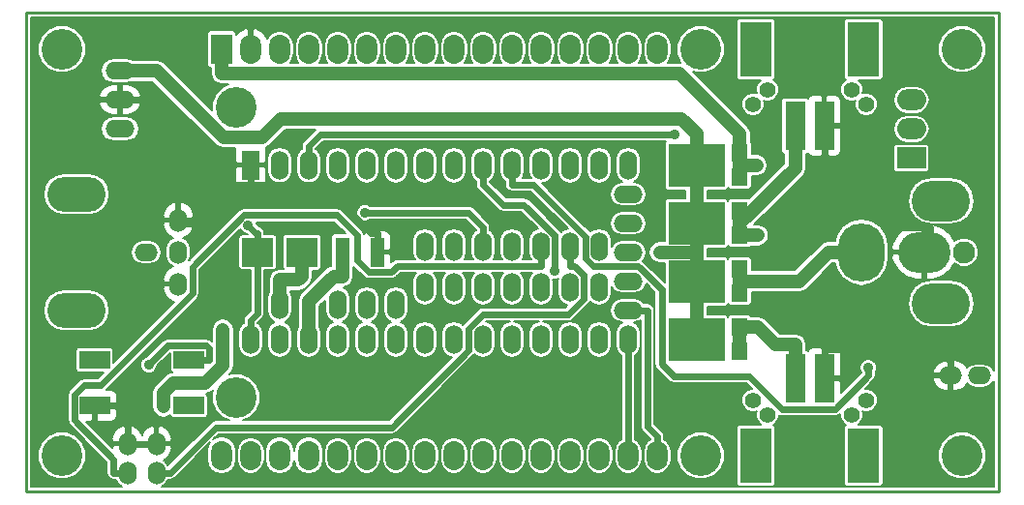
<source format=gtl>
G04 #@! TF.GenerationSoftware,KiCad,Pcbnew,5.0.0-rc2-dev-unknown-482fd86~64~ubuntu16.04.1*
G04 #@! TF.CreationDate,2018-04-24T12:51:52-04:00*
G04 #@! TF.ProjectId,modular_device_base_3x2,6D6F64756C61725F6465766963655F62,1.2*
G04 #@! TF.SameCoordinates,Original*
G04 #@! TF.FileFunction,Copper,L1,Top,Signal*
G04 #@! TF.FilePolarity,Positive*
%FSLAX46Y46*%
G04 Gerber Fmt 4.6, Leading zero omitted, Abs format (unit mm)*
G04 Created by KiCad (PCBNEW 5.0.0-rc2-dev-unknown-482fd86~64~ubuntu16.04.1) date Tue Apr 24 12:51:52 2018*
%MOMM*%
%LPD*%
G01*
G04 APERTURE LIST*
%ADD10C,0.228600*%
%ADD11C,3.556000*%
%ADD12O,1.854200X2.540000*%
%ADD13R,1.854200X2.540000*%
%ADD14O,2.032000X1.524000*%
%ADD15O,1.524000X2.032000*%
%ADD16R,2.540000X1.854200*%
%ADD17O,2.540000X1.854200*%
%ADD18R,1.440000X1.600000*%
%ADD19R,4.960000X3.800000*%
%ADD20O,2.540000X1.524000*%
%ADD21R,2.667000X1.590040*%
%ADD22R,1.778000X4.191000*%
%ADD23C,1.397000*%
%ADD24R,2.794000X4.826000*%
%ADD25R,1.270000X2.540000*%
%ADD26R,2.710000X2.500000*%
%ADD27R,1.524000X2.540000*%
%ADD28O,1.524000X2.540000*%
%ADD29O,5.080000X3.048000*%
%ADD30C,1.930400*%
%ADD31O,4.572000X3.556000*%
%ADD32O,4.064000X5.080000*%
%ADD33O,5.080000X3.556000*%
%ADD34C,0.889000*%
%ADD35C,1.219200*%
%ADD36C,0.609600*%
%ADD37C,0.203200*%
G04 APERTURE END LIST*
D10*
X144145000Y-78740000D02*
X59055000Y-78740000D01*
X144145000Y-120650000D02*
X144145000Y-78740000D01*
X59055000Y-120650000D02*
X144145000Y-120650000D01*
X59055000Y-78740000D02*
X59055000Y-120650000D01*
D11*
X118110000Y-81915000D03*
X118110000Y-117475000D03*
X77470000Y-112395000D03*
X77470000Y-86995000D03*
D12*
X76200000Y-117475000D03*
X78740000Y-117475000D03*
X81280000Y-117475000D03*
X83820000Y-117475000D03*
X86360000Y-117475000D03*
X88900000Y-117475000D03*
X91440000Y-117475000D03*
X93980000Y-117475000D03*
X96520000Y-117475000D03*
X99060000Y-117475000D03*
X101600000Y-117475000D03*
X104140000Y-117475000D03*
X106680000Y-117475000D03*
X109220000Y-117475000D03*
X111760000Y-117475000D03*
X114300000Y-117475000D03*
X114300000Y-81915000D03*
X111760000Y-81915000D03*
X109220000Y-81915000D03*
X106680000Y-81915000D03*
X104140000Y-81915000D03*
X101600000Y-81915000D03*
X99060000Y-81915000D03*
X96520000Y-81915000D03*
X93980000Y-81915000D03*
X91440000Y-81915000D03*
X88900000Y-81915000D03*
X86360000Y-81915000D03*
X83820000Y-81915000D03*
D13*
X76200000Y-81915000D03*
D12*
X81280000Y-81915000D03*
X78740000Y-81915000D03*
D14*
X139954000Y-110490000D03*
X142494000Y-110490000D03*
D15*
X67945000Y-116459000D03*
X67945000Y-118999000D03*
X70485000Y-116459000D03*
X70485000Y-118999000D03*
D16*
X136525000Y-91440000D03*
D17*
X136525000Y-86360000D03*
X136525000Y-88900000D03*
D18*
X121525000Y-93140000D03*
X121525000Y-91010000D03*
D19*
X117725000Y-92075000D03*
D18*
X121525000Y-103300000D03*
X121525000Y-101170000D03*
D19*
X117725000Y-102235000D03*
D20*
X67310000Y-86360000D03*
X67310000Y-88900000D03*
X67310000Y-83820000D03*
D21*
X73342500Y-109126020D03*
X65087500Y-109126020D03*
X73342500Y-113123980D03*
X65087500Y-113123980D03*
D22*
X128905000Y-110744000D03*
X126365000Y-110744000D03*
D23*
X131318000Y-113919000D03*
X123952000Y-113919000D03*
D24*
X132359400Y-117475000D03*
X122910600Y-117475000D03*
D25*
X86741000Y-99695000D03*
X89789000Y-99695000D03*
D26*
X83220000Y-99695000D03*
X79340000Y-99695000D03*
D11*
X62230000Y-81915000D03*
X62230000Y-117475000D03*
X140970000Y-81915000D03*
D27*
X78740000Y-92075000D03*
D28*
X81280000Y-92075000D03*
X83820000Y-92075000D03*
X86360000Y-92075000D03*
X88900000Y-92075000D03*
X91440000Y-92075000D03*
X93980000Y-92075000D03*
X96520000Y-92075000D03*
X99060000Y-92075000D03*
X101600000Y-92075000D03*
X104140000Y-92075000D03*
X106680000Y-92075000D03*
X109220000Y-92075000D03*
X111760000Y-92075000D03*
X111760000Y-107315000D03*
X109220000Y-107315000D03*
X106680000Y-107315000D03*
X104140000Y-107315000D03*
X101600000Y-107315000D03*
X99060000Y-107315000D03*
X96520000Y-107315000D03*
X93980000Y-107315000D03*
X91440000Y-107315000D03*
X88900000Y-107315000D03*
X86360000Y-107315000D03*
X83820000Y-107315000D03*
X81280000Y-107315000D03*
X78740000Y-107315000D03*
D20*
X111760000Y-104775000D03*
X111760000Y-102235000D03*
X111760000Y-99695000D03*
X111760000Y-97155000D03*
X111760000Y-94615000D03*
D28*
X81280000Y-104267000D03*
X86360000Y-104267000D03*
X88900000Y-104267000D03*
X91440000Y-104267000D03*
X93980000Y-102743000D03*
X93980000Y-99187000D03*
X96520000Y-102743000D03*
X96520000Y-99187000D03*
X99060000Y-99187000D03*
X101600000Y-99187000D03*
X104140000Y-99187000D03*
X106680000Y-99187000D03*
X109220000Y-99187000D03*
X99060000Y-102743000D03*
X101600000Y-102743000D03*
X104140000Y-102743000D03*
X106680000Y-102743000D03*
X109220000Y-102743000D03*
D29*
X63500000Y-104775000D03*
X63500000Y-94615000D03*
D14*
X69596000Y-99695000D03*
D15*
X72390000Y-99695000D03*
X72390000Y-96901000D03*
X72390000Y-102489000D03*
D23*
X122682000Y-86741000D03*
X132588000Y-86741000D03*
D22*
X126365000Y-88646000D03*
X128905000Y-88646000D03*
D23*
X123952000Y-85471000D03*
X131318000Y-85471000D03*
D24*
X122910600Y-81915000D03*
X132359400Y-81915000D03*
D23*
X122682000Y-112649000D03*
X132588000Y-112649000D03*
D30*
X141147800Y-99695000D03*
D31*
X137642600Y-99695000D03*
D32*
X132156200Y-99695000D03*
D33*
X139141200Y-104190800D03*
X139141200Y-95199200D03*
D11*
X140970000Y-117475000D03*
D18*
X121525000Y-98220000D03*
X121525000Y-96090000D03*
D19*
X117725000Y-97155000D03*
D18*
X121525000Y-108380000D03*
X121525000Y-106250000D03*
D19*
X117725000Y-107315000D03*
D34*
X129734600Y-93103600D03*
X115855800Y-89356500D03*
X105343600Y-101323700D03*
X132779700Y-109817500D03*
X123108900Y-98220000D03*
X122997600Y-92075000D03*
X78512300Y-97331000D03*
X71092700Y-113218300D03*
X76297300Y-106474700D03*
X88726600Y-96248300D03*
X114530900Y-99695000D03*
X123108900Y-106250000D03*
X69813200Y-109543200D03*
D35*
X121525000Y-101170000D02*
X121525000Y-102235000D01*
X121525000Y-102235000D02*
X121525000Y-103300000D01*
X126720300Y-102235000D02*
X129260300Y-99695000D01*
X121525000Y-102235000D02*
X126720300Y-102235000D01*
X132156200Y-99695000D02*
X129260300Y-99695000D01*
D36*
X70485000Y-116459000D02*
X69293200Y-116459000D01*
X65087500Y-113124000D02*
X66850800Y-113124000D01*
X67945000Y-116459000D02*
X69293200Y-116459000D01*
X67945000Y-114218200D02*
X66850800Y-113124000D01*
X67945000Y-116459000D02*
X67945000Y-114218200D01*
X128905000Y-88646000D02*
X128905000Y-91171300D01*
X138150600Y-99695000D02*
X138150600Y-97487200D01*
X78740000Y-92075000D02*
X78740000Y-93774800D01*
X89789000Y-99695000D02*
X89789000Y-97995200D01*
X130837300Y-93103600D02*
X129734600Y-93103600D01*
X135220900Y-97487200D02*
X130837300Y-93103600D01*
X138150600Y-97487200D02*
X135220900Y-97487200D01*
X129734600Y-92000900D02*
X129734600Y-93103600D01*
X128905000Y-91171300D02*
X129734600Y-92000900D01*
X72390000Y-97155000D02*
X73581800Y-97155000D01*
X67310000Y-86360000D02*
X69009800Y-86360000D01*
X76693300Y-94043500D02*
X69009800Y-86360000D01*
X73581800Y-97155000D02*
X76693300Y-94043500D01*
X76962000Y-93774800D02*
X78740000Y-93774800D01*
X76693300Y-94043500D02*
X76962000Y-93774800D01*
X138874500Y-108218700D02*
X128905000Y-108218700D01*
X139954000Y-109298200D02*
X138874500Y-108218700D01*
X139954000Y-110490000D02*
X139954000Y-109298200D01*
X128905000Y-110744000D02*
X128905000Y-108218700D01*
X89269700Y-97995200D02*
X89789000Y-97995200D01*
X85049300Y-93774800D02*
X89269700Y-97995200D01*
X78740000Y-93774800D02*
X85049300Y-93774800D01*
X84838700Y-89356500D02*
X83820000Y-90375200D01*
X115855800Y-89356500D02*
X84838700Y-89356500D01*
X83820000Y-92075000D02*
X83820000Y-90375200D01*
X99060000Y-92075000D02*
X99060000Y-93774800D01*
X100821900Y-95536700D02*
X99060000Y-93774800D01*
X102650800Y-95536700D02*
X100821900Y-95536700D01*
X105343600Y-98229500D02*
X102650800Y-95536700D01*
X105343600Y-101323700D02*
X105343600Y-98229500D01*
X103490000Y-93774800D02*
X101600000Y-93774800D01*
X108051200Y-98336000D02*
X103490000Y-93774800D01*
X108051200Y-100254400D02*
X108051200Y-98336000D01*
X108666500Y-100869700D02*
X108051200Y-100254400D01*
X112617500Y-100869700D02*
X108666500Y-100869700D01*
X114680300Y-102932500D02*
X112617500Y-100869700D01*
X114680300Y-109454200D02*
X114680300Y-102932500D01*
X115749100Y-110523000D02*
X114680300Y-109454200D01*
X122296900Y-110523000D02*
X115749100Y-110523000D01*
X125200700Y-113426800D02*
X122296900Y-110523000D01*
X129843400Y-113426800D02*
X125200700Y-113426800D01*
X132779700Y-110490500D02*
X129843400Y-113426800D01*
X132779700Y-109817500D02*
X132779700Y-110490500D01*
X101600000Y-92075000D02*
X101600000Y-93774800D01*
D35*
X121525000Y-98220000D02*
X123108900Y-98220000D01*
X121525000Y-96090000D02*
X121525000Y-97155000D01*
X121525000Y-97155000D02*
X121525000Y-98220000D01*
X126365000Y-92315000D02*
X126365000Y-88646000D01*
X121525000Y-97155000D02*
X126365000Y-92315000D01*
X82895800Y-102133100D02*
X83220000Y-101808900D01*
X81280000Y-102133100D02*
X82895800Y-102133100D01*
X83220000Y-99695000D02*
X83220000Y-101808900D01*
X81280000Y-104775000D02*
X81280000Y-102133100D01*
X121525000Y-92075000D02*
X121525000Y-93140000D01*
X121525000Y-92075000D02*
X122997600Y-92075000D01*
X121525000Y-91010000D02*
X121525000Y-92075000D01*
X116227800Y-84048900D02*
X121525000Y-89346100D01*
X76200000Y-84048900D02*
X116227800Y-84048900D01*
X76200000Y-81915000D02*
X76200000Y-84048900D01*
X121525000Y-91010000D02*
X121525000Y-89346100D01*
D36*
X78740000Y-107315000D02*
X78740000Y-105615200D01*
X79340000Y-105015200D02*
X79340000Y-99695000D01*
X78740000Y-105615200D02*
X79340000Y-105015200D01*
X79340000Y-99695000D02*
X79340000Y-98015200D01*
X79196500Y-98015200D02*
X78512300Y-97331000D01*
X79340000Y-98015200D02*
X79196500Y-98015200D01*
X113459800Y-114935000D02*
X114300000Y-115775200D01*
X113459800Y-104775000D02*
X113459800Y-114935000D01*
X111760000Y-104775000D02*
X113459800Y-104775000D01*
X114300000Y-117475000D02*
X114300000Y-115775200D01*
X111760000Y-109014800D02*
X111760000Y-115775200D01*
X111760000Y-107315000D02*
X111760000Y-109014800D01*
X111760000Y-117475000D02*
X111760000Y-115775200D01*
D35*
X85976400Y-101828900D02*
X86741000Y-101828900D01*
X83820000Y-103985300D02*
X85976400Y-101828900D01*
X83820000Y-107315000D02*
X83820000Y-103985300D01*
X86741000Y-99695000D02*
X86741000Y-101828900D01*
X76297300Y-109587600D02*
X76297300Y-106474700D01*
X74759900Y-111125000D02*
X76297300Y-109587600D01*
X71960900Y-111125000D02*
X74759900Y-111125000D01*
X71092700Y-111993200D02*
X71960900Y-111125000D01*
X71092700Y-113218300D02*
X71092700Y-111993200D01*
D36*
X97821100Y-96248300D02*
X88726600Y-96248300D01*
X99060000Y-97487200D02*
X97821100Y-96248300D01*
X99060000Y-99695000D02*
X99060000Y-97487200D01*
D35*
X117725000Y-107315000D02*
X117725000Y-102235000D01*
X117725000Y-97155000D02*
X117725000Y-92075000D01*
X117725000Y-92075000D02*
X117725000Y-89311100D01*
X70541300Y-83820000D02*
X67310000Y-83820000D01*
X76360100Y-89638800D02*
X70541300Y-83820000D01*
X79713900Y-89638800D02*
X76360100Y-89638800D01*
X81357600Y-87995100D02*
X79713900Y-89638800D01*
X116409000Y-87995100D02*
X81357600Y-87995100D01*
X117725000Y-89311100D02*
X116409000Y-87995100D01*
X117725000Y-102235000D02*
X117725000Y-99695000D01*
X117725000Y-99695000D02*
X117725000Y-97155000D01*
X117725000Y-99695000D02*
X114530900Y-99695000D01*
X121525000Y-106250000D02*
X121525000Y-108380000D01*
X121525000Y-106250000D02*
X122740500Y-106250000D01*
X122740500Y-106250000D02*
X123108900Y-106250000D01*
X124643500Y-107784600D02*
X126365000Y-107784600D01*
X123108900Y-106250000D02*
X124643500Y-107784600D01*
X126365000Y-110744000D02*
X126365000Y-107784600D01*
D36*
X66753200Y-117807200D02*
X66753200Y-118999000D01*
X63347200Y-114401200D02*
X66753200Y-117807200D01*
X63347200Y-112154200D02*
X63347200Y-114401200D01*
X64142800Y-111358600D02*
X63347200Y-112154200D01*
X65585300Y-111358600D02*
X64142800Y-111358600D01*
X73627900Y-103316000D02*
X65585300Y-111358600D01*
X73627900Y-101001800D02*
X73627900Y-103316000D01*
X78182700Y-96447000D02*
X73627900Y-101001800D01*
X86274800Y-96447000D02*
X78182700Y-96447000D01*
X88012700Y-98184900D02*
X86274800Y-96447000D01*
X88012700Y-100405700D02*
X88012700Y-98184900D01*
X89035100Y-101428100D02*
X88012700Y-100405700D01*
X91043100Y-101428100D02*
X89035100Y-101428100D01*
X91584400Y-100886800D02*
X91043100Y-101428100D01*
X104140000Y-100886800D02*
X91584400Y-100886800D01*
X67945000Y-118999000D02*
X66753200Y-118999000D01*
X104140000Y-99695000D02*
X104140000Y-100886800D01*
X75665200Y-115010600D02*
X71676800Y-118999000D01*
X91067800Y-115010600D02*
X75665200Y-115010600D01*
X97790000Y-108288400D02*
X91067800Y-115010600D01*
X97790000Y-106405500D02*
X97790000Y-108288400D01*
X99065300Y-105130200D02*
X97790000Y-106405500D01*
X106493100Y-105130200D02*
X99065300Y-105130200D01*
X107873800Y-103749500D02*
X106493100Y-105130200D01*
X107873800Y-101706600D02*
X107873800Y-103749500D01*
X107054000Y-100886800D02*
X107873800Y-101706600D01*
X106680000Y-100886800D02*
X107054000Y-100886800D01*
X106680000Y-99695000D02*
X106680000Y-100886800D01*
X70485000Y-118999000D02*
X71676800Y-118999000D01*
X73342500Y-109126000D02*
X75105800Y-109126000D01*
X71477300Y-107879100D02*
X69813200Y-109543200D01*
X74863800Y-107879100D02*
X71477300Y-107879100D01*
X75105800Y-108121100D02*
X74863800Y-107879100D01*
X75105800Y-109126000D02*
X75105800Y-108121100D01*
D37*
G36*
X143725900Y-110031510D02*
X143528218Y-109735658D01*
X143182123Y-109504405D01*
X142773876Y-109423200D01*
X142214124Y-109423200D01*
X141805877Y-109504405D01*
X141459782Y-109735658D01*
X141393469Y-109834903D01*
X141262480Y-109598292D01*
X140840970Y-109262637D01*
X140323096Y-109113837D01*
X140106400Y-109265175D01*
X140106400Y-110337600D01*
X140126400Y-110337600D01*
X140126400Y-110642400D01*
X140106400Y-110642400D01*
X140106400Y-111714825D01*
X140323096Y-111866163D01*
X140840970Y-111717363D01*
X141262480Y-111381708D01*
X141393469Y-111145097D01*
X141459782Y-111244342D01*
X141805877Y-111475595D01*
X142214124Y-111556800D01*
X142773876Y-111556800D01*
X143182123Y-111475595D01*
X143528218Y-111244342D01*
X143725900Y-110948490D01*
X143725900Y-120230900D01*
X70943490Y-120230900D01*
X71239342Y-120033218D01*
X71470595Y-119687123D01*
X71486214Y-119608600D01*
X71676800Y-119608600D01*
X71910084Y-119562197D01*
X72107852Y-119430052D01*
X75188961Y-116348944D01*
X75014940Y-116609385D01*
X74917300Y-117100253D01*
X74917300Y-117849747D01*
X75014940Y-118340615D01*
X75292994Y-118756753D01*
X75709132Y-119034807D01*
X76200000Y-119132447D01*
X76690868Y-119034807D01*
X77107006Y-118756753D01*
X77385060Y-118340615D01*
X77482700Y-117849747D01*
X77482700Y-117101248D01*
X77508100Y-117101248D01*
X77508100Y-117848752D01*
X77601873Y-118320180D01*
X77868915Y-118719837D01*
X78268572Y-118986879D01*
X78740000Y-119080652D01*
X79211428Y-118986879D01*
X79611085Y-118719837D01*
X79878127Y-118320180D01*
X79971900Y-117848752D01*
X79971900Y-117101248D01*
X79971703Y-117100253D01*
X79997300Y-117100253D01*
X79997300Y-117849747D01*
X80094940Y-118340615D01*
X80372994Y-118756753D01*
X80789132Y-119034807D01*
X81280000Y-119132447D01*
X81770868Y-119034807D01*
X82187006Y-118756753D01*
X82465060Y-118340615D01*
X82550000Y-117913594D01*
X82634940Y-118340615D01*
X82912994Y-118756753D01*
X83329132Y-119034807D01*
X83820000Y-119132447D01*
X84310868Y-119034807D01*
X84727006Y-118756753D01*
X85005060Y-118340615D01*
X85102700Y-117849747D01*
X85102700Y-117101248D01*
X85128100Y-117101248D01*
X85128100Y-117848752D01*
X85221873Y-118320180D01*
X85488915Y-118719837D01*
X85888572Y-118986879D01*
X86360000Y-119080652D01*
X86831428Y-118986879D01*
X87231085Y-118719837D01*
X87498127Y-118320180D01*
X87591900Y-117848752D01*
X87591900Y-117101248D01*
X87668100Y-117101248D01*
X87668100Y-117848752D01*
X87761873Y-118320180D01*
X88028915Y-118719837D01*
X88428572Y-118986879D01*
X88900000Y-119080652D01*
X89371428Y-118986879D01*
X89771085Y-118719837D01*
X90038127Y-118320180D01*
X90131900Y-117848752D01*
X90131900Y-117101248D01*
X90208100Y-117101248D01*
X90208100Y-117848752D01*
X90301873Y-118320180D01*
X90568915Y-118719837D01*
X90968572Y-118986879D01*
X91440000Y-119080652D01*
X91911428Y-118986879D01*
X92311085Y-118719837D01*
X92578127Y-118320180D01*
X92671900Y-117848752D01*
X92671900Y-117101248D01*
X92748100Y-117101248D01*
X92748100Y-117848752D01*
X92841873Y-118320180D01*
X93108915Y-118719837D01*
X93508572Y-118986879D01*
X93980000Y-119080652D01*
X94451428Y-118986879D01*
X94851085Y-118719837D01*
X95118127Y-118320180D01*
X95211900Y-117848752D01*
X95211900Y-117101248D01*
X95288100Y-117101248D01*
X95288100Y-117848752D01*
X95381873Y-118320180D01*
X95648915Y-118719837D01*
X96048572Y-118986879D01*
X96520000Y-119080652D01*
X96991428Y-118986879D01*
X97391085Y-118719837D01*
X97658127Y-118320180D01*
X97751900Y-117848752D01*
X97751900Y-117101248D01*
X97828100Y-117101248D01*
X97828100Y-117848752D01*
X97921873Y-118320180D01*
X98188915Y-118719837D01*
X98588572Y-118986879D01*
X99060000Y-119080652D01*
X99531428Y-118986879D01*
X99931085Y-118719837D01*
X100198127Y-118320180D01*
X100291900Y-117848752D01*
X100291900Y-117101248D01*
X100368100Y-117101248D01*
X100368100Y-117848752D01*
X100461873Y-118320180D01*
X100728915Y-118719837D01*
X101128572Y-118986879D01*
X101600000Y-119080652D01*
X102071428Y-118986879D01*
X102471085Y-118719837D01*
X102738127Y-118320180D01*
X102831900Y-117848752D01*
X102831900Y-117101248D01*
X102908100Y-117101248D01*
X102908100Y-117848752D01*
X103001873Y-118320180D01*
X103268915Y-118719837D01*
X103668572Y-118986879D01*
X104140000Y-119080652D01*
X104611428Y-118986879D01*
X105011085Y-118719837D01*
X105278127Y-118320180D01*
X105371900Y-117848752D01*
X105371900Y-117101248D01*
X105448100Y-117101248D01*
X105448100Y-117848752D01*
X105541873Y-118320180D01*
X105808915Y-118719837D01*
X106208572Y-118986879D01*
X106680000Y-119080652D01*
X107151428Y-118986879D01*
X107551085Y-118719837D01*
X107818127Y-118320180D01*
X107911900Y-117848752D01*
X107911900Y-117101248D01*
X107988100Y-117101248D01*
X107988100Y-117848752D01*
X108081873Y-118320180D01*
X108348915Y-118719837D01*
X108748572Y-118986879D01*
X109220000Y-119080652D01*
X109691428Y-118986879D01*
X110091085Y-118719837D01*
X110358127Y-118320180D01*
X110451900Y-117848752D01*
X110451900Y-117101248D01*
X110358127Y-116629820D01*
X110091085Y-116230163D01*
X109691428Y-115963121D01*
X109220000Y-115869348D01*
X108748572Y-115963121D01*
X108348915Y-116230163D01*
X108081873Y-116629820D01*
X107988100Y-117101248D01*
X107911900Y-117101248D01*
X107818127Y-116629820D01*
X107551085Y-116230163D01*
X107151428Y-115963121D01*
X106680000Y-115869348D01*
X106208572Y-115963121D01*
X105808915Y-116230163D01*
X105541873Y-116629820D01*
X105448100Y-117101248D01*
X105371900Y-117101248D01*
X105278127Y-116629820D01*
X105011085Y-116230163D01*
X104611428Y-115963121D01*
X104140000Y-115869348D01*
X103668572Y-115963121D01*
X103268915Y-116230163D01*
X103001873Y-116629820D01*
X102908100Y-117101248D01*
X102831900Y-117101248D01*
X102738127Y-116629820D01*
X102471085Y-116230163D01*
X102071428Y-115963121D01*
X101600000Y-115869348D01*
X101128572Y-115963121D01*
X100728915Y-116230163D01*
X100461873Y-116629820D01*
X100368100Y-117101248D01*
X100291900Y-117101248D01*
X100198127Y-116629820D01*
X99931085Y-116230163D01*
X99531428Y-115963121D01*
X99060000Y-115869348D01*
X98588572Y-115963121D01*
X98188915Y-116230163D01*
X97921873Y-116629820D01*
X97828100Y-117101248D01*
X97751900Y-117101248D01*
X97658127Y-116629820D01*
X97391085Y-116230163D01*
X96991428Y-115963121D01*
X96520000Y-115869348D01*
X96048572Y-115963121D01*
X95648915Y-116230163D01*
X95381873Y-116629820D01*
X95288100Y-117101248D01*
X95211900Y-117101248D01*
X95118127Y-116629820D01*
X94851085Y-116230163D01*
X94451428Y-115963121D01*
X93980000Y-115869348D01*
X93508572Y-115963121D01*
X93108915Y-116230163D01*
X92841873Y-116629820D01*
X92748100Y-117101248D01*
X92671900Y-117101248D01*
X92578127Y-116629820D01*
X92311085Y-116230163D01*
X91911428Y-115963121D01*
X91440000Y-115869348D01*
X90968572Y-115963121D01*
X90568915Y-116230163D01*
X90301873Y-116629820D01*
X90208100Y-117101248D01*
X90131900Y-117101248D01*
X90038127Y-116629820D01*
X89771085Y-116230163D01*
X89371428Y-115963121D01*
X88900000Y-115869348D01*
X88428572Y-115963121D01*
X88028915Y-116230163D01*
X87761873Y-116629820D01*
X87668100Y-117101248D01*
X87591900Y-117101248D01*
X87498127Y-116629820D01*
X87231085Y-116230163D01*
X86831428Y-115963121D01*
X86360000Y-115869348D01*
X85888572Y-115963121D01*
X85488915Y-116230163D01*
X85221873Y-116629820D01*
X85128100Y-117101248D01*
X85102700Y-117101248D01*
X85102700Y-117100253D01*
X85005060Y-116609385D01*
X84727006Y-116193247D01*
X84310868Y-115915193D01*
X83820000Y-115817553D01*
X83329132Y-115915193D01*
X82912994Y-116193247D01*
X82634940Y-116609385D01*
X82550000Y-117036406D01*
X82465060Y-116609385D01*
X82187006Y-116193247D01*
X81770868Y-115915193D01*
X81280000Y-115817553D01*
X80789132Y-115915193D01*
X80372994Y-116193247D01*
X80094940Y-116609385D01*
X79997300Y-117100253D01*
X79971703Y-117100253D01*
X79878127Y-116629820D01*
X79611085Y-116230163D01*
X79211428Y-115963121D01*
X78740000Y-115869348D01*
X78268572Y-115963121D01*
X77868915Y-116230163D01*
X77601873Y-116629820D01*
X77508100Y-117101248D01*
X77482700Y-117101248D01*
X77482700Y-117100253D01*
X77385060Y-116609385D01*
X77107006Y-116193247D01*
X76690868Y-115915193D01*
X76200000Y-115817553D01*
X75709132Y-115915193D01*
X75448691Y-116089214D01*
X75917705Y-115620200D01*
X91067800Y-115620200D01*
X91301084Y-115573797D01*
X91498852Y-115441652D01*
X98221052Y-108719453D01*
X98300525Y-108600513D01*
X98305658Y-108608194D01*
X98651753Y-108839447D01*
X99060000Y-108920652D01*
X99468247Y-108839447D01*
X99814342Y-108608194D01*
X100045595Y-108262099D01*
X100126800Y-107853852D01*
X100126800Y-106776148D01*
X100045595Y-106367901D01*
X99814342Y-106021806D01*
X99468247Y-105790553D01*
X99300432Y-105757173D01*
X99317805Y-105739800D01*
X101446907Y-105739800D01*
X101191753Y-105790553D01*
X100845658Y-106021806D01*
X100614405Y-106367901D01*
X100533200Y-106776148D01*
X100533200Y-107853852D01*
X100614405Y-108262099D01*
X100845658Y-108608194D01*
X101191753Y-108839447D01*
X101600000Y-108920652D01*
X102008247Y-108839447D01*
X102354342Y-108608194D01*
X102585595Y-108262099D01*
X102666800Y-107853852D01*
X102666800Y-106776148D01*
X102585595Y-106367901D01*
X102354342Y-106021806D01*
X102008247Y-105790553D01*
X101753093Y-105739800D01*
X103986907Y-105739800D01*
X103731753Y-105790553D01*
X103385658Y-106021806D01*
X103154405Y-106367901D01*
X103073200Y-106776148D01*
X103073200Y-107853852D01*
X103154405Y-108262099D01*
X103385658Y-108608194D01*
X103731753Y-108839447D01*
X104140000Y-108920652D01*
X104548247Y-108839447D01*
X104894342Y-108608194D01*
X105125595Y-108262099D01*
X105206800Y-107853852D01*
X105206800Y-106776148D01*
X105613200Y-106776148D01*
X105613200Y-107853852D01*
X105694405Y-108262099D01*
X105925658Y-108608194D01*
X106271753Y-108839447D01*
X106680000Y-108920652D01*
X107088247Y-108839447D01*
X107434342Y-108608194D01*
X107665595Y-108262099D01*
X107746800Y-107853852D01*
X107746800Y-106776148D01*
X108153200Y-106776148D01*
X108153200Y-107853852D01*
X108234405Y-108262099D01*
X108465658Y-108608194D01*
X108811753Y-108839447D01*
X109220000Y-108920652D01*
X109628247Y-108839447D01*
X109974342Y-108608194D01*
X110205595Y-108262099D01*
X110286800Y-107853852D01*
X110286800Y-106776148D01*
X110205595Y-106367901D01*
X109974342Y-106021806D01*
X109628247Y-105790553D01*
X109220000Y-105709348D01*
X108811753Y-105790553D01*
X108465658Y-106021806D01*
X108234405Y-106367901D01*
X108153200Y-106776148D01*
X107746800Y-106776148D01*
X107665595Y-106367901D01*
X107434342Y-106021806D01*
X107088247Y-105790553D01*
X106680000Y-105709348D01*
X106271753Y-105790553D01*
X105925658Y-106021806D01*
X105694405Y-106367901D01*
X105613200Y-106776148D01*
X105206800Y-106776148D01*
X105125595Y-106367901D01*
X104894342Y-106021806D01*
X104548247Y-105790553D01*
X104293093Y-105739800D01*
X106493100Y-105739800D01*
X106726384Y-105693397D01*
X106924152Y-105561252D01*
X107710404Y-104775000D01*
X110154348Y-104775000D01*
X110235553Y-105183247D01*
X110466806Y-105529342D01*
X110812901Y-105760595D01*
X111221148Y-105841800D01*
X111275056Y-105841800D01*
X111005658Y-106021806D01*
X110774405Y-106367901D01*
X110693200Y-106776148D01*
X110693200Y-107853852D01*
X110774405Y-108262099D01*
X111005658Y-108608194D01*
X111150400Y-108704907D01*
X111150400Y-116055444D01*
X110888915Y-116230163D01*
X110621873Y-116629820D01*
X110528100Y-117101248D01*
X110528100Y-117848752D01*
X110621873Y-118320180D01*
X110888915Y-118719837D01*
X111288572Y-118986879D01*
X111760000Y-119080652D01*
X112231428Y-118986879D01*
X112631085Y-118719837D01*
X112898127Y-118320180D01*
X112991900Y-117848752D01*
X112991900Y-117101248D01*
X112898127Y-116629820D01*
X112631085Y-116230163D01*
X112369600Y-116055444D01*
X112369600Y-108704907D01*
X112514342Y-108608194D01*
X112745595Y-108262099D01*
X112826800Y-107853852D01*
X112826800Y-106776148D01*
X112745595Y-106367901D01*
X112514342Y-106021806D01*
X112244944Y-105841800D01*
X112298852Y-105841800D01*
X112707099Y-105760595D01*
X112850200Y-105664978D01*
X112850200Y-114935000D01*
X112896603Y-115168284D01*
X113028748Y-115366052D01*
X113690400Y-116027704D01*
X113690400Y-116055444D01*
X113428915Y-116230163D01*
X113161873Y-116629820D01*
X113068100Y-117101248D01*
X113068100Y-117848752D01*
X113161873Y-118320180D01*
X113428915Y-118719837D01*
X113828572Y-118986879D01*
X114300000Y-119080652D01*
X114771428Y-118986879D01*
X115171085Y-118719837D01*
X115438127Y-118320180D01*
X115524197Y-117887477D01*
X116026840Y-117887477D01*
X116343259Y-118653270D01*
X116928648Y-119239682D01*
X117693888Y-119557437D01*
X118522477Y-119558160D01*
X119288270Y-119241741D01*
X119874682Y-118656352D01*
X120192437Y-117891112D01*
X120193160Y-117062523D01*
X119876741Y-116296730D01*
X119291352Y-115710318D01*
X118526112Y-115392563D01*
X117697523Y-115391840D01*
X116931730Y-115708259D01*
X116345318Y-116293648D01*
X116027563Y-117058888D01*
X116026840Y-117887477D01*
X115524197Y-117887477D01*
X115531900Y-117848752D01*
X115531900Y-117101248D01*
X115438127Y-116629820D01*
X115171085Y-116230163D01*
X114909600Y-116055444D01*
X114909600Y-115775200D01*
X114863197Y-115541916D01*
X114731052Y-115344148D01*
X114069400Y-114682496D01*
X114069400Y-104775000D01*
X114022997Y-104541716D01*
X113890852Y-104343948D01*
X113693084Y-104211803D01*
X113459800Y-104165400D01*
X113149907Y-104165400D01*
X113053194Y-104020658D01*
X112707099Y-103789405D01*
X112298852Y-103708200D01*
X111221148Y-103708200D01*
X110812901Y-103789405D01*
X110466806Y-104020658D01*
X110235553Y-104366753D01*
X110154348Y-104775000D01*
X107710404Y-104775000D01*
X108304853Y-104180552D01*
X108411690Y-104020658D01*
X108433484Y-103988042D01*
X108465658Y-104036194D01*
X108811753Y-104267447D01*
X109220000Y-104348652D01*
X109628247Y-104267447D01*
X109974342Y-104036194D01*
X110205595Y-103690099D01*
X110286800Y-103281852D01*
X110286800Y-102719944D01*
X110466806Y-102989342D01*
X110812901Y-103220595D01*
X111221148Y-103301800D01*
X112298852Y-103301800D01*
X112707099Y-103220595D01*
X113053194Y-102989342D01*
X113284447Y-102643247D01*
X113325011Y-102439315D01*
X114070700Y-103185004D01*
X114070700Y-109454200D01*
X114117103Y-109687484D01*
X114249248Y-109885252D01*
X115318047Y-110954052D01*
X115515816Y-111086197D01*
X115749100Y-111132600D01*
X122044396Y-111132600D01*
X122557386Y-111645591D01*
X122483307Y-111645526D01*
X122114419Y-111797948D01*
X121831939Y-112079934D01*
X121678874Y-112448556D01*
X121678526Y-112847693D01*
X121830948Y-113216581D01*
X122112934Y-113499061D01*
X122481556Y-113652126D01*
X122880693Y-113652474D01*
X122996117Y-113604781D01*
X122948874Y-113718556D01*
X122948526Y-114117693D01*
X123100948Y-114486581D01*
X123365133Y-114751229D01*
X121513600Y-114751229D01*
X121394673Y-114774885D01*
X121293852Y-114842252D01*
X121226485Y-114943073D01*
X121202829Y-115062000D01*
X121202829Y-119888000D01*
X121226485Y-120006927D01*
X121293852Y-120107748D01*
X121394673Y-120175115D01*
X121513600Y-120198771D01*
X124307600Y-120198771D01*
X124426527Y-120175115D01*
X124527348Y-120107748D01*
X124594715Y-120006927D01*
X124618371Y-119888000D01*
X124618371Y-115062000D01*
X124594715Y-114943073D01*
X124527348Y-114842252D01*
X124457614Y-114795657D01*
X124519581Y-114770052D01*
X124802061Y-114488066D01*
X124955126Y-114119444D01*
X124955246Y-113981865D01*
X124967416Y-113989997D01*
X125200700Y-114036400D01*
X129843400Y-114036400D01*
X130076684Y-113989997D01*
X130274452Y-113857852D01*
X130314788Y-113817516D01*
X130314526Y-114117693D01*
X130466948Y-114486581D01*
X130748934Y-114769061D01*
X130812615Y-114795504D01*
X130742652Y-114842252D01*
X130675285Y-114943073D01*
X130651629Y-115062000D01*
X130651629Y-119888000D01*
X130675285Y-120006927D01*
X130742652Y-120107748D01*
X130843473Y-120175115D01*
X130962400Y-120198771D01*
X133756400Y-120198771D01*
X133875327Y-120175115D01*
X133976148Y-120107748D01*
X134043515Y-120006927D01*
X134067171Y-119888000D01*
X134067171Y-117887477D01*
X138886840Y-117887477D01*
X139203259Y-118653270D01*
X139788648Y-119239682D01*
X140553888Y-119557437D01*
X141382477Y-119558160D01*
X142148270Y-119241741D01*
X142734682Y-118656352D01*
X143052437Y-117891112D01*
X143053160Y-117062523D01*
X142736741Y-116296730D01*
X142151352Y-115710318D01*
X141386112Y-115392563D01*
X140557523Y-115391840D01*
X139791730Y-115708259D01*
X139205318Y-116293648D01*
X138887563Y-117058888D01*
X138886840Y-117887477D01*
X134067171Y-117887477D01*
X134067171Y-115062000D01*
X134043515Y-114943073D01*
X133976148Y-114842252D01*
X133875327Y-114774885D01*
X133756400Y-114751229D01*
X131904437Y-114751229D01*
X132168061Y-114488066D01*
X132321126Y-114119444D01*
X132321474Y-113720307D01*
X132273781Y-113604883D01*
X132387556Y-113652126D01*
X132786693Y-113652474D01*
X133155581Y-113500052D01*
X133438061Y-113218066D01*
X133591126Y-112849444D01*
X133591474Y-112450307D01*
X133439052Y-112081419D01*
X133157066Y-111798939D01*
X132788444Y-111645874D01*
X132486693Y-111645611D01*
X133210752Y-110921552D01*
X133256048Y-110853761D01*
X138377516Y-110853761D01*
X138384546Y-110910299D01*
X138645520Y-111381708D01*
X139067030Y-111717363D01*
X139584904Y-111866163D01*
X139801600Y-111714825D01*
X139801600Y-110642400D01*
X138490363Y-110642400D01*
X138377516Y-110853761D01*
X133256048Y-110853761D01*
X133342897Y-110723784D01*
X133359085Y-110642400D01*
X133389300Y-110490500D01*
X133389300Y-110267711D01*
X133414556Y-110242499D01*
X133462831Y-110126239D01*
X138377516Y-110126239D01*
X138490363Y-110337600D01*
X139801600Y-110337600D01*
X139801600Y-109265175D01*
X139584904Y-109113837D01*
X139067030Y-109262637D01*
X138645520Y-109598292D01*
X138384546Y-110069701D01*
X138377516Y-110126239D01*
X133462831Y-110126239D01*
X133528870Y-109967199D01*
X133529130Y-109669109D01*
X133415296Y-109393610D01*
X133204699Y-109182644D01*
X132929399Y-109068330D01*
X132631309Y-109068070D01*
X132355810Y-109181904D01*
X132144844Y-109392501D01*
X132030530Y-109667801D01*
X132030270Y-109965891D01*
X132144104Y-110241390D01*
X132155395Y-110252701D01*
X130403600Y-112004496D01*
X130403600Y-111048800D01*
X130251200Y-110896400D01*
X129057400Y-110896400D01*
X129057400Y-110916400D01*
X128752600Y-110916400D01*
X128752600Y-110896400D01*
X128732600Y-110896400D01*
X128732600Y-110591600D01*
X128752600Y-110591600D01*
X128752600Y-108191300D01*
X129057400Y-108191300D01*
X129057400Y-110591600D01*
X130251200Y-110591600D01*
X130403600Y-110439200D01*
X130403600Y-108527243D01*
X130310794Y-108303189D01*
X130139311Y-108131706D01*
X129915257Y-108038900D01*
X129209800Y-108038900D01*
X129057400Y-108191300D01*
X128752600Y-108191300D01*
X128600200Y-108038900D01*
X127894743Y-108038900D01*
X127670689Y-108131706D01*
X127499206Y-108303189D01*
X127472773Y-108367004D01*
X127392748Y-108313533D01*
X127330200Y-108301091D01*
X127330200Y-107784600D01*
X127256729Y-107415234D01*
X127047499Y-107102101D01*
X126734366Y-106892871D01*
X126365000Y-106819400D01*
X125043299Y-106819400D01*
X123791399Y-105567501D01*
X123478266Y-105358271D01*
X123108900Y-105284800D01*
X122501196Y-105284800D01*
X122464748Y-105230252D01*
X122363927Y-105162885D01*
X122245000Y-105139229D01*
X120805000Y-105139229D01*
X120686073Y-105162885D01*
X120585252Y-105230252D01*
X120517885Y-105331073D01*
X120508481Y-105378350D01*
X120492115Y-105296073D01*
X120424748Y-105195252D01*
X120323927Y-105127885D01*
X120205000Y-105104229D01*
X118690200Y-105104229D01*
X118690200Y-104445771D01*
X120205000Y-104445771D01*
X120323927Y-104422115D01*
X120424748Y-104354748D01*
X120492115Y-104253927D01*
X120508481Y-104171650D01*
X120517885Y-104218927D01*
X120585252Y-104319748D01*
X120686073Y-104387115D01*
X120805000Y-104410771D01*
X122245000Y-104410771D01*
X122363927Y-104387115D01*
X122464748Y-104319748D01*
X122532115Y-104218927D01*
X122537709Y-104190800D01*
X136240667Y-104190800D01*
X136399211Y-104987853D01*
X136850705Y-105663562D01*
X137526414Y-106115056D01*
X138323467Y-106273600D01*
X139958933Y-106273600D01*
X140755986Y-106115056D01*
X141431695Y-105663562D01*
X141883189Y-104987853D01*
X142041733Y-104190800D01*
X141883189Y-103393747D01*
X141431695Y-102718038D01*
X140755986Y-102266544D01*
X139958933Y-102108000D01*
X138323467Y-102108000D01*
X137526414Y-102266544D01*
X136850705Y-102718038D01*
X136399211Y-103393747D01*
X136240667Y-104190800D01*
X122537709Y-104190800D01*
X122555771Y-104100000D01*
X122555771Y-103200200D01*
X126720300Y-103200200D01*
X127089666Y-103126729D01*
X127402799Y-102917499D01*
X129660099Y-100660200D01*
X129848259Y-100660200D01*
X129950345Y-101173423D01*
X130467912Y-101948016D01*
X131242505Y-102465583D01*
X132156200Y-102647328D01*
X133069895Y-102465583D01*
X133844488Y-101948016D01*
X134362055Y-101173423D01*
X134543800Y-100259728D01*
X134543800Y-100218265D01*
X134805045Y-100218265D01*
X134870425Y-100467896D01*
X135338549Y-101275525D01*
X136080106Y-101842534D01*
X136982200Y-102082600D01*
X137490200Y-102082600D01*
X137490200Y-99847400D01*
X134904602Y-99847400D01*
X134805045Y-100218265D01*
X134543800Y-100218265D01*
X134543800Y-99171735D01*
X134805045Y-99171735D01*
X134904602Y-99542600D01*
X137490200Y-99542600D01*
X137490200Y-97307400D01*
X137795000Y-97307400D01*
X137795000Y-99542600D01*
X137815000Y-99542600D01*
X137815000Y-99847400D01*
X137795000Y-99847400D01*
X137795000Y-102082600D01*
X138303000Y-102082600D01*
X139205094Y-101842534D01*
X139946651Y-101275525D01*
X140308277Y-100651632D01*
X140427463Y-100771026D01*
X140894073Y-100964779D01*
X141399310Y-100965220D01*
X141866258Y-100772282D01*
X142223826Y-100415337D01*
X142417579Y-99948727D01*
X142418020Y-99443490D01*
X142225082Y-98976542D01*
X141868137Y-98618974D01*
X141401527Y-98425221D01*
X140896290Y-98424780D01*
X140429342Y-98617718D01*
X140308352Y-98738498D01*
X139946651Y-98114475D01*
X139205094Y-97547466D01*
X138303000Y-97307400D01*
X137795000Y-97307400D01*
X137490200Y-97307400D01*
X136982200Y-97307400D01*
X136080106Y-97547466D01*
X135338549Y-98114475D01*
X134870425Y-98922104D01*
X134805045Y-99171735D01*
X134543800Y-99171735D01*
X134543800Y-99130272D01*
X134362055Y-98216577D01*
X133844488Y-97441984D01*
X133069895Y-96924417D01*
X132156200Y-96742672D01*
X131242505Y-96924417D01*
X130467912Y-97441984D01*
X129950345Y-98216577D01*
X129848259Y-98729800D01*
X129260300Y-98729800D01*
X128952215Y-98791082D01*
X128890933Y-98803271D01*
X128577800Y-99012501D01*
X126320502Y-101269800D01*
X122555771Y-101269800D01*
X122555771Y-100370000D01*
X122532115Y-100251073D01*
X122464748Y-100150252D01*
X122363927Y-100082885D01*
X122245000Y-100059229D01*
X120805000Y-100059229D01*
X120686073Y-100082885D01*
X120585252Y-100150252D01*
X120517885Y-100251073D01*
X120508481Y-100298350D01*
X120492115Y-100216073D01*
X120424748Y-100115252D01*
X120323927Y-100047885D01*
X120205000Y-100024229D01*
X118690200Y-100024229D01*
X118690200Y-99365771D01*
X120205000Y-99365771D01*
X120323927Y-99342115D01*
X120424748Y-99274748D01*
X120492115Y-99173927D01*
X120508481Y-99091650D01*
X120517885Y-99138927D01*
X120585252Y-99239748D01*
X120686073Y-99307115D01*
X120805000Y-99330771D01*
X122245000Y-99330771D01*
X122363927Y-99307115D01*
X122464748Y-99239748D01*
X122501196Y-99185200D01*
X123108900Y-99185200D01*
X123478266Y-99111729D01*
X123791399Y-98902499D01*
X124000629Y-98589366D01*
X124074100Y-98220000D01*
X124000629Y-97850634D01*
X123791399Y-97537501D01*
X123478266Y-97328271D01*
X123108900Y-97254800D01*
X122790198Y-97254800D01*
X124845798Y-95199200D01*
X136240667Y-95199200D01*
X136399211Y-95996253D01*
X136850705Y-96671962D01*
X137526414Y-97123456D01*
X138323467Y-97282000D01*
X139958933Y-97282000D01*
X140755986Y-97123456D01*
X141431695Y-96671962D01*
X141883189Y-95996253D01*
X142041733Y-95199200D01*
X141883189Y-94402147D01*
X141431695Y-93726438D01*
X140755986Y-93274944D01*
X139958933Y-93116400D01*
X138323467Y-93116400D01*
X137526414Y-93274944D01*
X136850705Y-93726438D01*
X136399211Y-94402147D01*
X136240667Y-95199200D01*
X124845798Y-95199200D01*
X127047500Y-92997499D01*
X127256729Y-92684366D01*
X127330200Y-92315000D01*
X127330200Y-91088909D01*
X127392748Y-91076467D01*
X127472773Y-91022996D01*
X127499206Y-91086811D01*
X127670689Y-91258294D01*
X127894743Y-91351100D01*
X128600200Y-91351100D01*
X128752600Y-91198700D01*
X128752600Y-88798400D01*
X129057400Y-88798400D01*
X129057400Y-91198700D01*
X129209800Y-91351100D01*
X129915257Y-91351100D01*
X130139311Y-91258294D01*
X130310794Y-91086811D01*
X130403600Y-90862757D01*
X130403600Y-90512900D01*
X134944229Y-90512900D01*
X134944229Y-92367100D01*
X134967885Y-92486027D01*
X135035252Y-92586848D01*
X135136073Y-92654215D01*
X135255000Y-92677871D01*
X137795000Y-92677871D01*
X137913927Y-92654215D01*
X138014748Y-92586848D01*
X138082115Y-92486027D01*
X138105771Y-92367100D01*
X138105771Y-90512900D01*
X138082115Y-90393973D01*
X138014748Y-90293152D01*
X137913927Y-90225785D01*
X137795000Y-90202129D01*
X135255000Y-90202129D01*
X135136073Y-90225785D01*
X135035252Y-90293152D01*
X134967885Y-90393973D01*
X134944229Y-90512900D01*
X130403600Y-90512900D01*
X130403600Y-88950800D01*
X130352800Y-88900000D01*
X134919348Y-88900000D01*
X135013121Y-89371428D01*
X135280163Y-89771085D01*
X135679820Y-90038127D01*
X136151248Y-90131900D01*
X136898752Y-90131900D01*
X137370180Y-90038127D01*
X137769837Y-89771085D01*
X138036879Y-89371428D01*
X138130652Y-88900000D01*
X138036879Y-88428572D01*
X137769837Y-88028915D01*
X137370180Y-87761873D01*
X136898752Y-87668100D01*
X136151248Y-87668100D01*
X135679820Y-87761873D01*
X135280163Y-88028915D01*
X135013121Y-88428572D01*
X134919348Y-88900000D01*
X130352800Y-88900000D01*
X130251200Y-88798400D01*
X129057400Y-88798400D01*
X128752600Y-88798400D01*
X128732600Y-88798400D01*
X128732600Y-88493600D01*
X128752600Y-88493600D01*
X128752600Y-86093300D01*
X129057400Y-86093300D01*
X129057400Y-88493600D01*
X130251200Y-88493600D01*
X130403600Y-88341200D01*
X130403600Y-86429243D01*
X130310794Y-86205189D01*
X130139311Y-86033706D01*
X129915257Y-85940900D01*
X129209800Y-85940900D01*
X129057400Y-86093300D01*
X128752600Y-86093300D01*
X128600200Y-85940900D01*
X127894743Y-85940900D01*
X127670689Y-86033706D01*
X127499206Y-86205189D01*
X127472773Y-86269004D01*
X127392748Y-86215533D01*
X127254000Y-86187934D01*
X125476000Y-86187934D01*
X125337252Y-86215533D01*
X125219627Y-86294127D01*
X125141033Y-86411752D01*
X125113434Y-86550500D01*
X125113434Y-90741500D01*
X125141033Y-90880248D01*
X125219627Y-90997873D01*
X125337252Y-91076467D01*
X125399800Y-91088909D01*
X125399800Y-91915201D01*
X122320713Y-94994289D01*
X122245000Y-94979229D01*
X120805000Y-94979229D01*
X120686073Y-95002885D01*
X120585252Y-95070252D01*
X120517885Y-95171073D01*
X120508481Y-95218350D01*
X120492115Y-95136073D01*
X120424748Y-95035252D01*
X120323927Y-94967885D01*
X120205000Y-94944229D01*
X118690200Y-94944229D01*
X118690200Y-94285771D01*
X120205000Y-94285771D01*
X120323927Y-94262115D01*
X120424748Y-94194748D01*
X120492115Y-94093927D01*
X120508481Y-94011650D01*
X120517885Y-94058927D01*
X120585252Y-94159748D01*
X120686073Y-94227115D01*
X120805000Y-94250771D01*
X122245000Y-94250771D01*
X122363927Y-94227115D01*
X122464748Y-94159748D01*
X122532115Y-94058927D01*
X122555771Y-93940000D01*
X122555771Y-93040200D01*
X122997600Y-93040200D01*
X123366966Y-92966729D01*
X123680099Y-92757499D01*
X123889329Y-92444366D01*
X123962800Y-92075000D01*
X123889329Y-91705634D01*
X123680099Y-91392501D01*
X123366966Y-91183271D01*
X122997600Y-91109800D01*
X122555771Y-91109800D01*
X122555771Y-90210000D01*
X122532115Y-90091073D01*
X122490200Y-90028343D01*
X122490200Y-89346100D01*
X122416729Y-88976734D01*
X122356656Y-88886829D01*
X122207499Y-88663600D01*
X117433009Y-83889111D01*
X117693888Y-83997437D01*
X118522477Y-83998160D01*
X119288270Y-83681741D01*
X119874682Y-83096352D01*
X120192437Y-82331112D01*
X120193160Y-81502523D01*
X119876741Y-80736730D01*
X119291352Y-80150318D01*
X118526112Y-79832563D01*
X117697523Y-79831840D01*
X116931730Y-80148259D01*
X116345318Y-80733648D01*
X116027563Y-81498888D01*
X116026840Y-82327477D01*
X116343259Y-83093270D01*
X116359945Y-83109985D01*
X116227800Y-83083700D01*
X115221958Y-83083700D01*
X115438127Y-82760180D01*
X115531900Y-82288752D01*
X115531900Y-81541248D01*
X115438127Y-81069820D01*
X115171085Y-80670163D01*
X114771428Y-80403121D01*
X114300000Y-80309348D01*
X113828572Y-80403121D01*
X113428915Y-80670163D01*
X113161873Y-81069820D01*
X113068100Y-81541248D01*
X113068100Y-82288752D01*
X113161873Y-82760180D01*
X113378042Y-83083700D01*
X112681958Y-83083700D01*
X112898127Y-82760180D01*
X112991900Y-82288752D01*
X112991900Y-81541248D01*
X112898127Y-81069820D01*
X112631085Y-80670163D01*
X112231428Y-80403121D01*
X111760000Y-80309348D01*
X111288572Y-80403121D01*
X110888915Y-80670163D01*
X110621873Y-81069820D01*
X110528100Y-81541248D01*
X110528100Y-82288752D01*
X110621873Y-82760180D01*
X110838042Y-83083700D01*
X110141958Y-83083700D01*
X110358127Y-82760180D01*
X110451900Y-82288752D01*
X110451900Y-81541248D01*
X110358127Y-81069820D01*
X110091085Y-80670163D01*
X109691428Y-80403121D01*
X109220000Y-80309348D01*
X108748572Y-80403121D01*
X108348915Y-80670163D01*
X108081873Y-81069820D01*
X107988100Y-81541248D01*
X107988100Y-82288752D01*
X108081873Y-82760180D01*
X108298042Y-83083700D01*
X107601958Y-83083700D01*
X107818127Y-82760180D01*
X107911900Y-82288752D01*
X107911900Y-81541248D01*
X107818127Y-81069820D01*
X107551085Y-80670163D01*
X107151428Y-80403121D01*
X106680000Y-80309348D01*
X106208572Y-80403121D01*
X105808915Y-80670163D01*
X105541873Y-81069820D01*
X105448100Y-81541248D01*
X105448100Y-82288752D01*
X105541873Y-82760180D01*
X105758042Y-83083700D01*
X105061958Y-83083700D01*
X105278127Y-82760180D01*
X105371900Y-82288752D01*
X105371900Y-81541248D01*
X105278127Y-81069820D01*
X105011085Y-80670163D01*
X104611428Y-80403121D01*
X104140000Y-80309348D01*
X103668572Y-80403121D01*
X103268915Y-80670163D01*
X103001873Y-81069820D01*
X102908100Y-81541248D01*
X102908100Y-82288752D01*
X103001873Y-82760180D01*
X103218042Y-83083700D01*
X102521958Y-83083700D01*
X102738127Y-82760180D01*
X102831900Y-82288752D01*
X102831900Y-81541248D01*
X102738127Y-81069820D01*
X102471085Y-80670163D01*
X102071428Y-80403121D01*
X101600000Y-80309348D01*
X101128572Y-80403121D01*
X100728915Y-80670163D01*
X100461873Y-81069820D01*
X100368100Y-81541248D01*
X100368100Y-82288752D01*
X100461873Y-82760180D01*
X100678042Y-83083700D01*
X99981958Y-83083700D01*
X100198127Y-82760180D01*
X100291900Y-82288752D01*
X100291900Y-81541248D01*
X100198127Y-81069820D01*
X99931085Y-80670163D01*
X99531428Y-80403121D01*
X99060000Y-80309348D01*
X98588572Y-80403121D01*
X98188915Y-80670163D01*
X97921873Y-81069820D01*
X97828100Y-81541248D01*
X97828100Y-82288752D01*
X97921873Y-82760180D01*
X98138042Y-83083700D01*
X97441958Y-83083700D01*
X97658127Y-82760180D01*
X97751900Y-82288752D01*
X97751900Y-81541248D01*
X97658127Y-81069820D01*
X97391085Y-80670163D01*
X96991428Y-80403121D01*
X96520000Y-80309348D01*
X96048572Y-80403121D01*
X95648915Y-80670163D01*
X95381873Y-81069820D01*
X95288100Y-81541248D01*
X95288100Y-82288752D01*
X95381873Y-82760180D01*
X95598042Y-83083700D01*
X94901958Y-83083700D01*
X95118127Y-82760180D01*
X95211900Y-82288752D01*
X95211900Y-81541248D01*
X95118127Y-81069820D01*
X94851085Y-80670163D01*
X94451428Y-80403121D01*
X93980000Y-80309348D01*
X93508572Y-80403121D01*
X93108915Y-80670163D01*
X92841873Y-81069820D01*
X92748100Y-81541248D01*
X92748100Y-82288752D01*
X92841873Y-82760180D01*
X93058042Y-83083700D01*
X92361958Y-83083700D01*
X92578127Y-82760180D01*
X92671900Y-82288752D01*
X92671900Y-81541248D01*
X92578127Y-81069820D01*
X92311085Y-80670163D01*
X91911428Y-80403121D01*
X91440000Y-80309348D01*
X90968572Y-80403121D01*
X90568915Y-80670163D01*
X90301873Y-81069820D01*
X90208100Y-81541248D01*
X90208100Y-82288752D01*
X90301873Y-82760180D01*
X90518042Y-83083700D01*
X89821958Y-83083700D01*
X90038127Y-82760180D01*
X90131900Y-82288752D01*
X90131900Y-81541248D01*
X90038127Y-81069820D01*
X89771085Y-80670163D01*
X89371428Y-80403121D01*
X88900000Y-80309348D01*
X88428572Y-80403121D01*
X88028915Y-80670163D01*
X87761873Y-81069820D01*
X87668100Y-81541248D01*
X87668100Y-82288752D01*
X87761873Y-82760180D01*
X87978042Y-83083700D01*
X87281958Y-83083700D01*
X87498127Y-82760180D01*
X87591900Y-82288752D01*
X87591900Y-81541248D01*
X87498127Y-81069820D01*
X87231085Y-80670163D01*
X86831428Y-80403121D01*
X86360000Y-80309348D01*
X85888572Y-80403121D01*
X85488915Y-80670163D01*
X85221873Y-81069820D01*
X85128100Y-81541248D01*
X85128100Y-82288752D01*
X85221873Y-82760180D01*
X85438042Y-83083700D01*
X84741958Y-83083700D01*
X84958127Y-82760180D01*
X85051900Y-82288752D01*
X85051900Y-81541248D01*
X84958127Y-81069820D01*
X84691085Y-80670163D01*
X84291428Y-80403121D01*
X83820000Y-80309348D01*
X83348572Y-80403121D01*
X82948915Y-80670163D01*
X82681873Y-81069820D01*
X82588100Y-81541248D01*
X82588100Y-82288752D01*
X82681873Y-82760180D01*
X82898042Y-83083700D01*
X82201958Y-83083700D01*
X82418127Y-82760180D01*
X82511900Y-82288752D01*
X82511900Y-81541248D01*
X82418127Y-81069820D01*
X82151085Y-80670163D01*
X81751428Y-80403121D01*
X81280000Y-80309348D01*
X80808572Y-80403121D01*
X80408915Y-80670163D01*
X80161414Y-81040575D01*
X80101405Y-80843231D01*
X79718848Y-80377726D01*
X79187270Y-80094053D01*
X79129731Y-80085643D01*
X78892400Y-80196215D01*
X78892400Y-81762600D01*
X78912400Y-81762600D01*
X78912400Y-82067400D01*
X78892400Y-82067400D01*
X78892400Y-82087400D01*
X78587600Y-82087400D01*
X78587600Y-82067400D01*
X78567600Y-82067400D01*
X78567600Y-81762600D01*
X78587600Y-81762600D01*
X78587600Y-80196215D01*
X78350269Y-80085643D01*
X78292730Y-80094053D01*
X77761152Y-80377726D01*
X77489666Y-80708077D01*
X77489666Y-80645000D01*
X77462067Y-80506252D01*
X77383473Y-80388627D01*
X77265848Y-80310033D01*
X77127100Y-80282434D01*
X75272900Y-80282434D01*
X75134152Y-80310033D01*
X75016527Y-80388627D01*
X74937933Y-80506252D01*
X74910334Y-80645000D01*
X74910334Y-83185000D01*
X74937933Y-83323748D01*
X75016527Y-83441373D01*
X75134152Y-83519967D01*
X75234800Y-83539987D01*
X75234800Y-84048900D01*
X75308271Y-84418266D01*
X75517501Y-84731399D01*
X75830634Y-84940629D01*
X76200000Y-85014100D01*
X76810035Y-85014100D01*
X76291730Y-85228259D01*
X75705318Y-85813648D01*
X75387563Y-86578888D01*
X75386933Y-87300635D01*
X71223799Y-83137501D01*
X70910666Y-82928271D01*
X70541300Y-82854800D01*
X68378298Y-82854800D01*
X68277534Y-82787472D01*
X67849847Y-82702400D01*
X66770153Y-82702400D01*
X66342466Y-82787472D01*
X65979890Y-83029737D01*
X65737625Y-83392313D01*
X65652553Y-83820000D01*
X65737625Y-84247687D01*
X65979890Y-84610263D01*
X66342466Y-84852528D01*
X66770153Y-84937600D01*
X67849847Y-84937600D01*
X68277534Y-84852528D01*
X68378298Y-84785200D01*
X70141502Y-84785200D01*
X75677601Y-90321300D01*
X75964350Y-90512900D01*
X75990734Y-90530529D01*
X76360100Y-90604000D01*
X77401431Y-90604000D01*
X77368400Y-90683743D01*
X77368400Y-91770200D01*
X77520800Y-91922600D01*
X78587600Y-91922600D01*
X78587600Y-91902600D01*
X78892400Y-91902600D01*
X78892400Y-91922600D01*
X79959200Y-91922600D01*
X80111600Y-91770200D01*
X80111600Y-91536148D01*
X80213200Y-91536148D01*
X80213200Y-92613852D01*
X80294405Y-93022099D01*
X80525658Y-93368194D01*
X80871753Y-93599447D01*
X81280000Y-93680652D01*
X81688247Y-93599447D01*
X82034342Y-93368194D01*
X82265595Y-93022099D01*
X82346800Y-92613852D01*
X82346800Y-91536148D01*
X82265595Y-91127901D01*
X82034342Y-90781806D01*
X81688247Y-90550553D01*
X81280000Y-90469348D01*
X80871753Y-90550553D01*
X80525658Y-90781806D01*
X80294405Y-91127901D01*
X80213200Y-91536148D01*
X80111600Y-91536148D01*
X80111600Y-90683743D01*
X80050811Y-90536985D01*
X80083266Y-90530529D01*
X80396399Y-90321299D01*
X81757399Y-88960300D01*
X84372795Y-88960300D01*
X83388948Y-89944148D01*
X83256803Y-90141916D01*
X83210400Y-90375200D01*
X83210400Y-90685093D01*
X83065658Y-90781806D01*
X82834405Y-91127901D01*
X82753200Y-91536148D01*
X82753200Y-92613852D01*
X82834405Y-93022099D01*
X83065658Y-93368194D01*
X83411753Y-93599447D01*
X83820000Y-93680652D01*
X84228247Y-93599447D01*
X84574342Y-93368194D01*
X84805595Y-93022099D01*
X84886800Y-92613852D01*
X84886800Y-91536148D01*
X85293200Y-91536148D01*
X85293200Y-92613852D01*
X85374405Y-93022099D01*
X85605658Y-93368194D01*
X85951753Y-93599447D01*
X86360000Y-93680652D01*
X86768247Y-93599447D01*
X87114342Y-93368194D01*
X87345595Y-93022099D01*
X87426800Y-92613852D01*
X87426800Y-91536148D01*
X87833200Y-91536148D01*
X87833200Y-92613852D01*
X87914405Y-93022099D01*
X88145658Y-93368194D01*
X88491753Y-93599447D01*
X88900000Y-93680652D01*
X89308247Y-93599447D01*
X89654342Y-93368194D01*
X89885595Y-93022099D01*
X89966800Y-92613852D01*
X89966800Y-91536148D01*
X90373200Y-91536148D01*
X90373200Y-92613852D01*
X90454405Y-93022099D01*
X90685658Y-93368194D01*
X91031753Y-93599447D01*
X91440000Y-93680652D01*
X91848247Y-93599447D01*
X92194342Y-93368194D01*
X92425595Y-93022099D01*
X92506800Y-92613852D01*
X92506800Y-91536148D01*
X92913200Y-91536148D01*
X92913200Y-92613852D01*
X92994405Y-93022099D01*
X93225658Y-93368194D01*
X93571753Y-93599447D01*
X93980000Y-93680652D01*
X94388247Y-93599447D01*
X94734342Y-93368194D01*
X94965595Y-93022099D01*
X95046800Y-92613852D01*
X95046800Y-91536148D01*
X95453200Y-91536148D01*
X95453200Y-92613852D01*
X95534405Y-93022099D01*
X95765658Y-93368194D01*
X96111753Y-93599447D01*
X96520000Y-93680652D01*
X96928247Y-93599447D01*
X97274342Y-93368194D01*
X97505595Y-93022099D01*
X97586800Y-92613852D01*
X97586800Y-91536148D01*
X97505595Y-91127901D01*
X97274342Y-90781806D01*
X96928247Y-90550553D01*
X96520000Y-90469348D01*
X96111753Y-90550553D01*
X95765658Y-90781806D01*
X95534405Y-91127901D01*
X95453200Y-91536148D01*
X95046800Y-91536148D01*
X94965595Y-91127901D01*
X94734342Y-90781806D01*
X94388247Y-90550553D01*
X93980000Y-90469348D01*
X93571753Y-90550553D01*
X93225658Y-90781806D01*
X92994405Y-91127901D01*
X92913200Y-91536148D01*
X92506800Y-91536148D01*
X92425595Y-91127901D01*
X92194342Y-90781806D01*
X91848247Y-90550553D01*
X91440000Y-90469348D01*
X91031753Y-90550553D01*
X90685658Y-90781806D01*
X90454405Y-91127901D01*
X90373200Y-91536148D01*
X89966800Y-91536148D01*
X89885595Y-91127901D01*
X89654342Y-90781806D01*
X89308247Y-90550553D01*
X88900000Y-90469348D01*
X88491753Y-90550553D01*
X88145658Y-90781806D01*
X87914405Y-91127901D01*
X87833200Y-91536148D01*
X87426800Y-91536148D01*
X87345595Y-91127901D01*
X87114342Y-90781806D01*
X86768247Y-90550553D01*
X86360000Y-90469348D01*
X85951753Y-90550553D01*
X85605658Y-90781806D01*
X85374405Y-91127901D01*
X85293200Y-91536148D01*
X84886800Y-91536148D01*
X84805595Y-91127901D01*
X84574342Y-90781806D01*
X84429600Y-90685093D01*
X84429600Y-90627704D01*
X85091205Y-89966100D01*
X115018004Y-89966100D01*
X114957885Y-90056073D01*
X114934229Y-90175000D01*
X114934229Y-93975000D01*
X114957885Y-94093927D01*
X115025252Y-94194748D01*
X115126073Y-94262115D01*
X115245000Y-94285771D01*
X116759800Y-94285771D01*
X116759800Y-94944229D01*
X115245000Y-94944229D01*
X115126073Y-94967885D01*
X115025252Y-95035252D01*
X114957885Y-95136073D01*
X114934229Y-95255000D01*
X114934229Y-98729800D01*
X114530900Y-98729800D01*
X114161534Y-98803271D01*
X113848401Y-99012501D01*
X113639171Y-99325634D01*
X113565700Y-99695000D01*
X113639171Y-100064366D01*
X113848401Y-100377499D01*
X114161534Y-100586729D01*
X114530900Y-100660200D01*
X114934229Y-100660200D01*
X114934229Y-102324325D01*
X113055618Y-100445714D01*
X113284447Y-100103247D01*
X113365652Y-99695000D01*
X113284447Y-99286753D01*
X113053194Y-98940658D01*
X112707099Y-98709405D01*
X112298852Y-98628200D01*
X111221148Y-98628200D01*
X110812901Y-98709405D01*
X110466806Y-98940658D01*
X110286800Y-99210056D01*
X110286800Y-98648148D01*
X110205595Y-98239901D01*
X109974342Y-97893806D01*
X109628247Y-97662553D01*
X109220000Y-97581348D01*
X108811753Y-97662553D01*
X108468926Y-97891622D01*
X107732304Y-97155000D01*
X110154348Y-97155000D01*
X110235553Y-97563247D01*
X110466806Y-97909342D01*
X110812901Y-98140595D01*
X111221148Y-98221800D01*
X112298852Y-98221800D01*
X112707099Y-98140595D01*
X113053194Y-97909342D01*
X113284447Y-97563247D01*
X113365652Y-97155000D01*
X113284447Y-96746753D01*
X113053194Y-96400658D01*
X112707099Y-96169405D01*
X112298852Y-96088200D01*
X111221148Y-96088200D01*
X110812901Y-96169405D01*
X110466806Y-96400658D01*
X110235553Y-96746753D01*
X110154348Y-97155000D01*
X107732304Y-97155000D01*
X105192304Y-94615000D01*
X110154348Y-94615000D01*
X110235553Y-95023247D01*
X110466806Y-95369342D01*
X110812901Y-95600595D01*
X111221148Y-95681800D01*
X112298852Y-95681800D01*
X112707099Y-95600595D01*
X113053194Y-95369342D01*
X113284447Y-95023247D01*
X113365652Y-94615000D01*
X113284447Y-94206753D01*
X113053194Y-93860658D01*
X112707099Y-93629405D01*
X112298852Y-93548200D01*
X112244944Y-93548200D01*
X112514342Y-93368194D01*
X112745595Y-93022099D01*
X112826800Y-92613852D01*
X112826800Y-91536148D01*
X112745595Y-91127901D01*
X112514342Y-90781806D01*
X112168247Y-90550553D01*
X111760000Y-90469348D01*
X111351753Y-90550553D01*
X111005658Y-90781806D01*
X110774405Y-91127901D01*
X110693200Y-91536148D01*
X110693200Y-92613852D01*
X110774405Y-93022099D01*
X111005658Y-93368194D01*
X111275056Y-93548200D01*
X111221148Y-93548200D01*
X110812901Y-93629405D01*
X110466806Y-93860658D01*
X110235553Y-94206753D01*
X110154348Y-94615000D01*
X105192304Y-94615000D01*
X104238386Y-93661082D01*
X104548247Y-93599447D01*
X104894342Y-93368194D01*
X105125595Y-93022099D01*
X105206800Y-92613852D01*
X105206800Y-91536148D01*
X105613200Y-91536148D01*
X105613200Y-92613852D01*
X105694405Y-93022099D01*
X105925658Y-93368194D01*
X106271753Y-93599447D01*
X106680000Y-93680652D01*
X107088247Y-93599447D01*
X107434342Y-93368194D01*
X107665595Y-93022099D01*
X107746800Y-92613852D01*
X107746800Y-91536148D01*
X108153200Y-91536148D01*
X108153200Y-92613852D01*
X108234405Y-93022099D01*
X108465658Y-93368194D01*
X108811753Y-93599447D01*
X109220000Y-93680652D01*
X109628247Y-93599447D01*
X109974342Y-93368194D01*
X110205595Y-93022099D01*
X110286800Y-92613852D01*
X110286800Y-91536148D01*
X110205595Y-91127901D01*
X109974342Y-90781806D01*
X109628247Y-90550553D01*
X109220000Y-90469348D01*
X108811753Y-90550553D01*
X108465658Y-90781806D01*
X108234405Y-91127901D01*
X108153200Y-91536148D01*
X107746800Y-91536148D01*
X107665595Y-91127901D01*
X107434342Y-90781806D01*
X107088247Y-90550553D01*
X106680000Y-90469348D01*
X106271753Y-90550553D01*
X105925658Y-90781806D01*
X105694405Y-91127901D01*
X105613200Y-91536148D01*
X105206800Y-91536148D01*
X105125595Y-91127901D01*
X104894342Y-90781806D01*
X104548247Y-90550553D01*
X104140000Y-90469348D01*
X103731753Y-90550553D01*
X103385658Y-90781806D01*
X103154405Y-91127901D01*
X103073200Y-91536148D01*
X103073200Y-92613852D01*
X103154405Y-93022099D01*
X103250022Y-93165200D01*
X102489978Y-93165200D01*
X102585595Y-93022099D01*
X102666800Y-92613852D01*
X102666800Y-91536148D01*
X102585595Y-91127901D01*
X102354342Y-90781806D01*
X102008247Y-90550553D01*
X101600000Y-90469348D01*
X101191753Y-90550553D01*
X100845658Y-90781806D01*
X100614405Y-91127901D01*
X100533200Y-91536148D01*
X100533200Y-92613852D01*
X100614405Y-93022099D01*
X100845658Y-93368194D01*
X100990400Y-93464907D01*
X100990400Y-93774800D01*
X101036803Y-94008084D01*
X101168948Y-94205852D01*
X101366716Y-94337997D01*
X101600000Y-94384400D01*
X103237496Y-94384400D01*
X106475184Y-97622088D01*
X106271753Y-97662553D01*
X105925658Y-97893806D01*
X105882013Y-97959125D01*
X105774652Y-97798448D01*
X103081852Y-95105648D01*
X102884084Y-94973503D01*
X102650800Y-94927100D01*
X101074404Y-94927100D01*
X99669600Y-93522296D01*
X99669600Y-93464907D01*
X99814342Y-93368194D01*
X100045595Y-93022099D01*
X100126800Y-92613852D01*
X100126800Y-91536148D01*
X100045595Y-91127901D01*
X99814342Y-90781806D01*
X99468247Y-90550553D01*
X99060000Y-90469348D01*
X98651753Y-90550553D01*
X98305658Y-90781806D01*
X98074405Y-91127901D01*
X97993200Y-91536148D01*
X97993200Y-92613852D01*
X98074405Y-93022099D01*
X98305658Y-93368194D01*
X98450400Y-93464907D01*
X98450400Y-93774800D01*
X98496803Y-94008084D01*
X98628948Y-94205852D01*
X100390848Y-95967752D01*
X100588616Y-96099897D01*
X100821900Y-96146300D01*
X102398296Y-96146300D01*
X103884221Y-97632225D01*
X103731753Y-97662553D01*
X103385658Y-97893806D01*
X103154405Y-98239901D01*
X103073200Y-98648148D01*
X103073200Y-99725852D01*
X103154405Y-100134099D01*
X103250022Y-100277200D01*
X102489978Y-100277200D01*
X102585595Y-100134099D01*
X102666800Y-99725852D01*
X102666800Y-98648148D01*
X102585595Y-98239901D01*
X102354342Y-97893806D01*
X102008247Y-97662553D01*
X101600000Y-97581348D01*
X101191753Y-97662553D01*
X100845658Y-97893806D01*
X100614405Y-98239901D01*
X100533200Y-98648148D01*
X100533200Y-99725852D01*
X100614405Y-100134099D01*
X100710022Y-100277200D01*
X99949978Y-100277200D01*
X100045595Y-100134099D01*
X100126800Y-99725852D01*
X100126800Y-98648148D01*
X100045595Y-98239901D01*
X99814342Y-97893806D01*
X99669600Y-97797093D01*
X99669600Y-97487200D01*
X99623197Y-97253916D01*
X99491052Y-97056148D01*
X98252152Y-95817248D01*
X98054384Y-95685103D01*
X97821100Y-95638700D01*
X89176811Y-95638700D01*
X89151599Y-95613444D01*
X88876299Y-95499130D01*
X88578209Y-95498870D01*
X88302710Y-95612704D01*
X88091744Y-95823301D01*
X87977430Y-96098601D01*
X87977170Y-96396691D01*
X88091004Y-96672190D01*
X88301601Y-96883156D01*
X88576901Y-96997470D01*
X88874991Y-96997730D01*
X89150490Y-96883896D01*
X89176532Y-96857900D01*
X97568596Y-96857900D01*
X98450400Y-97739704D01*
X98450400Y-97797093D01*
X98305658Y-97893806D01*
X98074405Y-98239901D01*
X97993200Y-98648148D01*
X97993200Y-99725852D01*
X98074405Y-100134099D01*
X98170022Y-100277200D01*
X97409978Y-100277200D01*
X97505595Y-100134099D01*
X97586800Y-99725852D01*
X97586800Y-98648148D01*
X97505595Y-98239901D01*
X97274342Y-97893806D01*
X96928247Y-97662553D01*
X96520000Y-97581348D01*
X96111753Y-97662553D01*
X95765658Y-97893806D01*
X95534405Y-98239901D01*
X95453200Y-98648148D01*
X95453200Y-99725852D01*
X95534405Y-100134099D01*
X95630022Y-100277200D01*
X94869978Y-100277200D01*
X94965595Y-100134099D01*
X95046800Y-99725852D01*
X95046800Y-98648148D01*
X94965595Y-98239901D01*
X94734342Y-97893806D01*
X94388247Y-97662553D01*
X93980000Y-97581348D01*
X93571753Y-97662553D01*
X93225658Y-97893806D01*
X92994405Y-98239901D01*
X92913200Y-98648148D01*
X92913200Y-99725852D01*
X92994405Y-100134099D01*
X93090022Y-100277200D01*
X91584400Y-100277200D01*
X91351116Y-100323603D01*
X91153348Y-100455748D01*
X91033600Y-100575496D01*
X91033600Y-99999800D01*
X90881200Y-99847400D01*
X89941400Y-99847400D01*
X89941400Y-99867400D01*
X89636600Y-99867400D01*
X89636600Y-99847400D01*
X89616600Y-99847400D01*
X89616600Y-99542600D01*
X89636600Y-99542600D01*
X89636600Y-97967800D01*
X89941400Y-97967800D01*
X89941400Y-99542600D01*
X90881200Y-99542600D01*
X91033600Y-99390200D01*
X91033600Y-98303743D01*
X90940794Y-98079689D01*
X90769311Y-97908206D01*
X90545257Y-97815400D01*
X90093800Y-97815400D01*
X89941400Y-97967800D01*
X89636600Y-97967800D01*
X89484200Y-97815400D01*
X89032743Y-97815400D01*
X88808689Y-97908206D01*
X88637206Y-98079689D01*
X88612998Y-98138133D01*
X88575897Y-97951616D01*
X88443752Y-97753848D01*
X86705852Y-96015948D01*
X86508084Y-95883803D01*
X86274800Y-95837400D01*
X78182700Y-95837400D01*
X77949416Y-95883803D01*
X77751648Y-96015948D01*
X73357718Y-100409878D01*
X73375595Y-100383123D01*
X73456800Y-99974876D01*
X73456800Y-99415124D01*
X73375595Y-99006877D01*
X73144342Y-98660782D01*
X72837204Y-98455559D01*
X73281708Y-98209480D01*
X73617363Y-97787970D01*
X73766163Y-97270096D01*
X73614825Y-97053400D01*
X72542400Y-97053400D01*
X72542400Y-97073400D01*
X72237600Y-97073400D01*
X72237600Y-97053400D01*
X71165175Y-97053400D01*
X71013837Y-97270096D01*
X71162637Y-97787970D01*
X71498292Y-98209480D01*
X71942796Y-98455559D01*
X71635658Y-98660782D01*
X71404405Y-99006877D01*
X71323200Y-99415124D01*
X71323200Y-99974876D01*
X71404405Y-100383123D01*
X71635658Y-100729218D01*
X71942796Y-100934441D01*
X71498292Y-101180520D01*
X71162637Y-101602030D01*
X71013837Y-102119904D01*
X71165175Y-102336600D01*
X72237600Y-102336600D01*
X72237600Y-102316600D01*
X72542400Y-102316600D01*
X72542400Y-102336600D01*
X72562400Y-102336600D01*
X72562400Y-102641400D01*
X72542400Y-102641400D01*
X72542400Y-102661400D01*
X72237600Y-102661400D01*
X72237600Y-102641400D01*
X71165175Y-102641400D01*
X71013837Y-102858096D01*
X71162637Y-103375970D01*
X71498292Y-103797480D01*
X71969701Y-104058454D01*
X72017410Y-104064386D01*
X66731771Y-109350025D01*
X66731771Y-108331000D01*
X66708115Y-108212073D01*
X66640748Y-108111252D01*
X66539927Y-108043885D01*
X66421000Y-108020229D01*
X63754000Y-108020229D01*
X63635073Y-108043885D01*
X63534252Y-108111252D01*
X63466885Y-108212073D01*
X63443229Y-108331000D01*
X63443229Y-109921040D01*
X63466885Y-110039967D01*
X63534252Y-110140788D01*
X63635073Y-110208155D01*
X63754000Y-110231811D01*
X65849985Y-110231811D01*
X65332796Y-110749000D01*
X64142800Y-110749000D01*
X63909516Y-110795403D01*
X63711747Y-110927548D01*
X62916148Y-111723148D01*
X62784003Y-111920916D01*
X62737600Y-112154200D01*
X62737600Y-114401200D01*
X62784003Y-114634484D01*
X62916148Y-114832252D01*
X66143600Y-118059705D01*
X66143600Y-118999000D01*
X66190003Y-119232284D01*
X66322148Y-119430052D01*
X66519916Y-119562197D01*
X66753200Y-119608600D01*
X66943786Y-119608600D01*
X66959405Y-119687123D01*
X67190658Y-120033218D01*
X67486510Y-120230900D01*
X59474100Y-120230900D01*
X59474100Y-117887477D01*
X60146840Y-117887477D01*
X60463259Y-118653270D01*
X61048648Y-119239682D01*
X61813888Y-119557437D01*
X62642477Y-119558160D01*
X63408270Y-119241741D01*
X63994682Y-118656352D01*
X64312437Y-117891112D01*
X64313160Y-117062523D01*
X63996741Y-116296730D01*
X63411352Y-115710318D01*
X62646112Y-115392563D01*
X61817523Y-115391840D01*
X61051730Y-115708259D01*
X60465318Y-116293648D01*
X60147563Y-117058888D01*
X60146840Y-117887477D01*
X59474100Y-117887477D01*
X59474100Y-104775000D01*
X60599467Y-104775000D01*
X60738676Y-105474851D01*
X61135110Y-106068157D01*
X61728416Y-106464591D01*
X62428267Y-106603800D01*
X64571733Y-106603800D01*
X65271584Y-106464591D01*
X65864890Y-106068157D01*
X66261324Y-105474851D01*
X66400533Y-104775000D01*
X66261324Y-104075149D01*
X65864890Y-103481843D01*
X65271584Y-103085409D01*
X64571733Y-102946200D01*
X62428267Y-102946200D01*
X61728416Y-103085409D01*
X61135110Y-103481843D01*
X60738676Y-104075149D01*
X60599467Y-104775000D01*
X59474100Y-104775000D01*
X59474100Y-99695000D01*
X68249324Y-99695000D01*
X68330529Y-100103247D01*
X68561782Y-100449342D01*
X68907877Y-100680595D01*
X69316124Y-100761800D01*
X69875876Y-100761800D01*
X70284123Y-100680595D01*
X70630218Y-100449342D01*
X70861471Y-100103247D01*
X70942676Y-99695000D01*
X70861471Y-99286753D01*
X70630218Y-98940658D01*
X70284123Y-98709405D01*
X69875876Y-98628200D01*
X69316124Y-98628200D01*
X68907877Y-98709405D01*
X68561782Y-98940658D01*
X68330529Y-99286753D01*
X68249324Y-99695000D01*
X59474100Y-99695000D01*
X59474100Y-96531904D01*
X71013837Y-96531904D01*
X71165175Y-96748600D01*
X72237600Y-96748600D01*
X72237600Y-95437363D01*
X72542400Y-95437363D01*
X72542400Y-96748600D01*
X73614825Y-96748600D01*
X73766163Y-96531904D01*
X73617363Y-96014030D01*
X73281708Y-95592520D01*
X72810299Y-95331546D01*
X72753761Y-95324516D01*
X72542400Y-95437363D01*
X72237600Y-95437363D01*
X72026239Y-95324516D01*
X71969701Y-95331546D01*
X71498292Y-95592520D01*
X71162637Y-96014030D01*
X71013837Y-96531904D01*
X59474100Y-96531904D01*
X59474100Y-94615000D01*
X60599467Y-94615000D01*
X60738676Y-95314851D01*
X61135110Y-95908157D01*
X61728416Y-96304591D01*
X62428267Y-96443800D01*
X64571733Y-96443800D01*
X65271584Y-96304591D01*
X65864890Y-95908157D01*
X66261324Y-95314851D01*
X66400533Y-94615000D01*
X66261324Y-93915149D01*
X65864890Y-93321843D01*
X65271584Y-92925409D01*
X64571733Y-92786200D01*
X62428267Y-92786200D01*
X61728416Y-92925409D01*
X61135110Y-93321843D01*
X60738676Y-93915149D01*
X60599467Y-94615000D01*
X59474100Y-94615000D01*
X59474100Y-92379800D01*
X77368400Y-92379800D01*
X77368400Y-93466257D01*
X77461206Y-93690311D01*
X77632689Y-93861794D01*
X77856743Y-93954600D01*
X78435200Y-93954600D01*
X78587600Y-93802200D01*
X78587600Y-92227400D01*
X78892400Y-92227400D01*
X78892400Y-93802200D01*
X79044800Y-93954600D01*
X79623257Y-93954600D01*
X79847311Y-93861794D01*
X80018794Y-93690311D01*
X80111600Y-93466257D01*
X80111600Y-92379800D01*
X79959200Y-92227400D01*
X78892400Y-92227400D01*
X78587600Y-92227400D01*
X77520800Y-92227400D01*
X77368400Y-92379800D01*
X59474100Y-92379800D01*
X59474100Y-88900000D01*
X65652553Y-88900000D01*
X65737625Y-89327687D01*
X65979890Y-89690263D01*
X66342466Y-89932528D01*
X66770153Y-90017600D01*
X67849847Y-90017600D01*
X68277534Y-89932528D01*
X68640110Y-89690263D01*
X68882375Y-89327687D01*
X68967447Y-88900000D01*
X68882375Y-88472313D01*
X68640110Y-88109737D01*
X68277534Y-87867472D01*
X67849847Y-87782400D01*
X66770153Y-87782400D01*
X66342466Y-87867472D01*
X65979890Y-88109737D01*
X65737625Y-88472313D01*
X65652553Y-88900000D01*
X59474100Y-88900000D01*
X59474100Y-86723761D01*
X65479516Y-86723761D01*
X65724369Y-87222104D01*
X66136312Y-87568872D01*
X66649600Y-87731600D01*
X67157600Y-87731600D01*
X67157600Y-86512400D01*
X67462400Y-86512400D01*
X67462400Y-87731600D01*
X67970400Y-87731600D01*
X68483688Y-87568872D01*
X68895631Y-87222104D01*
X69140484Y-86723761D01*
X69027637Y-86512400D01*
X67462400Y-86512400D01*
X67157600Y-86512400D01*
X65592363Y-86512400D01*
X65479516Y-86723761D01*
X59474100Y-86723761D01*
X59474100Y-85996239D01*
X65479516Y-85996239D01*
X65592363Y-86207600D01*
X67157600Y-86207600D01*
X67157600Y-84988400D01*
X67462400Y-84988400D01*
X67462400Y-86207600D01*
X69027637Y-86207600D01*
X69140484Y-85996239D01*
X68895631Y-85497896D01*
X68483688Y-85151128D01*
X67970400Y-84988400D01*
X67462400Y-84988400D01*
X67157600Y-84988400D01*
X66649600Y-84988400D01*
X66136312Y-85151128D01*
X65724369Y-85497896D01*
X65479516Y-85996239D01*
X59474100Y-85996239D01*
X59474100Y-82327477D01*
X60146840Y-82327477D01*
X60463259Y-83093270D01*
X61048648Y-83679682D01*
X61813888Y-83997437D01*
X62642477Y-83998160D01*
X63408270Y-83681741D01*
X63994682Y-83096352D01*
X64312437Y-82331112D01*
X64313160Y-81502523D01*
X63996741Y-80736730D01*
X63411352Y-80150318D01*
X62646112Y-79832563D01*
X61817523Y-79831840D01*
X61051730Y-80148259D01*
X60465318Y-80733648D01*
X60147563Y-81498888D01*
X60146840Y-82327477D01*
X59474100Y-82327477D01*
X59474100Y-79502000D01*
X121202829Y-79502000D01*
X121202829Y-84328000D01*
X121226485Y-84446927D01*
X121293852Y-84547748D01*
X121394673Y-84615115D01*
X121513600Y-84638771D01*
X123365563Y-84638771D01*
X123101939Y-84901934D01*
X122948874Y-85270556D01*
X122948526Y-85669693D01*
X122996219Y-85785117D01*
X122882444Y-85737874D01*
X122483307Y-85737526D01*
X122114419Y-85889948D01*
X121831939Y-86171934D01*
X121678874Y-86540556D01*
X121678526Y-86939693D01*
X121830948Y-87308581D01*
X122112934Y-87591061D01*
X122481556Y-87744126D01*
X122880693Y-87744474D01*
X123249581Y-87592052D01*
X123532061Y-87310066D01*
X123685126Y-86941444D01*
X123685474Y-86542307D01*
X123637781Y-86426883D01*
X123751556Y-86474126D01*
X124150693Y-86474474D01*
X124519581Y-86322052D01*
X124802061Y-86040066D01*
X124955126Y-85671444D01*
X124955127Y-85669693D01*
X130314526Y-85669693D01*
X130466948Y-86038581D01*
X130748934Y-86321061D01*
X131117556Y-86474126D01*
X131516693Y-86474474D01*
X131632117Y-86426781D01*
X131584874Y-86540556D01*
X131584526Y-86939693D01*
X131736948Y-87308581D01*
X132018934Y-87591061D01*
X132387556Y-87744126D01*
X132786693Y-87744474D01*
X133155581Y-87592052D01*
X133438061Y-87310066D01*
X133591126Y-86941444D01*
X133591474Y-86542307D01*
X133516146Y-86360000D01*
X134919348Y-86360000D01*
X135013121Y-86831428D01*
X135280163Y-87231085D01*
X135679820Y-87498127D01*
X136151248Y-87591900D01*
X136898752Y-87591900D01*
X137370180Y-87498127D01*
X137769837Y-87231085D01*
X138036879Y-86831428D01*
X138130652Y-86360000D01*
X138036879Y-85888572D01*
X137769837Y-85488915D01*
X137370180Y-85221873D01*
X136898752Y-85128100D01*
X136151248Y-85128100D01*
X135679820Y-85221873D01*
X135280163Y-85488915D01*
X135013121Y-85888572D01*
X134919348Y-86360000D01*
X133516146Y-86360000D01*
X133439052Y-86173419D01*
X133157066Y-85890939D01*
X132788444Y-85737874D01*
X132389307Y-85737526D01*
X132273883Y-85785219D01*
X132321126Y-85671444D01*
X132321474Y-85272307D01*
X132169052Y-84903419D01*
X131904867Y-84638771D01*
X133756400Y-84638771D01*
X133875327Y-84615115D01*
X133976148Y-84547748D01*
X134043515Y-84446927D01*
X134067171Y-84328000D01*
X134067171Y-82327477D01*
X138886840Y-82327477D01*
X139203259Y-83093270D01*
X139788648Y-83679682D01*
X140553888Y-83997437D01*
X141382477Y-83998160D01*
X142148270Y-83681741D01*
X142734682Y-83096352D01*
X143052437Y-82331112D01*
X143053160Y-81502523D01*
X142736741Y-80736730D01*
X142151352Y-80150318D01*
X141386112Y-79832563D01*
X140557523Y-79831840D01*
X139791730Y-80148259D01*
X139205318Y-80733648D01*
X138887563Y-81498888D01*
X138886840Y-82327477D01*
X134067171Y-82327477D01*
X134067171Y-79502000D01*
X134043515Y-79383073D01*
X133976148Y-79282252D01*
X133875327Y-79214885D01*
X133756400Y-79191229D01*
X130962400Y-79191229D01*
X130843473Y-79214885D01*
X130742652Y-79282252D01*
X130675285Y-79383073D01*
X130651629Y-79502000D01*
X130651629Y-84328000D01*
X130675285Y-84446927D01*
X130742652Y-84547748D01*
X130812386Y-84594343D01*
X130750419Y-84619948D01*
X130467939Y-84901934D01*
X130314874Y-85270556D01*
X130314526Y-85669693D01*
X124955127Y-85669693D01*
X124955474Y-85272307D01*
X124803052Y-84903419D01*
X124521066Y-84620939D01*
X124457385Y-84594496D01*
X124527348Y-84547748D01*
X124594715Y-84446927D01*
X124618371Y-84328000D01*
X124618371Y-79502000D01*
X124594715Y-79383073D01*
X124527348Y-79282252D01*
X124426527Y-79214885D01*
X124307600Y-79191229D01*
X121513600Y-79191229D01*
X121394673Y-79214885D01*
X121293852Y-79282252D01*
X121226485Y-79383073D01*
X121202829Y-79502000D01*
X59474100Y-79502000D01*
X59474100Y-79159100D01*
X143725900Y-79159100D01*
X143725900Y-110031510D01*
X143725900Y-110031510D01*
G37*
X143725900Y-110031510D02*
X143528218Y-109735658D01*
X143182123Y-109504405D01*
X142773876Y-109423200D01*
X142214124Y-109423200D01*
X141805877Y-109504405D01*
X141459782Y-109735658D01*
X141393469Y-109834903D01*
X141262480Y-109598292D01*
X140840970Y-109262637D01*
X140323096Y-109113837D01*
X140106400Y-109265175D01*
X140106400Y-110337600D01*
X140126400Y-110337600D01*
X140126400Y-110642400D01*
X140106400Y-110642400D01*
X140106400Y-111714825D01*
X140323096Y-111866163D01*
X140840970Y-111717363D01*
X141262480Y-111381708D01*
X141393469Y-111145097D01*
X141459782Y-111244342D01*
X141805877Y-111475595D01*
X142214124Y-111556800D01*
X142773876Y-111556800D01*
X143182123Y-111475595D01*
X143528218Y-111244342D01*
X143725900Y-110948490D01*
X143725900Y-120230900D01*
X70943490Y-120230900D01*
X71239342Y-120033218D01*
X71470595Y-119687123D01*
X71486214Y-119608600D01*
X71676800Y-119608600D01*
X71910084Y-119562197D01*
X72107852Y-119430052D01*
X75188961Y-116348944D01*
X75014940Y-116609385D01*
X74917300Y-117100253D01*
X74917300Y-117849747D01*
X75014940Y-118340615D01*
X75292994Y-118756753D01*
X75709132Y-119034807D01*
X76200000Y-119132447D01*
X76690868Y-119034807D01*
X77107006Y-118756753D01*
X77385060Y-118340615D01*
X77482700Y-117849747D01*
X77482700Y-117101248D01*
X77508100Y-117101248D01*
X77508100Y-117848752D01*
X77601873Y-118320180D01*
X77868915Y-118719837D01*
X78268572Y-118986879D01*
X78740000Y-119080652D01*
X79211428Y-118986879D01*
X79611085Y-118719837D01*
X79878127Y-118320180D01*
X79971900Y-117848752D01*
X79971900Y-117101248D01*
X79971703Y-117100253D01*
X79997300Y-117100253D01*
X79997300Y-117849747D01*
X80094940Y-118340615D01*
X80372994Y-118756753D01*
X80789132Y-119034807D01*
X81280000Y-119132447D01*
X81770868Y-119034807D01*
X82187006Y-118756753D01*
X82465060Y-118340615D01*
X82550000Y-117913594D01*
X82634940Y-118340615D01*
X82912994Y-118756753D01*
X83329132Y-119034807D01*
X83820000Y-119132447D01*
X84310868Y-119034807D01*
X84727006Y-118756753D01*
X85005060Y-118340615D01*
X85102700Y-117849747D01*
X85102700Y-117101248D01*
X85128100Y-117101248D01*
X85128100Y-117848752D01*
X85221873Y-118320180D01*
X85488915Y-118719837D01*
X85888572Y-118986879D01*
X86360000Y-119080652D01*
X86831428Y-118986879D01*
X87231085Y-118719837D01*
X87498127Y-118320180D01*
X87591900Y-117848752D01*
X87591900Y-117101248D01*
X87668100Y-117101248D01*
X87668100Y-117848752D01*
X87761873Y-118320180D01*
X88028915Y-118719837D01*
X88428572Y-118986879D01*
X88900000Y-119080652D01*
X89371428Y-118986879D01*
X89771085Y-118719837D01*
X90038127Y-118320180D01*
X90131900Y-117848752D01*
X90131900Y-117101248D01*
X90208100Y-117101248D01*
X90208100Y-117848752D01*
X90301873Y-118320180D01*
X90568915Y-118719837D01*
X90968572Y-118986879D01*
X91440000Y-119080652D01*
X91911428Y-118986879D01*
X92311085Y-118719837D01*
X92578127Y-118320180D01*
X92671900Y-117848752D01*
X92671900Y-117101248D01*
X92748100Y-117101248D01*
X92748100Y-117848752D01*
X92841873Y-118320180D01*
X93108915Y-118719837D01*
X93508572Y-118986879D01*
X93980000Y-119080652D01*
X94451428Y-118986879D01*
X94851085Y-118719837D01*
X95118127Y-118320180D01*
X95211900Y-117848752D01*
X95211900Y-117101248D01*
X95288100Y-117101248D01*
X95288100Y-117848752D01*
X95381873Y-118320180D01*
X95648915Y-118719837D01*
X96048572Y-118986879D01*
X96520000Y-119080652D01*
X96991428Y-118986879D01*
X97391085Y-118719837D01*
X97658127Y-118320180D01*
X97751900Y-117848752D01*
X97751900Y-117101248D01*
X97828100Y-117101248D01*
X97828100Y-117848752D01*
X97921873Y-118320180D01*
X98188915Y-118719837D01*
X98588572Y-118986879D01*
X99060000Y-119080652D01*
X99531428Y-118986879D01*
X99931085Y-118719837D01*
X100198127Y-118320180D01*
X100291900Y-117848752D01*
X100291900Y-117101248D01*
X100368100Y-117101248D01*
X100368100Y-117848752D01*
X100461873Y-118320180D01*
X100728915Y-118719837D01*
X101128572Y-118986879D01*
X101600000Y-119080652D01*
X102071428Y-118986879D01*
X102471085Y-118719837D01*
X102738127Y-118320180D01*
X102831900Y-117848752D01*
X102831900Y-117101248D01*
X102908100Y-117101248D01*
X102908100Y-117848752D01*
X103001873Y-118320180D01*
X103268915Y-118719837D01*
X103668572Y-118986879D01*
X104140000Y-119080652D01*
X104611428Y-118986879D01*
X105011085Y-118719837D01*
X105278127Y-118320180D01*
X105371900Y-117848752D01*
X105371900Y-117101248D01*
X105448100Y-117101248D01*
X105448100Y-117848752D01*
X105541873Y-118320180D01*
X105808915Y-118719837D01*
X106208572Y-118986879D01*
X106680000Y-119080652D01*
X107151428Y-118986879D01*
X107551085Y-118719837D01*
X107818127Y-118320180D01*
X107911900Y-117848752D01*
X107911900Y-117101248D01*
X107988100Y-117101248D01*
X107988100Y-117848752D01*
X108081873Y-118320180D01*
X108348915Y-118719837D01*
X108748572Y-118986879D01*
X109220000Y-119080652D01*
X109691428Y-118986879D01*
X110091085Y-118719837D01*
X110358127Y-118320180D01*
X110451900Y-117848752D01*
X110451900Y-117101248D01*
X110358127Y-116629820D01*
X110091085Y-116230163D01*
X109691428Y-115963121D01*
X109220000Y-115869348D01*
X108748572Y-115963121D01*
X108348915Y-116230163D01*
X108081873Y-116629820D01*
X107988100Y-117101248D01*
X107911900Y-117101248D01*
X107818127Y-116629820D01*
X107551085Y-116230163D01*
X107151428Y-115963121D01*
X106680000Y-115869348D01*
X106208572Y-115963121D01*
X105808915Y-116230163D01*
X105541873Y-116629820D01*
X105448100Y-117101248D01*
X105371900Y-117101248D01*
X105278127Y-116629820D01*
X105011085Y-116230163D01*
X104611428Y-115963121D01*
X104140000Y-115869348D01*
X103668572Y-115963121D01*
X103268915Y-116230163D01*
X103001873Y-116629820D01*
X102908100Y-117101248D01*
X102831900Y-117101248D01*
X102738127Y-116629820D01*
X102471085Y-116230163D01*
X102071428Y-115963121D01*
X101600000Y-115869348D01*
X101128572Y-115963121D01*
X100728915Y-116230163D01*
X100461873Y-116629820D01*
X100368100Y-117101248D01*
X100291900Y-117101248D01*
X100198127Y-116629820D01*
X99931085Y-116230163D01*
X99531428Y-115963121D01*
X99060000Y-115869348D01*
X98588572Y-115963121D01*
X98188915Y-116230163D01*
X97921873Y-116629820D01*
X97828100Y-117101248D01*
X97751900Y-117101248D01*
X97658127Y-116629820D01*
X97391085Y-116230163D01*
X96991428Y-115963121D01*
X96520000Y-115869348D01*
X96048572Y-115963121D01*
X95648915Y-116230163D01*
X95381873Y-116629820D01*
X95288100Y-117101248D01*
X95211900Y-117101248D01*
X95118127Y-116629820D01*
X94851085Y-116230163D01*
X94451428Y-115963121D01*
X93980000Y-115869348D01*
X93508572Y-115963121D01*
X93108915Y-116230163D01*
X92841873Y-116629820D01*
X92748100Y-117101248D01*
X92671900Y-117101248D01*
X92578127Y-116629820D01*
X92311085Y-116230163D01*
X91911428Y-115963121D01*
X91440000Y-115869348D01*
X90968572Y-115963121D01*
X90568915Y-116230163D01*
X90301873Y-116629820D01*
X90208100Y-117101248D01*
X90131900Y-117101248D01*
X90038127Y-116629820D01*
X89771085Y-116230163D01*
X89371428Y-115963121D01*
X88900000Y-115869348D01*
X88428572Y-115963121D01*
X88028915Y-116230163D01*
X87761873Y-116629820D01*
X87668100Y-117101248D01*
X87591900Y-117101248D01*
X87498127Y-116629820D01*
X87231085Y-116230163D01*
X86831428Y-115963121D01*
X86360000Y-115869348D01*
X85888572Y-115963121D01*
X85488915Y-116230163D01*
X85221873Y-116629820D01*
X85128100Y-117101248D01*
X85102700Y-117101248D01*
X85102700Y-117100253D01*
X85005060Y-116609385D01*
X84727006Y-116193247D01*
X84310868Y-115915193D01*
X83820000Y-115817553D01*
X83329132Y-115915193D01*
X82912994Y-116193247D01*
X82634940Y-116609385D01*
X82550000Y-117036406D01*
X82465060Y-116609385D01*
X82187006Y-116193247D01*
X81770868Y-115915193D01*
X81280000Y-115817553D01*
X80789132Y-115915193D01*
X80372994Y-116193247D01*
X80094940Y-116609385D01*
X79997300Y-117100253D01*
X79971703Y-117100253D01*
X79878127Y-116629820D01*
X79611085Y-116230163D01*
X79211428Y-115963121D01*
X78740000Y-115869348D01*
X78268572Y-115963121D01*
X77868915Y-116230163D01*
X77601873Y-116629820D01*
X77508100Y-117101248D01*
X77482700Y-117101248D01*
X77482700Y-117100253D01*
X77385060Y-116609385D01*
X77107006Y-116193247D01*
X76690868Y-115915193D01*
X76200000Y-115817553D01*
X75709132Y-115915193D01*
X75448691Y-116089214D01*
X75917705Y-115620200D01*
X91067800Y-115620200D01*
X91301084Y-115573797D01*
X91498852Y-115441652D01*
X98221052Y-108719453D01*
X98300525Y-108600513D01*
X98305658Y-108608194D01*
X98651753Y-108839447D01*
X99060000Y-108920652D01*
X99468247Y-108839447D01*
X99814342Y-108608194D01*
X100045595Y-108262099D01*
X100126800Y-107853852D01*
X100126800Y-106776148D01*
X100045595Y-106367901D01*
X99814342Y-106021806D01*
X99468247Y-105790553D01*
X99300432Y-105757173D01*
X99317805Y-105739800D01*
X101446907Y-105739800D01*
X101191753Y-105790553D01*
X100845658Y-106021806D01*
X100614405Y-106367901D01*
X100533200Y-106776148D01*
X100533200Y-107853852D01*
X100614405Y-108262099D01*
X100845658Y-108608194D01*
X101191753Y-108839447D01*
X101600000Y-108920652D01*
X102008247Y-108839447D01*
X102354342Y-108608194D01*
X102585595Y-108262099D01*
X102666800Y-107853852D01*
X102666800Y-106776148D01*
X102585595Y-106367901D01*
X102354342Y-106021806D01*
X102008247Y-105790553D01*
X101753093Y-105739800D01*
X103986907Y-105739800D01*
X103731753Y-105790553D01*
X103385658Y-106021806D01*
X103154405Y-106367901D01*
X103073200Y-106776148D01*
X103073200Y-107853852D01*
X103154405Y-108262099D01*
X103385658Y-108608194D01*
X103731753Y-108839447D01*
X104140000Y-108920652D01*
X104548247Y-108839447D01*
X104894342Y-108608194D01*
X105125595Y-108262099D01*
X105206800Y-107853852D01*
X105206800Y-106776148D01*
X105613200Y-106776148D01*
X105613200Y-107853852D01*
X105694405Y-108262099D01*
X105925658Y-108608194D01*
X106271753Y-108839447D01*
X106680000Y-108920652D01*
X107088247Y-108839447D01*
X107434342Y-108608194D01*
X107665595Y-108262099D01*
X107746800Y-107853852D01*
X107746800Y-106776148D01*
X108153200Y-106776148D01*
X108153200Y-107853852D01*
X108234405Y-108262099D01*
X108465658Y-108608194D01*
X108811753Y-108839447D01*
X109220000Y-108920652D01*
X109628247Y-108839447D01*
X109974342Y-108608194D01*
X110205595Y-108262099D01*
X110286800Y-107853852D01*
X110286800Y-106776148D01*
X110205595Y-106367901D01*
X109974342Y-106021806D01*
X109628247Y-105790553D01*
X109220000Y-105709348D01*
X108811753Y-105790553D01*
X108465658Y-106021806D01*
X108234405Y-106367901D01*
X108153200Y-106776148D01*
X107746800Y-106776148D01*
X107665595Y-106367901D01*
X107434342Y-106021806D01*
X107088247Y-105790553D01*
X106680000Y-105709348D01*
X106271753Y-105790553D01*
X105925658Y-106021806D01*
X105694405Y-106367901D01*
X105613200Y-106776148D01*
X105206800Y-106776148D01*
X105125595Y-106367901D01*
X104894342Y-106021806D01*
X104548247Y-105790553D01*
X104293093Y-105739800D01*
X106493100Y-105739800D01*
X106726384Y-105693397D01*
X106924152Y-105561252D01*
X107710404Y-104775000D01*
X110154348Y-104775000D01*
X110235553Y-105183247D01*
X110466806Y-105529342D01*
X110812901Y-105760595D01*
X111221148Y-105841800D01*
X111275056Y-105841800D01*
X111005658Y-106021806D01*
X110774405Y-106367901D01*
X110693200Y-106776148D01*
X110693200Y-107853852D01*
X110774405Y-108262099D01*
X111005658Y-108608194D01*
X111150400Y-108704907D01*
X111150400Y-116055444D01*
X110888915Y-116230163D01*
X110621873Y-116629820D01*
X110528100Y-117101248D01*
X110528100Y-117848752D01*
X110621873Y-118320180D01*
X110888915Y-118719837D01*
X111288572Y-118986879D01*
X111760000Y-119080652D01*
X112231428Y-118986879D01*
X112631085Y-118719837D01*
X112898127Y-118320180D01*
X112991900Y-117848752D01*
X112991900Y-117101248D01*
X112898127Y-116629820D01*
X112631085Y-116230163D01*
X112369600Y-116055444D01*
X112369600Y-108704907D01*
X112514342Y-108608194D01*
X112745595Y-108262099D01*
X112826800Y-107853852D01*
X112826800Y-106776148D01*
X112745595Y-106367901D01*
X112514342Y-106021806D01*
X112244944Y-105841800D01*
X112298852Y-105841800D01*
X112707099Y-105760595D01*
X112850200Y-105664978D01*
X112850200Y-114935000D01*
X112896603Y-115168284D01*
X113028748Y-115366052D01*
X113690400Y-116027704D01*
X113690400Y-116055444D01*
X113428915Y-116230163D01*
X113161873Y-116629820D01*
X113068100Y-117101248D01*
X113068100Y-117848752D01*
X113161873Y-118320180D01*
X113428915Y-118719837D01*
X113828572Y-118986879D01*
X114300000Y-119080652D01*
X114771428Y-118986879D01*
X115171085Y-118719837D01*
X115438127Y-118320180D01*
X115524197Y-117887477D01*
X116026840Y-117887477D01*
X116343259Y-118653270D01*
X116928648Y-119239682D01*
X117693888Y-119557437D01*
X118522477Y-119558160D01*
X119288270Y-119241741D01*
X119874682Y-118656352D01*
X120192437Y-117891112D01*
X120193160Y-117062523D01*
X119876741Y-116296730D01*
X119291352Y-115710318D01*
X118526112Y-115392563D01*
X117697523Y-115391840D01*
X116931730Y-115708259D01*
X116345318Y-116293648D01*
X116027563Y-117058888D01*
X116026840Y-117887477D01*
X115524197Y-117887477D01*
X115531900Y-117848752D01*
X115531900Y-117101248D01*
X115438127Y-116629820D01*
X115171085Y-116230163D01*
X114909600Y-116055444D01*
X114909600Y-115775200D01*
X114863197Y-115541916D01*
X114731052Y-115344148D01*
X114069400Y-114682496D01*
X114069400Y-104775000D01*
X114022997Y-104541716D01*
X113890852Y-104343948D01*
X113693084Y-104211803D01*
X113459800Y-104165400D01*
X113149907Y-104165400D01*
X113053194Y-104020658D01*
X112707099Y-103789405D01*
X112298852Y-103708200D01*
X111221148Y-103708200D01*
X110812901Y-103789405D01*
X110466806Y-104020658D01*
X110235553Y-104366753D01*
X110154348Y-104775000D01*
X107710404Y-104775000D01*
X108304853Y-104180552D01*
X108411690Y-104020658D01*
X108433484Y-103988042D01*
X108465658Y-104036194D01*
X108811753Y-104267447D01*
X109220000Y-104348652D01*
X109628247Y-104267447D01*
X109974342Y-104036194D01*
X110205595Y-103690099D01*
X110286800Y-103281852D01*
X110286800Y-102719944D01*
X110466806Y-102989342D01*
X110812901Y-103220595D01*
X111221148Y-103301800D01*
X112298852Y-103301800D01*
X112707099Y-103220595D01*
X113053194Y-102989342D01*
X113284447Y-102643247D01*
X113325011Y-102439315D01*
X114070700Y-103185004D01*
X114070700Y-109454200D01*
X114117103Y-109687484D01*
X114249248Y-109885252D01*
X115318047Y-110954052D01*
X115515816Y-111086197D01*
X115749100Y-111132600D01*
X122044396Y-111132600D01*
X122557386Y-111645591D01*
X122483307Y-111645526D01*
X122114419Y-111797948D01*
X121831939Y-112079934D01*
X121678874Y-112448556D01*
X121678526Y-112847693D01*
X121830948Y-113216581D01*
X122112934Y-113499061D01*
X122481556Y-113652126D01*
X122880693Y-113652474D01*
X122996117Y-113604781D01*
X122948874Y-113718556D01*
X122948526Y-114117693D01*
X123100948Y-114486581D01*
X123365133Y-114751229D01*
X121513600Y-114751229D01*
X121394673Y-114774885D01*
X121293852Y-114842252D01*
X121226485Y-114943073D01*
X121202829Y-115062000D01*
X121202829Y-119888000D01*
X121226485Y-120006927D01*
X121293852Y-120107748D01*
X121394673Y-120175115D01*
X121513600Y-120198771D01*
X124307600Y-120198771D01*
X124426527Y-120175115D01*
X124527348Y-120107748D01*
X124594715Y-120006927D01*
X124618371Y-119888000D01*
X124618371Y-115062000D01*
X124594715Y-114943073D01*
X124527348Y-114842252D01*
X124457614Y-114795657D01*
X124519581Y-114770052D01*
X124802061Y-114488066D01*
X124955126Y-114119444D01*
X124955246Y-113981865D01*
X124967416Y-113989997D01*
X125200700Y-114036400D01*
X129843400Y-114036400D01*
X130076684Y-113989997D01*
X130274452Y-113857852D01*
X130314788Y-113817516D01*
X130314526Y-114117693D01*
X130466948Y-114486581D01*
X130748934Y-114769061D01*
X130812615Y-114795504D01*
X130742652Y-114842252D01*
X130675285Y-114943073D01*
X130651629Y-115062000D01*
X130651629Y-119888000D01*
X130675285Y-120006927D01*
X130742652Y-120107748D01*
X130843473Y-120175115D01*
X130962400Y-120198771D01*
X133756400Y-120198771D01*
X133875327Y-120175115D01*
X133976148Y-120107748D01*
X134043515Y-120006927D01*
X134067171Y-119888000D01*
X134067171Y-117887477D01*
X138886840Y-117887477D01*
X139203259Y-118653270D01*
X139788648Y-119239682D01*
X140553888Y-119557437D01*
X141382477Y-119558160D01*
X142148270Y-119241741D01*
X142734682Y-118656352D01*
X143052437Y-117891112D01*
X143053160Y-117062523D01*
X142736741Y-116296730D01*
X142151352Y-115710318D01*
X141386112Y-115392563D01*
X140557523Y-115391840D01*
X139791730Y-115708259D01*
X139205318Y-116293648D01*
X138887563Y-117058888D01*
X138886840Y-117887477D01*
X134067171Y-117887477D01*
X134067171Y-115062000D01*
X134043515Y-114943073D01*
X133976148Y-114842252D01*
X133875327Y-114774885D01*
X133756400Y-114751229D01*
X131904437Y-114751229D01*
X132168061Y-114488066D01*
X132321126Y-114119444D01*
X132321474Y-113720307D01*
X132273781Y-113604883D01*
X132387556Y-113652126D01*
X132786693Y-113652474D01*
X133155581Y-113500052D01*
X133438061Y-113218066D01*
X133591126Y-112849444D01*
X133591474Y-112450307D01*
X133439052Y-112081419D01*
X133157066Y-111798939D01*
X132788444Y-111645874D01*
X132486693Y-111645611D01*
X133210752Y-110921552D01*
X133256048Y-110853761D01*
X138377516Y-110853761D01*
X138384546Y-110910299D01*
X138645520Y-111381708D01*
X139067030Y-111717363D01*
X139584904Y-111866163D01*
X139801600Y-111714825D01*
X139801600Y-110642400D01*
X138490363Y-110642400D01*
X138377516Y-110853761D01*
X133256048Y-110853761D01*
X133342897Y-110723784D01*
X133359085Y-110642400D01*
X133389300Y-110490500D01*
X133389300Y-110267711D01*
X133414556Y-110242499D01*
X133462831Y-110126239D01*
X138377516Y-110126239D01*
X138490363Y-110337600D01*
X139801600Y-110337600D01*
X139801600Y-109265175D01*
X139584904Y-109113837D01*
X139067030Y-109262637D01*
X138645520Y-109598292D01*
X138384546Y-110069701D01*
X138377516Y-110126239D01*
X133462831Y-110126239D01*
X133528870Y-109967199D01*
X133529130Y-109669109D01*
X133415296Y-109393610D01*
X133204699Y-109182644D01*
X132929399Y-109068330D01*
X132631309Y-109068070D01*
X132355810Y-109181904D01*
X132144844Y-109392501D01*
X132030530Y-109667801D01*
X132030270Y-109965891D01*
X132144104Y-110241390D01*
X132155395Y-110252701D01*
X130403600Y-112004496D01*
X130403600Y-111048800D01*
X130251200Y-110896400D01*
X129057400Y-110896400D01*
X129057400Y-110916400D01*
X128752600Y-110916400D01*
X128752600Y-110896400D01*
X128732600Y-110896400D01*
X128732600Y-110591600D01*
X128752600Y-110591600D01*
X128752600Y-108191300D01*
X129057400Y-108191300D01*
X129057400Y-110591600D01*
X130251200Y-110591600D01*
X130403600Y-110439200D01*
X130403600Y-108527243D01*
X130310794Y-108303189D01*
X130139311Y-108131706D01*
X129915257Y-108038900D01*
X129209800Y-108038900D01*
X129057400Y-108191300D01*
X128752600Y-108191300D01*
X128600200Y-108038900D01*
X127894743Y-108038900D01*
X127670689Y-108131706D01*
X127499206Y-108303189D01*
X127472773Y-108367004D01*
X127392748Y-108313533D01*
X127330200Y-108301091D01*
X127330200Y-107784600D01*
X127256729Y-107415234D01*
X127047499Y-107102101D01*
X126734366Y-106892871D01*
X126365000Y-106819400D01*
X125043299Y-106819400D01*
X123791399Y-105567501D01*
X123478266Y-105358271D01*
X123108900Y-105284800D01*
X122501196Y-105284800D01*
X122464748Y-105230252D01*
X122363927Y-105162885D01*
X122245000Y-105139229D01*
X120805000Y-105139229D01*
X120686073Y-105162885D01*
X120585252Y-105230252D01*
X120517885Y-105331073D01*
X120508481Y-105378350D01*
X120492115Y-105296073D01*
X120424748Y-105195252D01*
X120323927Y-105127885D01*
X120205000Y-105104229D01*
X118690200Y-105104229D01*
X118690200Y-104445771D01*
X120205000Y-104445771D01*
X120323927Y-104422115D01*
X120424748Y-104354748D01*
X120492115Y-104253927D01*
X120508481Y-104171650D01*
X120517885Y-104218927D01*
X120585252Y-104319748D01*
X120686073Y-104387115D01*
X120805000Y-104410771D01*
X122245000Y-104410771D01*
X122363927Y-104387115D01*
X122464748Y-104319748D01*
X122532115Y-104218927D01*
X122537709Y-104190800D01*
X136240667Y-104190800D01*
X136399211Y-104987853D01*
X136850705Y-105663562D01*
X137526414Y-106115056D01*
X138323467Y-106273600D01*
X139958933Y-106273600D01*
X140755986Y-106115056D01*
X141431695Y-105663562D01*
X141883189Y-104987853D01*
X142041733Y-104190800D01*
X141883189Y-103393747D01*
X141431695Y-102718038D01*
X140755986Y-102266544D01*
X139958933Y-102108000D01*
X138323467Y-102108000D01*
X137526414Y-102266544D01*
X136850705Y-102718038D01*
X136399211Y-103393747D01*
X136240667Y-104190800D01*
X122537709Y-104190800D01*
X122555771Y-104100000D01*
X122555771Y-103200200D01*
X126720300Y-103200200D01*
X127089666Y-103126729D01*
X127402799Y-102917499D01*
X129660099Y-100660200D01*
X129848259Y-100660200D01*
X129950345Y-101173423D01*
X130467912Y-101948016D01*
X131242505Y-102465583D01*
X132156200Y-102647328D01*
X133069895Y-102465583D01*
X133844488Y-101948016D01*
X134362055Y-101173423D01*
X134543800Y-100259728D01*
X134543800Y-100218265D01*
X134805045Y-100218265D01*
X134870425Y-100467896D01*
X135338549Y-101275525D01*
X136080106Y-101842534D01*
X136982200Y-102082600D01*
X137490200Y-102082600D01*
X137490200Y-99847400D01*
X134904602Y-99847400D01*
X134805045Y-100218265D01*
X134543800Y-100218265D01*
X134543800Y-99171735D01*
X134805045Y-99171735D01*
X134904602Y-99542600D01*
X137490200Y-99542600D01*
X137490200Y-97307400D01*
X137795000Y-97307400D01*
X137795000Y-99542600D01*
X137815000Y-99542600D01*
X137815000Y-99847400D01*
X137795000Y-99847400D01*
X137795000Y-102082600D01*
X138303000Y-102082600D01*
X139205094Y-101842534D01*
X139946651Y-101275525D01*
X140308277Y-100651632D01*
X140427463Y-100771026D01*
X140894073Y-100964779D01*
X141399310Y-100965220D01*
X141866258Y-100772282D01*
X142223826Y-100415337D01*
X142417579Y-99948727D01*
X142418020Y-99443490D01*
X142225082Y-98976542D01*
X141868137Y-98618974D01*
X141401527Y-98425221D01*
X140896290Y-98424780D01*
X140429342Y-98617718D01*
X140308352Y-98738498D01*
X139946651Y-98114475D01*
X139205094Y-97547466D01*
X138303000Y-97307400D01*
X137795000Y-97307400D01*
X137490200Y-97307400D01*
X136982200Y-97307400D01*
X136080106Y-97547466D01*
X135338549Y-98114475D01*
X134870425Y-98922104D01*
X134805045Y-99171735D01*
X134543800Y-99171735D01*
X134543800Y-99130272D01*
X134362055Y-98216577D01*
X133844488Y-97441984D01*
X133069895Y-96924417D01*
X132156200Y-96742672D01*
X131242505Y-96924417D01*
X130467912Y-97441984D01*
X129950345Y-98216577D01*
X129848259Y-98729800D01*
X129260300Y-98729800D01*
X128952215Y-98791082D01*
X128890933Y-98803271D01*
X128577800Y-99012501D01*
X126320502Y-101269800D01*
X122555771Y-101269800D01*
X122555771Y-100370000D01*
X122532115Y-100251073D01*
X122464748Y-100150252D01*
X122363927Y-100082885D01*
X122245000Y-100059229D01*
X120805000Y-100059229D01*
X120686073Y-100082885D01*
X120585252Y-100150252D01*
X120517885Y-100251073D01*
X120508481Y-100298350D01*
X120492115Y-100216073D01*
X120424748Y-100115252D01*
X120323927Y-100047885D01*
X120205000Y-100024229D01*
X118690200Y-100024229D01*
X118690200Y-99365771D01*
X120205000Y-99365771D01*
X120323927Y-99342115D01*
X120424748Y-99274748D01*
X120492115Y-99173927D01*
X120508481Y-99091650D01*
X120517885Y-99138927D01*
X120585252Y-99239748D01*
X120686073Y-99307115D01*
X120805000Y-99330771D01*
X122245000Y-99330771D01*
X122363927Y-99307115D01*
X122464748Y-99239748D01*
X122501196Y-99185200D01*
X123108900Y-99185200D01*
X123478266Y-99111729D01*
X123791399Y-98902499D01*
X124000629Y-98589366D01*
X124074100Y-98220000D01*
X124000629Y-97850634D01*
X123791399Y-97537501D01*
X123478266Y-97328271D01*
X123108900Y-97254800D01*
X122790198Y-97254800D01*
X124845798Y-95199200D01*
X136240667Y-95199200D01*
X136399211Y-95996253D01*
X136850705Y-96671962D01*
X137526414Y-97123456D01*
X138323467Y-97282000D01*
X139958933Y-97282000D01*
X140755986Y-97123456D01*
X141431695Y-96671962D01*
X141883189Y-95996253D01*
X142041733Y-95199200D01*
X141883189Y-94402147D01*
X141431695Y-93726438D01*
X140755986Y-93274944D01*
X139958933Y-93116400D01*
X138323467Y-93116400D01*
X137526414Y-93274944D01*
X136850705Y-93726438D01*
X136399211Y-94402147D01*
X136240667Y-95199200D01*
X124845798Y-95199200D01*
X127047500Y-92997499D01*
X127256729Y-92684366D01*
X127330200Y-92315000D01*
X127330200Y-91088909D01*
X127392748Y-91076467D01*
X127472773Y-91022996D01*
X127499206Y-91086811D01*
X127670689Y-91258294D01*
X127894743Y-91351100D01*
X128600200Y-91351100D01*
X128752600Y-91198700D01*
X128752600Y-88798400D01*
X129057400Y-88798400D01*
X129057400Y-91198700D01*
X129209800Y-91351100D01*
X129915257Y-91351100D01*
X130139311Y-91258294D01*
X130310794Y-91086811D01*
X130403600Y-90862757D01*
X130403600Y-90512900D01*
X134944229Y-90512900D01*
X134944229Y-92367100D01*
X134967885Y-92486027D01*
X135035252Y-92586848D01*
X135136073Y-92654215D01*
X135255000Y-92677871D01*
X137795000Y-92677871D01*
X137913927Y-92654215D01*
X138014748Y-92586848D01*
X138082115Y-92486027D01*
X138105771Y-92367100D01*
X138105771Y-90512900D01*
X138082115Y-90393973D01*
X138014748Y-90293152D01*
X137913927Y-90225785D01*
X137795000Y-90202129D01*
X135255000Y-90202129D01*
X135136073Y-90225785D01*
X135035252Y-90293152D01*
X134967885Y-90393973D01*
X134944229Y-90512900D01*
X130403600Y-90512900D01*
X130403600Y-88950800D01*
X130352800Y-88900000D01*
X134919348Y-88900000D01*
X135013121Y-89371428D01*
X135280163Y-89771085D01*
X135679820Y-90038127D01*
X136151248Y-90131900D01*
X136898752Y-90131900D01*
X137370180Y-90038127D01*
X137769837Y-89771085D01*
X138036879Y-89371428D01*
X138130652Y-88900000D01*
X138036879Y-88428572D01*
X137769837Y-88028915D01*
X137370180Y-87761873D01*
X136898752Y-87668100D01*
X136151248Y-87668100D01*
X135679820Y-87761873D01*
X135280163Y-88028915D01*
X135013121Y-88428572D01*
X134919348Y-88900000D01*
X130352800Y-88900000D01*
X130251200Y-88798400D01*
X129057400Y-88798400D01*
X128752600Y-88798400D01*
X128732600Y-88798400D01*
X128732600Y-88493600D01*
X128752600Y-88493600D01*
X128752600Y-86093300D01*
X129057400Y-86093300D01*
X129057400Y-88493600D01*
X130251200Y-88493600D01*
X130403600Y-88341200D01*
X130403600Y-86429243D01*
X130310794Y-86205189D01*
X130139311Y-86033706D01*
X129915257Y-85940900D01*
X129209800Y-85940900D01*
X129057400Y-86093300D01*
X128752600Y-86093300D01*
X128600200Y-85940900D01*
X127894743Y-85940900D01*
X127670689Y-86033706D01*
X127499206Y-86205189D01*
X127472773Y-86269004D01*
X127392748Y-86215533D01*
X127254000Y-86187934D01*
X125476000Y-86187934D01*
X125337252Y-86215533D01*
X125219627Y-86294127D01*
X125141033Y-86411752D01*
X125113434Y-86550500D01*
X125113434Y-90741500D01*
X125141033Y-90880248D01*
X125219627Y-90997873D01*
X125337252Y-91076467D01*
X125399800Y-91088909D01*
X125399800Y-91915201D01*
X122320713Y-94994289D01*
X122245000Y-94979229D01*
X120805000Y-94979229D01*
X120686073Y-95002885D01*
X120585252Y-95070252D01*
X120517885Y-95171073D01*
X120508481Y-95218350D01*
X120492115Y-95136073D01*
X120424748Y-95035252D01*
X120323927Y-94967885D01*
X120205000Y-94944229D01*
X118690200Y-94944229D01*
X118690200Y-94285771D01*
X120205000Y-94285771D01*
X120323927Y-94262115D01*
X120424748Y-94194748D01*
X120492115Y-94093927D01*
X120508481Y-94011650D01*
X120517885Y-94058927D01*
X120585252Y-94159748D01*
X120686073Y-94227115D01*
X120805000Y-94250771D01*
X122245000Y-94250771D01*
X122363927Y-94227115D01*
X122464748Y-94159748D01*
X122532115Y-94058927D01*
X122555771Y-93940000D01*
X122555771Y-93040200D01*
X122997600Y-93040200D01*
X123366966Y-92966729D01*
X123680099Y-92757499D01*
X123889329Y-92444366D01*
X123962800Y-92075000D01*
X123889329Y-91705634D01*
X123680099Y-91392501D01*
X123366966Y-91183271D01*
X122997600Y-91109800D01*
X122555771Y-91109800D01*
X122555771Y-90210000D01*
X122532115Y-90091073D01*
X122490200Y-90028343D01*
X122490200Y-89346100D01*
X122416729Y-88976734D01*
X122356656Y-88886829D01*
X122207499Y-88663600D01*
X117433009Y-83889111D01*
X117693888Y-83997437D01*
X118522477Y-83998160D01*
X119288270Y-83681741D01*
X119874682Y-83096352D01*
X120192437Y-82331112D01*
X120193160Y-81502523D01*
X119876741Y-80736730D01*
X119291352Y-80150318D01*
X118526112Y-79832563D01*
X117697523Y-79831840D01*
X116931730Y-80148259D01*
X116345318Y-80733648D01*
X116027563Y-81498888D01*
X116026840Y-82327477D01*
X116343259Y-83093270D01*
X116359945Y-83109985D01*
X116227800Y-83083700D01*
X115221958Y-83083700D01*
X115438127Y-82760180D01*
X115531900Y-82288752D01*
X115531900Y-81541248D01*
X115438127Y-81069820D01*
X115171085Y-80670163D01*
X114771428Y-80403121D01*
X114300000Y-80309348D01*
X113828572Y-80403121D01*
X113428915Y-80670163D01*
X113161873Y-81069820D01*
X113068100Y-81541248D01*
X113068100Y-82288752D01*
X113161873Y-82760180D01*
X113378042Y-83083700D01*
X112681958Y-83083700D01*
X112898127Y-82760180D01*
X112991900Y-82288752D01*
X112991900Y-81541248D01*
X112898127Y-81069820D01*
X112631085Y-80670163D01*
X112231428Y-80403121D01*
X111760000Y-80309348D01*
X111288572Y-80403121D01*
X110888915Y-80670163D01*
X110621873Y-81069820D01*
X110528100Y-81541248D01*
X110528100Y-82288752D01*
X110621873Y-82760180D01*
X110838042Y-83083700D01*
X110141958Y-83083700D01*
X110358127Y-82760180D01*
X110451900Y-82288752D01*
X110451900Y-81541248D01*
X110358127Y-81069820D01*
X110091085Y-80670163D01*
X109691428Y-80403121D01*
X109220000Y-80309348D01*
X108748572Y-80403121D01*
X108348915Y-80670163D01*
X108081873Y-81069820D01*
X107988100Y-81541248D01*
X107988100Y-82288752D01*
X108081873Y-82760180D01*
X108298042Y-83083700D01*
X107601958Y-83083700D01*
X107818127Y-82760180D01*
X107911900Y-82288752D01*
X107911900Y-81541248D01*
X107818127Y-81069820D01*
X107551085Y-80670163D01*
X107151428Y-80403121D01*
X106680000Y-80309348D01*
X106208572Y-80403121D01*
X105808915Y-80670163D01*
X105541873Y-81069820D01*
X105448100Y-81541248D01*
X105448100Y-82288752D01*
X105541873Y-82760180D01*
X105758042Y-83083700D01*
X105061958Y-83083700D01*
X105278127Y-82760180D01*
X105371900Y-82288752D01*
X105371900Y-81541248D01*
X105278127Y-81069820D01*
X105011085Y-80670163D01*
X104611428Y-80403121D01*
X104140000Y-80309348D01*
X103668572Y-80403121D01*
X103268915Y-80670163D01*
X103001873Y-81069820D01*
X102908100Y-81541248D01*
X102908100Y-82288752D01*
X103001873Y-82760180D01*
X103218042Y-83083700D01*
X102521958Y-83083700D01*
X102738127Y-82760180D01*
X102831900Y-82288752D01*
X102831900Y-81541248D01*
X102738127Y-81069820D01*
X102471085Y-80670163D01*
X102071428Y-80403121D01*
X101600000Y-80309348D01*
X101128572Y-80403121D01*
X100728915Y-80670163D01*
X100461873Y-81069820D01*
X100368100Y-81541248D01*
X100368100Y-82288752D01*
X100461873Y-82760180D01*
X100678042Y-83083700D01*
X99981958Y-83083700D01*
X100198127Y-82760180D01*
X100291900Y-82288752D01*
X100291900Y-81541248D01*
X100198127Y-81069820D01*
X99931085Y-80670163D01*
X99531428Y-80403121D01*
X99060000Y-80309348D01*
X98588572Y-80403121D01*
X98188915Y-80670163D01*
X97921873Y-81069820D01*
X97828100Y-81541248D01*
X97828100Y-82288752D01*
X97921873Y-82760180D01*
X98138042Y-83083700D01*
X97441958Y-83083700D01*
X97658127Y-82760180D01*
X97751900Y-82288752D01*
X97751900Y-81541248D01*
X97658127Y-81069820D01*
X97391085Y-80670163D01*
X96991428Y-80403121D01*
X96520000Y-80309348D01*
X96048572Y-80403121D01*
X95648915Y-80670163D01*
X95381873Y-81069820D01*
X95288100Y-81541248D01*
X95288100Y-82288752D01*
X95381873Y-82760180D01*
X95598042Y-83083700D01*
X94901958Y-83083700D01*
X95118127Y-82760180D01*
X95211900Y-82288752D01*
X95211900Y-81541248D01*
X95118127Y-81069820D01*
X94851085Y-80670163D01*
X94451428Y-80403121D01*
X93980000Y-80309348D01*
X93508572Y-80403121D01*
X93108915Y-80670163D01*
X92841873Y-81069820D01*
X92748100Y-81541248D01*
X92748100Y-82288752D01*
X92841873Y-82760180D01*
X93058042Y-83083700D01*
X92361958Y-83083700D01*
X92578127Y-82760180D01*
X92671900Y-82288752D01*
X92671900Y-81541248D01*
X92578127Y-81069820D01*
X92311085Y-80670163D01*
X91911428Y-80403121D01*
X91440000Y-80309348D01*
X90968572Y-80403121D01*
X90568915Y-80670163D01*
X90301873Y-81069820D01*
X90208100Y-81541248D01*
X90208100Y-82288752D01*
X90301873Y-82760180D01*
X90518042Y-83083700D01*
X89821958Y-83083700D01*
X90038127Y-82760180D01*
X90131900Y-82288752D01*
X90131900Y-81541248D01*
X90038127Y-81069820D01*
X89771085Y-80670163D01*
X89371428Y-80403121D01*
X88900000Y-80309348D01*
X88428572Y-80403121D01*
X88028915Y-80670163D01*
X87761873Y-81069820D01*
X87668100Y-81541248D01*
X87668100Y-82288752D01*
X87761873Y-82760180D01*
X87978042Y-83083700D01*
X87281958Y-83083700D01*
X87498127Y-82760180D01*
X87591900Y-82288752D01*
X87591900Y-81541248D01*
X87498127Y-81069820D01*
X87231085Y-80670163D01*
X86831428Y-80403121D01*
X86360000Y-80309348D01*
X85888572Y-80403121D01*
X85488915Y-80670163D01*
X85221873Y-81069820D01*
X85128100Y-81541248D01*
X85128100Y-82288752D01*
X85221873Y-82760180D01*
X85438042Y-83083700D01*
X84741958Y-83083700D01*
X84958127Y-82760180D01*
X85051900Y-82288752D01*
X85051900Y-81541248D01*
X84958127Y-81069820D01*
X84691085Y-80670163D01*
X84291428Y-80403121D01*
X83820000Y-80309348D01*
X83348572Y-80403121D01*
X82948915Y-80670163D01*
X82681873Y-81069820D01*
X82588100Y-81541248D01*
X82588100Y-82288752D01*
X82681873Y-82760180D01*
X82898042Y-83083700D01*
X82201958Y-83083700D01*
X82418127Y-82760180D01*
X82511900Y-82288752D01*
X82511900Y-81541248D01*
X82418127Y-81069820D01*
X82151085Y-80670163D01*
X81751428Y-80403121D01*
X81280000Y-80309348D01*
X80808572Y-80403121D01*
X80408915Y-80670163D01*
X80161414Y-81040575D01*
X80101405Y-80843231D01*
X79718848Y-80377726D01*
X79187270Y-80094053D01*
X79129731Y-80085643D01*
X78892400Y-80196215D01*
X78892400Y-81762600D01*
X78912400Y-81762600D01*
X78912400Y-82067400D01*
X78892400Y-82067400D01*
X78892400Y-82087400D01*
X78587600Y-82087400D01*
X78587600Y-82067400D01*
X78567600Y-82067400D01*
X78567600Y-81762600D01*
X78587600Y-81762600D01*
X78587600Y-80196215D01*
X78350269Y-80085643D01*
X78292730Y-80094053D01*
X77761152Y-80377726D01*
X77489666Y-80708077D01*
X77489666Y-80645000D01*
X77462067Y-80506252D01*
X77383473Y-80388627D01*
X77265848Y-80310033D01*
X77127100Y-80282434D01*
X75272900Y-80282434D01*
X75134152Y-80310033D01*
X75016527Y-80388627D01*
X74937933Y-80506252D01*
X74910334Y-80645000D01*
X74910334Y-83185000D01*
X74937933Y-83323748D01*
X75016527Y-83441373D01*
X75134152Y-83519967D01*
X75234800Y-83539987D01*
X75234800Y-84048900D01*
X75308271Y-84418266D01*
X75517501Y-84731399D01*
X75830634Y-84940629D01*
X76200000Y-85014100D01*
X76810035Y-85014100D01*
X76291730Y-85228259D01*
X75705318Y-85813648D01*
X75387563Y-86578888D01*
X75386933Y-87300635D01*
X71223799Y-83137501D01*
X70910666Y-82928271D01*
X70541300Y-82854800D01*
X68378298Y-82854800D01*
X68277534Y-82787472D01*
X67849847Y-82702400D01*
X66770153Y-82702400D01*
X66342466Y-82787472D01*
X65979890Y-83029737D01*
X65737625Y-83392313D01*
X65652553Y-83820000D01*
X65737625Y-84247687D01*
X65979890Y-84610263D01*
X66342466Y-84852528D01*
X66770153Y-84937600D01*
X67849847Y-84937600D01*
X68277534Y-84852528D01*
X68378298Y-84785200D01*
X70141502Y-84785200D01*
X75677601Y-90321300D01*
X75964350Y-90512900D01*
X75990734Y-90530529D01*
X76360100Y-90604000D01*
X77401431Y-90604000D01*
X77368400Y-90683743D01*
X77368400Y-91770200D01*
X77520800Y-91922600D01*
X78587600Y-91922600D01*
X78587600Y-91902600D01*
X78892400Y-91902600D01*
X78892400Y-91922600D01*
X79959200Y-91922600D01*
X80111600Y-91770200D01*
X80111600Y-91536148D01*
X80213200Y-91536148D01*
X80213200Y-92613852D01*
X80294405Y-93022099D01*
X80525658Y-93368194D01*
X80871753Y-93599447D01*
X81280000Y-93680652D01*
X81688247Y-93599447D01*
X82034342Y-93368194D01*
X82265595Y-93022099D01*
X82346800Y-92613852D01*
X82346800Y-91536148D01*
X82265595Y-91127901D01*
X82034342Y-90781806D01*
X81688247Y-90550553D01*
X81280000Y-90469348D01*
X80871753Y-90550553D01*
X80525658Y-90781806D01*
X80294405Y-91127901D01*
X80213200Y-91536148D01*
X80111600Y-91536148D01*
X80111600Y-90683743D01*
X80050811Y-90536985D01*
X80083266Y-90530529D01*
X80396399Y-90321299D01*
X81757399Y-88960300D01*
X84372795Y-88960300D01*
X83388948Y-89944148D01*
X83256803Y-90141916D01*
X83210400Y-90375200D01*
X83210400Y-90685093D01*
X83065658Y-90781806D01*
X82834405Y-91127901D01*
X82753200Y-91536148D01*
X82753200Y-92613852D01*
X82834405Y-93022099D01*
X83065658Y-93368194D01*
X83411753Y-93599447D01*
X83820000Y-93680652D01*
X84228247Y-93599447D01*
X84574342Y-93368194D01*
X84805595Y-93022099D01*
X84886800Y-92613852D01*
X84886800Y-91536148D01*
X85293200Y-91536148D01*
X85293200Y-92613852D01*
X85374405Y-93022099D01*
X85605658Y-93368194D01*
X85951753Y-93599447D01*
X86360000Y-93680652D01*
X86768247Y-93599447D01*
X87114342Y-93368194D01*
X87345595Y-93022099D01*
X87426800Y-92613852D01*
X87426800Y-91536148D01*
X87833200Y-91536148D01*
X87833200Y-92613852D01*
X87914405Y-93022099D01*
X88145658Y-93368194D01*
X88491753Y-93599447D01*
X88900000Y-93680652D01*
X89308247Y-93599447D01*
X89654342Y-93368194D01*
X89885595Y-93022099D01*
X89966800Y-92613852D01*
X89966800Y-91536148D01*
X90373200Y-91536148D01*
X90373200Y-92613852D01*
X90454405Y-93022099D01*
X90685658Y-93368194D01*
X91031753Y-93599447D01*
X91440000Y-93680652D01*
X91848247Y-93599447D01*
X92194342Y-93368194D01*
X92425595Y-93022099D01*
X92506800Y-92613852D01*
X92506800Y-91536148D01*
X92913200Y-91536148D01*
X92913200Y-92613852D01*
X92994405Y-93022099D01*
X93225658Y-93368194D01*
X93571753Y-93599447D01*
X93980000Y-93680652D01*
X94388247Y-93599447D01*
X94734342Y-93368194D01*
X94965595Y-93022099D01*
X95046800Y-92613852D01*
X95046800Y-91536148D01*
X95453200Y-91536148D01*
X95453200Y-92613852D01*
X95534405Y-93022099D01*
X95765658Y-93368194D01*
X96111753Y-93599447D01*
X96520000Y-93680652D01*
X96928247Y-93599447D01*
X97274342Y-93368194D01*
X97505595Y-93022099D01*
X97586800Y-92613852D01*
X97586800Y-91536148D01*
X97505595Y-91127901D01*
X97274342Y-90781806D01*
X96928247Y-90550553D01*
X96520000Y-90469348D01*
X96111753Y-90550553D01*
X95765658Y-90781806D01*
X95534405Y-91127901D01*
X95453200Y-91536148D01*
X95046800Y-91536148D01*
X94965595Y-91127901D01*
X94734342Y-90781806D01*
X94388247Y-90550553D01*
X93980000Y-90469348D01*
X93571753Y-90550553D01*
X93225658Y-90781806D01*
X92994405Y-91127901D01*
X92913200Y-91536148D01*
X92506800Y-91536148D01*
X92425595Y-91127901D01*
X92194342Y-90781806D01*
X91848247Y-90550553D01*
X91440000Y-90469348D01*
X91031753Y-90550553D01*
X90685658Y-90781806D01*
X90454405Y-91127901D01*
X90373200Y-91536148D01*
X89966800Y-91536148D01*
X89885595Y-91127901D01*
X89654342Y-90781806D01*
X89308247Y-90550553D01*
X88900000Y-90469348D01*
X88491753Y-90550553D01*
X88145658Y-90781806D01*
X87914405Y-91127901D01*
X87833200Y-91536148D01*
X87426800Y-91536148D01*
X87345595Y-91127901D01*
X87114342Y-90781806D01*
X86768247Y-90550553D01*
X86360000Y-90469348D01*
X85951753Y-90550553D01*
X85605658Y-90781806D01*
X85374405Y-91127901D01*
X85293200Y-91536148D01*
X84886800Y-91536148D01*
X84805595Y-91127901D01*
X84574342Y-90781806D01*
X84429600Y-90685093D01*
X84429600Y-90627704D01*
X85091205Y-89966100D01*
X115018004Y-89966100D01*
X114957885Y-90056073D01*
X114934229Y-90175000D01*
X114934229Y-93975000D01*
X114957885Y-94093927D01*
X115025252Y-94194748D01*
X115126073Y-94262115D01*
X115245000Y-94285771D01*
X116759800Y-94285771D01*
X116759800Y-94944229D01*
X115245000Y-94944229D01*
X115126073Y-94967885D01*
X115025252Y-95035252D01*
X114957885Y-95136073D01*
X114934229Y-95255000D01*
X114934229Y-98729800D01*
X114530900Y-98729800D01*
X114161534Y-98803271D01*
X113848401Y-99012501D01*
X113639171Y-99325634D01*
X113565700Y-99695000D01*
X113639171Y-100064366D01*
X113848401Y-100377499D01*
X114161534Y-100586729D01*
X114530900Y-100660200D01*
X114934229Y-100660200D01*
X114934229Y-102324325D01*
X113055618Y-100445714D01*
X113284447Y-100103247D01*
X113365652Y-99695000D01*
X113284447Y-99286753D01*
X113053194Y-98940658D01*
X112707099Y-98709405D01*
X112298852Y-98628200D01*
X111221148Y-98628200D01*
X110812901Y-98709405D01*
X110466806Y-98940658D01*
X110286800Y-99210056D01*
X110286800Y-98648148D01*
X110205595Y-98239901D01*
X109974342Y-97893806D01*
X109628247Y-97662553D01*
X109220000Y-97581348D01*
X108811753Y-97662553D01*
X108468926Y-97891622D01*
X107732304Y-97155000D01*
X110154348Y-97155000D01*
X110235553Y-97563247D01*
X110466806Y-97909342D01*
X110812901Y-98140595D01*
X111221148Y-98221800D01*
X112298852Y-98221800D01*
X112707099Y-98140595D01*
X113053194Y-97909342D01*
X113284447Y-97563247D01*
X113365652Y-97155000D01*
X113284447Y-96746753D01*
X113053194Y-96400658D01*
X112707099Y-96169405D01*
X112298852Y-96088200D01*
X111221148Y-96088200D01*
X110812901Y-96169405D01*
X110466806Y-96400658D01*
X110235553Y-96746753D01*
X110154348Y-97155000D01*
X107732304Y-97155000D01*
X105192304Y-94615000D01*
X110154348Y-94615000D01*
X110235553Y-95023247D01*
X110466806Y-95369342D01*
X110812901Y-95600595D01*
X111221148Y-95681800D01*
X112298852Y-95681800D01*
X112707099Y-95600595D01*
X113053194Y-95369342D01*
X113284447Y-95023247D01*
X113365652Y-94615000D01*
X113284447Y-94206753D01*
X113053194Y-93860658D01*
X112707099Y-93629405D01*
X112298852Y-93548200D01*
X112244944Y-93548200D01*
X112514342Y-93368194D01*
X112745595Y-93022099D01*
X112826800Y-92613852D01*
X112826800Y-91536148D01*
X112745595Y-91127901D01*
X112514342Y-90781806D01*
X112168247Y-90550553D01*
X111760000Y-90469348D01*
X111351753Y-90550553D01*
X111005658Y-90781806D01*
X110774405Y-91127901D01*
X110693200Y-91536148D01*
X110693200Y-92613852D01*
X110774405Y-93022099D01*
X111005658Y-93368194D01*
X111275056Y-93548200D01*
X111221148Y-93548200D01*
X110812901Y-93629405D01*
X110466806Y-93860658D01*
X110235553Y-94206753D01*
X110154348Y-94615000D01*
X105192304Y-94615000D01*
X104238386Y-93661082D01*
X104548247Y-93599447D01*
X104894342Y-93368194D01*
X105125595Y-93022099D01*
X105206800Y-92613852D01*
X105206800Y-91536148D01*
X105613200Y-91536148D01*
X105613200Y-92613852D01*
X105694405Y-93022099D01*
X105925658Y-93368194D01*
X106271753Y-93599447D01*
X106680000Y-93680652D01*
X107088247Y-93599447D01*
X107434342Y-93368194D01*
X107665595Y-93022099D01*
X107746800Y-92613852D01*
X107746800Y-91536148D01*
X108153200Y-91536148D01*
X108153200Y-92613852D01*
X108234405Y-93022099D01*
X108465658Y-93368194D01*
X108811753Y-93599447D01*
X109220000Y-93680652D01*
X109628247Y-93599447D01*
X109974342Y-93368194D01*
X110205595Y-93022099D01*
X110286800Y-92613852D01*
X110286800Y-91536148D01*
X110205595Y-91127901D01*
X109974342Y-90781806D01*
X109628247Y-90550553D01*
X109220000Y-90469348D01*
X108811753Y-90550553D01*
X108465658Y-90781806D01*
X108234405Y-91127901D01*
X108153200Y-91536148D01*
X107746800Y-91536148D01*
X107665595Y-91127901D01*
X107434342Y-90781806D01*
X107088247Y-90550553D01*
X106680000Y-90469348D01*
X106271753Y-90550553D01*
X105925658Y-90781806D01*
X105694405Y-91127901D01*
X105613200Y-91536148D01*
X105206800Y-91536148D01*
X105125595Y-91127901D01*
X104894342Y-90781806D01*
X104548247Y-90550553D01*
X104140000Y-90469348D01*
X103731753Y-90550553D01*
X103385658Y-90781806D01*
X103154405Y-91127901D01*
X103073200Y-91536148D01*
X103073200Y-92613852D01*
X103154405Y-93022099D01*
X103250022Y-93165200D01*
X102489978Y-93165200D01*
X102585595Y-93022099D01*
X102666800Y-92613852D01*
X102666800Y-91536148D01*
X102585595Y-91127901D01*
X102354342Y-90781806D01*
X102008247Y-90550553D01*
X101600000Y-90469348D01*
X101191753Y-90550553D01*
X100845658Y-90781806D01*
X100614405Y-91127901D01*
X100533200Y-91536148D01*
X100533200Y-92613852D01*
X100614405Y-93022099D01*
X100845658Y-93368194D01*
X100990400Y-93464907D01*
X100990400Y-93774800D01*
X101036803Y-94008084D01*
X101168948Y-94205852D01*
X101366716Y-94337997D01*
X101600000Y-94384400D01*
X103237496Y-94384400D01*
X106475184Y-97622088D01*
X106271753Y-97662553D01*
X105925658Y-97893806D01*
X105882013Y-97959125D01*
X105774652Y-97798448D01*
X103081852Y-95105648D01*
X102884084Y-94973503D01*
X102650800Y-94927100D01*
X101074404Y-94927100D01*
X99669600Y-93522296D01*
X99669600Y-93464907D01*
X99814342Y-93368194D01*
X100045595Y-93022099D01*
X100126800Y-92613852D01*
X100126800Y-91536148D01*
X100045595Y-91127901D01*
X99814342Y-90781806D01*
X99468247Y-90550553D01*
X99060000Y-90469348D01*
X98651753Y-90550553D01*
X98305658Y-90781806D01*
X98074405Y-91127901D01*
X97993200Y-91536148D01*
X97993200Y-92613852D01*
X98074405Y-93022099D01*
X98305658Y-93368194D01*
X98450400Y-93464907D01*
X98450400Y-93774800D01*
X98496803Y-94008084D01*
X98628948Y-94205852D01*
X100390848Y-95967752D01*
X100588616Y-96099897D01*
X100821900Y-96146300D01*
X102398296Y-96146300D01*
X103884221Y-97632225D01*
X103731753Y-97662553D01*
X103385658Y-97893806D01*
X103154405Y-98239901D01*
X103073200Y-98648148D01*
X103073200Y-99725852D01*
X103154405Y-100134099D01*
X103250022Y-100277200D01*
X102489978Y-100277200D01*
X102585595Y-100134099D01*
X102666800Y-99725852D01*
X102666800Y-98648148D01*
X102585595Y-98239901D01*
X102354342Y-97893806D01*
X102008247Y-97662553D01*
X101600000Y-97581348D01*
X101191753Y-97662553D01*
X100845658Y-97893806D01*
X100614405Y-98239901D01*
X100533200Y-98648148D01*
X100533200Y-99725852D01*
X100614405Y-100134099D01*
X100710022Y-100277200D01*
X99949978Y-100277200D01*
X100045595Y-100134099D01*
X100126800Y-99725852D01*
X100126800Y-98648148D01*
X100045595Y-98239901D01*
X99814342Y-97893806D01*
X99669600Y-97797093D01*
X99669600Y-97487200D01*
X99623197Y-97253916D01*
X99491052Y-97056148D01*
X98252152Y-95817248D01*
X98054384Y-95685103D01*
X97821100Y-95638700D01*
X89176811Y-95638700D01*
X89151599Y-95613444D01*
X88876299Y-95499130D01*
X88578209Y-95498870D01*
X88302710Y-95612704D01*
X88091744Y-95823301D01*
X87977430Y-96098601D01*
X87977170Y-96396691D01*
X88091004Y-96672190D01*
X88301601Y-96883156D01*
X88576901Y-96997470D01*
X88874991Y-96997730D01*
X89150490Y-96883896D01*
X89176532Y-96857900D01*
X97568596Y-96857900D01*
X98450400Y-97739704D01*
X98450400Y-97797093D01*
X98305658Y-97893806D01*
X98074405Y-98239901D01*
X97993200Y-98648148D01*
X97993200Y-99725852D01*
X98074405Y-100134099D01*
X98170022Y-100277200D01*
X97409978Y-100277200D01*
X97505595Y-100134099D01*
X97586800Y-99725852D01*
X97586800Y-98648148D01*
X97505595Y-98239901D01*
X97274342Y-97893806D01*
X96928247Y-97662553D01*
X96520000Y-97581348D01*
X96111753Y-97662553D01*
X95765658Y-97893806D01*
X95534405Y-98239901D01*
X95453200Y-98648148D01*
X95453200Y-99725852D01*
X95534405Y-100134099D01*
X95630022Y-100277200D01*
X94869978Y-100277200D01*
X94965595Y-100134099D01*
X95046800Y-99725852D01*
X95046800Y-98648148D01*
X94965595Y-98239901D01*
X94734342Y-97893806D01*
X94388247Y-97662553D01*
X93980000Y-97581348D01*
X93571753Y-97662553D01*
X93225658Y-97893806D01*
X92994405Y-98239901D01*
X92913200Y-98648148D01*
X92913200Y-99725852D01*
X92994405Y-100134099D01*
X93090022Y-100277200D01*
X91584400Y-100277200D01*
X91351116Y-100323603D01*
X91153348Y-100455748D01*
X91033600Y-100575496D01*
X91033600Y-99999800D01*
X90881200Y-99847400D01*
X89941400Y-99847400D01*
X89941400Y-99867400D01*
X89636600Y-99867400D01*
X89636600Y-99847400D01*
X89616600Y-99847400D01*
X89616600Y-99542600D01*
X89636600Y-99542600D01*
X89636600Y-97967800D01*
X89941400Y-97967800D01*
X89941400Y-99542600D01*
X90881200Y-99542600D01*
X91033600Y-99390200D01*
X91033600Y-98303743D01*
X90940794Y-98079689D01*
X90769311Y-97908206D01*
X90545257Y-97815400D01*
X90093800Y-97815400D01*
X89941400Y-97967800D01*
X89636600Y-97967800D01*
X89484200Y-97815400D01*
X89032743Y-97815400D01*
X88808689Y-97908206D01*
X88637206Y-98079689D01*
X88612998Y-98138133D01*
X88575897Y-97951616D01*
X88443752Y-97753848D01*
X86705852Y-96015948D01*
X86508084Y-95883803D01*
X86274800Y-95837400D01*
X78182700Y-95837400D01*
X77949416Y-95883803D01*
X77751648Y-96015948D01*
X73357718Y-100409878D01*
X73375595Y-100383123D01*
X73456800Y-99974876D01*
X73456800Y-99415124D01*
X73375595Y-99006877D01*
X73144342Y-98660782D01*
X72837204Y-98455559D01*
X73281708Y-98209480D01*
X73617363Y-97787970D01*
X73766163Y-97270096D01*
X73614825Y-97053400D01*
X72542400Y-97053400D01*
X72542400Y-97073400D01*
X72237600Y-97073400D01*
X72237600Y-97053400D01*
X71165175Y-97053400D01*
X71013837Y-97270096D01*
X71162637Y-97787970D01*
X71498292Y-98209480D01*
X71942796Y-98455559D01*
X71635658Y-98660782D01*
X71404405Y-99006877D01*
X71323200Y-99415124D01*
X71323200Y-99974876D01*
X71404405Y-100383123D01*
X71635658Y-100729218D01*
X71942796Y-100934441D01*
X71498292Y-101180520D01*
X71162637Y-101602030D01*
X71013837Y-102119904D01*
X71165175Y-102336600D01*
X72237600Y-102336600D01*
X72237600Y-102316600D01*
X72542400Y-102316600D01*
X72542400Y-102336600D01*
X72562400Y-102336600D01*
X72562400Y-102641400D01*
X72542400Y-102641400D01*
X72542400Y-102661400D01*
X72237600Y-102661400D01*
X72237600Y-102641400D01*
X71165175Y-102641400D01*
X71013837Y-102858096D01*
X71162637Y-103375970D01*
X71498292Y-103797480D01*
X71969701Y-104058454D01*
X72017410Y-104064386D01*
X66731771Y-109350025D01*
X66731771Y-108331000D01*
X66708115Y-108212073D01*
X66640748Y-108111252D01*
X66539927Y-108043885D01*
X66421000Y-108020229D01*
X63754000Y-108020229D01*
X63635073Y-108043885D01*
X63534252Y-108111252D01*
X63466885Y-108212073D01*
X63443229Y-108331000D01*
X63443229Y-109921040D01*
X63466885Y-110039967D01*
X63534252Y-110140788D01*
X63635073Y-110208155D01*
X63754000Y-110231811D01*
X65849985Y-110231811D01*
X65332796Y-110749000D01*
X64142800Y-110749000D01*
X63909516Y-110795403D01*
X63711747Y-110927548D01*
X62916148Y-111723148D01*
X62784003Y-111920916D01*
X62737600Y-112154200D01*
X62737600Y-114401200D01*
X62784003Y-114634484D01*
X62916148Y-114832252D01*
X66143600Y-118059705D01*
X66143600Y-118999000D01*
X66190003Y-119232284D01*
X66322148Y-119430052D01*
X66519916Y-119562197D01*
X66753200Y-119608600D01*
X66943786Y-119608600D01*
X66959405Y-119687123D01*
X67190658Y-120033218D01*
X67486510Y-120230900D01*
X59474100Y-120230900D01*
X59474100Y-117887477D01*
X60146840Y-117887477D01*
X60463259Y-118653270D01*
X61048648Y-119239682D01*
X61813888Y-119557437D01*
X62642477Y-119558160D01*
X63408270Y-119241741D01*
X63994682Y-118656352D01*
X64312437Y-117891112D01*
X64313160Y-117062523D01*
X63996741Y-116296730D01*
X63411352Y-115710318D01*
X62646112Y-115392563D01*
X61817523Y-115391840D01*
X61051730Y-115708259D01*
X60465318Y-116293648D01*
X60147563Y-117058888D01*
X60146840Y-117887477D01*
X59474100Y-117887477D01*
X59474100Y-104775000D01*
X60599467Y-104775000D01*
X60738676Y-105474851D01*
X61135110Y-106068157D01*
X61728416Y-106464591D01*
X62428267Y-106603800D01*
X64571733Y-106603800D01*
X65271584Y-106464591D01*
X65864890Y-106068157D01*
X66261324Y-105474851D01*
X66400533Y-104775000D01*
X66261324Y-104075149D01*
X65864890Y-103481843D01*
X65271584Y-103085409D01*
X64571733Y-102946200D01*
X62428267Y-102946200D01*
X61728416Y-103085409D01*
X61135110Y-103481843D01*
X60738676Y-104075149D01*
X60599467Y-104775000D01*
X59474100Y-104775000D01*
X59474100Y-99695000D01*
X68249324Y-99695000D01*
X68330529Y-100103247D01*
X68561782Y-100449342D01*
X68907877Y-100680595D01*
X69316124Y-100761800D01*
X69875876Y-100761800D01*
X70284123Y-100680595D01*
X70630218Y-100449342D01*
X70861471Y-100103247D01*
X70942676Y-99695000D01*
X70861471Y-99286753D01*
X70630218Y-98940658D01*
X70284123Y-98709405D01*
X69875876Y-98628200D01*
X69316124Y-98628200D01*
X68907877Y-98709405D01*
X68561782Y-98940658D01*
X68330529Y-99286753D01*
X68249324Y-99695000D01*
X59474100Y-99695000D01*
X59474100Y-96531904D01*
X71013837Y-96531904D01*
X71165175Y-96748600D01*
X72237600Y-96748600D01*
X72237600Y-95437363D01*
X72542400Y-95437363D01*
X72542400Y-96748600D01*
X73614825Y-96748600D01*
X73766163Y-96531904D01*
X73617363Y-96014030D01*
X73281708Y-95592520D01*
X72810299Y-95331546D01*
X72753761Y-95324516D01*
X72542400Y-95437363D01*
X72237600Y-95437363D01*
X72026239Y-95324516D01*
X71969701Y-95331546D01*
X71498292Y-95592520D01*
X71162637Y-96014030D01*
X71013837Y-96531904D01*
X59474100Y-96531904D01*
X59474100Y-94615000D01*
X60599467Y-94615000D01*
X60738676Y-95314851D01*
X61135110Y-95908157D01*
X61728416Y-96304591D01*
X62428267Y-96443800D01*
X64571733Y-96443800D01*
X65271584Y-96304591D01*
X65864890Y-95908157D01*
X66261324Y-95314851D01*
X66400533Y-94615000D01*
X66261324Y-93915149D01*
X65864890Y-93321843D01*
X65271584Y-92925409D01*
X64571733Y-92786200D01*
X62428267Y-92786200D01*
X61728416Y-92925409D01*
X61135110Y-93321843D01*
X60738676Y-93915149D01*
X60599467Y-94615000D01*
X59474100Y-94615000D01*
X59474100Y-92379800D01*
X77368400Y-92379800D01*
X77368400Y-93466257D01*
X77461206Y-93690311D01*
X77632689Y-93861794D01*
X77856743Y-93954600D01*
X78435200Y-93954600D01*
X78587600Y-93802200D01*
X78587600Y-92227400D01*
X78892400Y-92227400D01*
X78892400Y-93802200D01*
X79044800Y-93954600D01*
X79623257Y-93954600D01*
X79847311Y-93861794D01*
X80018794Y-93690311D01*
X80111600Y-93466257D01*
X80111600Y-92379800D01*
X79959200Y-92227400D01*
X78892400Y-92227400D01*
X78587600Y-92227400D01*
X77520800Y-92227400D01*
X77368400Y-92379800D01*
X59474100Y-92379800D01*
X59474100Y-88900000D01*
X65652553Y-88900000D01*
X65737625Y-89327687D01*
X65979890Y-89690263D01*
X66342466Y-89932528D01*
X66770153Y-90017600D01*
X67849847Y-90017600D01*
X68277534Y-89932528D01*
X68640110Y-89690263D01*
X68882375Y-89327687D01*
X68967447Y-88900000D01*
X68882375Y-88472313D01*
X68640110Y-88109737D01*
X68277534Y-87867472D01*
X67849847Y-87782400D01*
X66770153Y-87782400D01*
X66342466Y-87867472D01*
X65979890Y-88109737D01*
X65737625Y-88472313D01*
X65652553Y-88900000D01*
X59474100Y-88900000D01*
X59474100Y-86723761D01*
X65479516Y-86723761D01*
X65724369Y-87222104D01*
X66136312Y-87568872D01*
X66649600Y-87731600D01*
X67157600Y-87731600D01*
X67157600Y-86512400D01*
X67462400Y-86512400D01*
X67462400Y-87731600D01*
X67970400Y-87731600D01*
X68483688Y-87568872D01*
X68895631Y-87222104D01*
X69140484Y-86723761D01*
X69027637Y-86512400D01*
X67462400Y-86512400D01*
X67157600Y-86512400D01*
X65592363Y-86512400D01*
X65479516Y-86723761D01*
X59474100Y-86723761D01*
X59474100Y-85996239D01*
X65479516Y-85996239D01*
X65592363Y-86207600D01*
X67157600Y-86207600D01*
X67157600Y-84988400D01*
X67462400Y-84988400D01*
X67462400Y-86207600D01*
X69027637Y-86207600D01*
X69140484Y-85996239D01*
X68895631Y-85497896D01*
X68483688Y-85151128D01*
X67970400Y-84988400D01*
X67462400Y-84988400D01*
X67157600Y-84988400D01*
X66649600Y-84988400D01*
X66136312Y-85151128D01*
X65724369Y-85497896D01*
X65479516Y-85996239D01*
X59474100Y-85996239D01*
X59474100Y-82327477D01*
X60146840Y-82327477D01*
X60463259Y-83093270D01*
X61048648Y-83679682D01*
X61813888Y-83997437D01*
X62642477Y-83998160D01*
X63408270Y-83681741D01*
X63994682Y-83096352D01*
X64312437Y-82331112D01*
X64313160Y-81502523D01*
X63996741Y-80736730D01*
X63411352Y-80150318D01*
X62646112Y-79832563D01*
X61817523Y-79831840D01*
X61051730Y-80148259D01*
X60465318Y-80733648D01*
X60147563Y-81498888D01*
X60146840Y-82327477D01*
X59474100Y-82327477D01*
X59474100Y-79502000D01*
X121202829Y-79502000D01*
X121202829Y-84328000D01*
X121226485Y-84446927D01*
X121293852Y-84547748D01*
X121394673Y-84615115D01*
X121513600Y-84638771D01*
X123365563Y-84638771D01*
X123101939Y-84901934D01*
X122948874Y-85270556D01*
X122948526Y-85669693D01*
X122996219Y-85785117D01*
X122882444Y-85737874D01*
X122483307Y-85737526D01*
X122114419Y-85889948D01*
X121831939Y-86171934D01*
X121678874Y-86540556D01*
X121678526Y-86939693D01*
X121830948Y-87308581D01*
X122112934Y-87591061D01*
X122481556Y-87744126D01*
X122880693Y-87744474D01*
X123249581Y-87592052D01*
X123532061Y-87310066D01*
X123685126Y-86941444D01*
X123685474Y-86542307D01*
X123637781Y-86426883D01*
X123751556Y-86474126D01*
X124150693Y-86474474D01*
X124519581Y-86322052D01*
X124802061Y-86040066D01*
X124955126Y-85671444D01*
X124955127Y-85669693D01*
X130314526Y-85669693D01*
X130466948Y-86038581D01*
X130748934Y-86321061D01*
X131117556Y-86474126D01*
X131516693Y-86474474D01*
X131632117Y-86426781D01*
X131584874Y-86540556D01*
X131584526Y-86939693D01*
X131736948Y-87308581D01*
X132018934Y-87591061D01*
X132387556Y-87744126D01*
X132786693Y-87744474D01*
X133155581Y-87592052D01*
X133438061Y-87310066D01*
X133591126Y-86941444D01*
X133591474Y-86542307D01*
X133516146Y-86360000D01*
X134919348Y-86360000D01*
X135013121Y-86831428D01*
X135280163Y-87231085D01*
X135679820Y-87498127D01*
X136151248Y-87591900D01*
X136898752Y-87591900D01*
X137370180Y-87498127D01*
X137769837Y-87231085D01*
X138036879Y-86831428D01*
X138130652Y-86360000D01*
X138036879Y-85888572D01*
X137769837Y-85488915D01*
X137370180Y-85221873D01*
X136898752Y-85128100D01*
X136151248Y-85128100D01*
X135679820Y-85221873D01*
X135280163Y-85488915D01*
X135013121Y-85888572D01*
X134919348Y-86360000D01*
X133516146Y-86360000D01*
X133439052Y-86173419D01*
X133157066Y-85890939D01*
X132788444Y-85737874D01*
X132389307Y-85737526D01*
X132273883Y-85785219D01*
X132321126Y-85671444D01*
X132321474Y-85272307D01*
X132169052Y-84903419D01*
X131904867Y-84638771D01*
X133756400Y-84638771D01*
X133875327Y-84615115D01*
X133976148Y-84547748D01*
X134043515Y-84446927D01*
X134067171Y-84328000D01*
X134067171Y-82327477D01*
X138886840Y-82327477D01*
X139203259Y-83093270D01*
X139788648Y-83679682D01*
X140553888Y-83997437D01*
X141382477Y-83998160D01*
X142148270Y-83681741D01*
X142734682Y-83096352D01*
X143052437Y-82331112D01*
X143053160Y-81502523D01*
X142736741Y-80736730D01*
X142151352Y-80150318D01*
X141386112Y-79832563D01*
X140557523Y-79831840D01*
X139791730Y-80148259D01*
X139205318Y-80733648D01*
X138887563Y-81498888D01*
X138886840Y-82327477D01*
X134067171Y-82327477D01*
X134067171Y-79502000D01*
X134043515Y-79383073D01*
X133976148Y-79282252D01*
X133875327Y-79214885D01*
X133756400Y-79191229D01*
X130962400Y-79191229D01*
X130843473Y-79214885D01*
X130742652Y-79282252D01*
X130675285Y-79383073D01*
X130651629Y-79502000D01*
X130651629Y-84328000D01*
X130675285Y-84446927D01*
X130742652Y-84547748D01*
X130812386Y-84594343D01*
X130750419Y-84619948D01*
X130467939Y-84901934D01*
X130314874Y-85270556D01*
X130314526Y-85669693D01*
X124955127Y-85669693D01*
X124955474Y-85272307D01*
X124803052Y-84903419D01*
X124521066Y-84620939D01*
X124457385Y-84594496D01*
X124527348Y-84547748D01*
X124594715Y-84446927D01*
X124618371Y-84328000D01*
X124618371Y-79502000D01*
X124594715Y-79383073D01*
X124527348Y-79282252D01*
X124426527Y-79214885D01*
X124307600Y-79191229D01*
X121513600Y-79191229D01*
X121394673Y-79214885D01*
X121293852Y-79282252D01*
X121226485Y-79383073D01*
X121202829Y-79502000D01*
X59474100Y-79502000D01*
X59474100Y-79159100D01*
X143725900Y-79159100D01*
X143725900Y-110031510D01*
G36*
X87028130Y-98062434D02*
X86106000Y-98062434D01*
X85967252Y-98090033D01*
X85849627Y-98168627D01*
X85771033Y-98286252D01*
X85743434Y-98425000D01*
X85743434Y-100910040D01*
X85668315Y-100924982D01*
X85607033Y-100937171D01*
X85293900Y-101146401D01*
X83137501Y-103302801D01*
X82928271Y-103615934D01*
X82854800Y-103985300D01*
X82854800Y-106246702D01*
X82787472Y-106347466D01*
X82702400Y-106775153D01*
X82702400Y-107854847D01*
X82787472Y-108282534D01*
X83029737Y-108645110D01*
X83392313Y-108887375D01*
X83820000Y-108972447D01*
X84247687Y-108887375D01*
X84610263Y-108645110D01*
X84852528Y-108282534D01*
X84937600Y-107854847D01*
X84937600Y-106775153D01*
X84852528Y-106347466D01*
X84785200Y-106246702D01*
X84785200Y-104385098D01*
X85242400Y-103927898D01*
X85242400Y-104806847D01*
X85327472Y-105234534D01*
X85569737Y-105597110D01*
X85905499Y-105821459D01*
X85605658Y-106021806D01*
X85374405Y-106367901D01*
X85293200Y-106776148D01*
X85293200Y-107853852D01*
X85374405Y-108262099D01*
X85605658Y-108608194D01*
X85951753Y-108839447D01*
X86360000Y-108920652D01*
X86768247Y-108839447D01*
X87114342Y-108608194D01*
X87345595Y-108262099D01*
X87426800Y-107853852D01*
X87426800Y-106776148D01*
X87345595Y-106367901D01*
X87114342Y-106021806D01*
X86814501Y-105821459D01*
X87150263Y-105597110D01*
X87392528Y-105234534D01*
X87477600Y-104806847D01*
X87477600Y-103728148D01*
X87833200Y-103728148D01*
X87833200Y-104805852D01*
X87914405Y-105214099D01*
X88145658Y-105560194D01*
X88491084Y-105791000D01*
X88145658Y-106021806D01*
X87914405Y-106367901D01*
X87833200Y-106776148D01*
X87833200Y-107853852D01*
X87914405Y-108262099D01*
X88145658Y-108608194D01*
X88491753Y-108839447D01*
X88900000Y-108920652D01*
X89308247Y-108839447D01*
X89654342Y-108608194D01*
X89885595Y-108262099D01*
X89966800Y-107853852D01*
X89966800Y-106776148D01*
X89885595Y-106367901D01*
X89654342Y-106021806D01*
X89308916Y-105791000D01*
X89654342Y-105560194D01*
X89885595Y-105214099D01*
X89966800Y-104805852D01*
X89966800Y-103728148D01*
X90373200Y-103728148D01*
X90373200Y-104805852D01*
X90454405Y-105214099D01*
X90685658Y-105560194D01*
X91031084Y-105791000D01*
X90685658Y-106021806D01*
X90454405Y-106367901D01*
X90373200Y-106776148D01*
X90373200Y-107853852D01*
X90454405Y-108262099D01*
X90685658Y-108608194D01*
X91031753Y-108839447D01*
X91440000Y-108920652D01*
X91848247Y-108839447D01*
X92194342Y-108608194D01*
X92425595Y-108262099D01*
X92506800Y-107853852D01*
X92506800Y-106776148D01*
X92913200Y-106776148D01*
X92913200Y-107853852D01*
X92994405Y-108262099D01*
X93225658Y-108608194D01*
X93571753Y-108839447D01*
X93980000Y-108920652D01*
X94388247Y-108839447D01*
X94734342Y-108608194D01*
X94965595Y-108262099D01*
X95046800Y-107853852D01*
X95046800Y-106776148D01*
X94965595Y-106367901D01*
X94734342Y-106021806D01*
X94388247Y-105790553D01*
X93980000Y-105709348D01*
X93571753Y-105790553D01*
X93225658Y-106021806D01*
X92994405Y-106367901D01*
X92913200Y-106776148D01*
X92506800Y-106776148D01*
X92425595Y-106367901D01*
X92194342Y-106021806D01*
X91848916Y-105791000D01*
X92194342Y-105560194D01*
X92425595Y-105214099D01*
X92506800Y-104805852D01*
X92506800Y-103728148D01*
X92425595Y-103319901D01*
X92194342Y-102973806D01*
X91848247Y-102742553D01*
X91440000Y-102661348D01*
X91031753Y-102742553D01*
X90685658Y-102973806D01*
X90454405Y-103319901D01*
X90373200Y-103728148D01*
X89966800Y-103728148D01*
X89885595Y-103319901D01*
X89654342Y-102973806D01*
X89308247Y-102742553D01*
X88900000Y-102661348D01*
X88491753Y-102742553D01*
X88145658Y-102973806D01*
X87914405Y-103319901D01*
X87833200Y-103728148D01*
X87477600Y-103728148D01*
X87477600Y-103727153D01*
X87392528Y-103299466D01*
X87150263Y-102936890D01*
X86891700Y-102764124D01*
X87110366Y-102720629D01*
X87423499Y-102511399D01*
X87632729Y-102198266D01*
X87706200Y-101828900D01*
X87706200Y-101110882D01*
X87710967Y-101103748D01*
X87733809Y-100988913D01*
X88604048Y-101859152D01*
X88801816Y-101991297D01*
X89035100Y-102037700D01*
X91043100Y-102037700D01*
X91276384Y-101991297D01*
X91474152Y-101859152D01*
X91836904Y-101496400D01*
X93194525Y-101496400D01*
X92994405Y-101795901D01*
X92913200Y-102204148D01*
X92913200Y-103281852D01*
X92994405Y-103690099D01*
X93225658Y-104036194D01*
X93571753Y-104267447D01*
X93980000Y-104348652D01*
X94388247Y-104267447D01*
X94734342Y-104036194D01*
X94965595Y-103690099D01*
X95046800Y-103281852D01*
X95046800Y-102204148D01*
X94965595Y-101795901D01*
X94765475Y-101496400D01*
X95734525Y-101496400D01*
X95534405Y-101795901D01*
X95453200Y-102204148D01*
X95453200Y-103281852D01*
X95534405Y-103690099D01*
X95765658Y-104036194D01*
X96111753Y-104267447D01*
X96520000Y-104348652D01*
X96928247Y-104267447D01*
X97274342Y-104036194D01*
X97505595Y-103690099D01*
X97586800Y-103281852D01*
X97586800Y-102204148D01*
X97505595Y-101795901D01*
X97305475Y-101496400D01*
X98274525Y-101496400D01*
X98074405Y-101795901D01*
X97993200Y-102204148D01*
X97993200Y-103281852D01*
X98074405Y-103690099D01*
X98305658Y-104036194D01*
X98651753Y-104267447D01*
X99060000Y-104348652D01*
X99468247Y-104267447D01*
X99814342Y-104036194D01*
X100045595Y-103690099D01*
X100126800Y-103281852D01*
X100126800Y-102204148D01*
X100045595Y-101795901D01*
X99845475Y-101496400D01*
X100814525Y-101496400D01*
X100614405Y-101795901D01*
X100533200Y-102204148D01*
X100533200Y-103281852D01*
X100614405Y-103690099D01*
X100845658Y-104036194D01*
X101191753Y-104267447D01*
X101600000Y-104348652D01*
X102008247Y-104267447D01*
X102354342Y-104036194D01*
X102585595Y-103690099D01*
X102666800Y-103281852D01*
X102666800Y-102204148D01*
X102585595Y-101795901D01*
X102385475Y-101496400D01*
X103354525Y-101496400D01*
X103154405Y-101795901D01*
X103073200Y-102204148D01*
X103073200Y-103281852D01*
X103154405Y-103690099D01*
X103385658Y-104036194D01*
X103731753Y-104267447D01*
X104140000Y-104348652D01*
X104548247Y-104267447D01*
X104894342Y-104036194D01*
X105125595Y-103690099D01*
X105206800Y-103281852D01*
X105206800Y-102204148D01*
X105179498Y-102066889D01*
X105193901Y-102072870D01*
X105491991Y-102073130D01*
X105652449Y-102006830D01*
X105613200Y-102204148D01*
X105613200Y-103281852D01*
X105694405Y-103690099D01*
X105925658Y-104036194D01*
X106271753Y-104267447D01*
X106456917Y-104304278D01*
X106240596Y-104520600D01*
X99065300Y-104520600D01*
X98832016Y-104567003D01*
X98806357Y-104584148D01*
X98634248Y-104699147D01*
X97358948Y-105974448D01*
X97300823Y-106061438D01*
X97274342Y-106021806D01*
X96928247Y-105790553D01*
X96520000Y-105709348D01*
X96111753Y-105790553D01*
X95765658Y-106021806D01*
X95534405Y-106367901D01*
X95453200Y-106776148D01*
X95453200Y-107853852D01*
X95534405Y-108262099D01*
X95765658Y-108608194D01*
X96111753Y-108839447D01*
X96332866Y-108883429D01*
X90815296Y-114401000D01*
X78069219Y-114401000D01*
X78648270Y-114161741D01*
X79234682Y-113576352D01*
X79552437Y-112811112D01*
X79553160Y-111982523D01*
X79236741Y-111216730D01*
X78651352Y-110630318D01*
X77886112Y-110312563D01*
X77057523Y-110311840D01*
X76853940Y-110395959D01*
X76979800Y-110270099D01*
X77189029Y-109956966D01*
X77216770Y-109817500D01*
X77262500Y-109587600D01*
X77262500Y-106474700D01*
X77189029Y-106105334D01*
X76979799Y-105792201D01*
X76666666Y-105582971D01*
X76297300Y-105509500D01*
X75927934Y-105582971D01*
X75614801Y-105792201D01*
X75405571Y-106105334D01*
X75332100Y-106474700D01*
X75332100Y-107485296D01*
X75294852Y-107448048D01*
X75097084Y-107315903D01*
X74863800Y-107269500D01*
X71477300Y-107269500D01*
X71244016Y-107315903D01*
X71046248Y-107448048D01*
X69700495Y-108793801D01*
X69664809Y-108793770D01*
X69389310Y-108907604D01*
X69178344Y-109118201D01*
X69064030Y-109393501D01*
X69063770Y-109691591D01*
X69177604Y-109967090D01*
X69388201Y-110178056D01*
X69663501Y-110292370D01*
X69961591Y-110292630D01*
X70237090Y-110178796D01*
X70448056Y-109968199D01*
X70562370Y-109692899D01*
X70562402Y-109656102D01*
X71698229Y-108520275D01*
X71698229Y-109921040D01*
X71721885Y-110039967D01*
X71789252Y-110140788D01*
X71850554Y-110181749D01*
X71652815Y-110221082D01*
X71591533Y-110233271D01*
X71278400Y-110442501D01*
X70410201Y-111310701D01*
X70200971Y-111623834D01*
X70127500Y-111993200D01*
X70127500Y-113218300D01*
X70200971Y-113587666D01*
X70410201Y-113900799D01*
X70723334Y-114110029D01*
X71092700Y-114183500D01*
X71462066Y-114110029D01*
X71704063Y-113948331D01*
X71721885Y-114037927D01*
X71789252Y-114138748D01*
X71890073Y-114206115D01*
X72009000Y-114229771D01*
X74676000Y-114229771D01*
X74794927Y-114206115D01*
X74895748Y-114138748D01*
X74963115Y-114037927D01*
X74986771Y-113919000D01*
X74986771Y-112328960D01*
X74963115Y-112210033D01*
X74895748Y-112109212D01*
X74842658Y-112073738D01*
X75129266Y-112016729D01*
X75442399Y-111807499D01*
X75470326Y-111779572D01*
X75387563Y-111978888D01*
X75386840Y-112807477D01*
X75703259Y-113573270D01*
X76288648Y-114159682D01*
X76869807Y-114401000D01*
X75665200Y-114401000D01*
X75431916Y-114447403D01*
X75234147Y-114579548D01*
X71475941Y-118337755D01*
X71470595Y-118310877D01*
X71239342Y-117964782D01*
X71140097Y-117898469D01*
X71376708Y-117767480D01*
X71712363Y-117345970D01*
X71861163Y-116828096D01*
X71709825Y-116611400D01*
X70637400Y-116611400D01*
X70637400Y-116631400D01*
X70332600Y-116631400D01*
X70332600Y-116611400D01*
X69260175Y-116611400D01*
X69215000Y-116676085D01*
X69169825Y-116611400D01*
X68097400Y-116611400D01*
X68097400Y-116631400D01*
X67792600Y-116631400D01*
X67792600Y-116611400D01*
X66720175Y-116611400D01*
X66596537Y-116788433D01*
X65898008Y-116089904D01*
X66568837Y-116089904D01*
X66720175Y-116306600D01*
X67792600Y-116306600D01*
X67792600Y-114995363D01*
X68097400Y-114995363D01*
X68097400Y-116306600D01*
X69169825Y-116306600D01*
X69215000Y-116241915D01*
X69260175Y-116306600D01*
X70332600Y-116306600D01*
X70332600Y-114995363D01*
X70637400Y-114995363D01*
X70637400Y-116306600D01*
X71709825Y-116306600D01*
X71861163Y-116089904D01*
X71712363Y-115572030D01*
X71376708Y-115150520D01*
X70905299Y-114889546D01*
X70848761Y-114882516D01*
X70637400Y-114995363D01*
X70332600Y-114995363D01*
X70121239Y-114882516D01*
X70064701Y-114889546D01*
X69593292Y-115150520D01*
X69257637Y-115572030D01*
X69215000Y-115720421D01*
X69172363Y-115572030D01*
X68836708Y-115150520D01*
X68365299Y-114889546D01*
X68308761Y-114882516D01*
X68097400Y-114995363D01*
X67792600Y-114995363D01*
X67581239Y-114882516D01*
X67524701Y-114889546D01*
X67053292Y-115150520D01*
X66717637Y-115572030D01*
X66568837Y-116089904D01*
X65898008Y-116089904D01*
X64336704Y-114528600D01*
X64782700Y-114528600D01*
X64935100Y-114376200D01*
X64935100Y-113276380D01*
X65239900Y-113276380D01*
X65239900Y-114376200D01*
X65392300Y-114528600D01*
X66542257Y-114528600D01*
X66766311Y-114435794D01*
X66937794Y-114264311D01*
X67030600Y-114040257D01*
X67030600Y-113428780D01*
X66878200Y-113276380D01*
X65239900Y-113276380D01*
X64935100Y-113276380D01*
X64915100Y-113276380D01*
X64915100Y-112971580D01*
X64935100Y-112971580D01*
X64935100Y-112951580D01*
X65239900Y-112951580D01*
X65239900Y-112971580D01*
X66878200Y-112971580D01*
X67030600Y-112819180D01*
X67030600Y-112207703D01*
X66937794Y-111983649D01*
X66766311Y-111812166D01*
X66542257Y-111719360D01*
X66086644Y-111719360D01*
X74058952Y-103747052D01*
X74191097Y-103549284D01*
X74237500Y-103316000D01*
X74237500Y-101254304D01*
X77835832Y-97655972D01*
X77876704Y-97754890D01*
X78087301Y-97965856D01*
X78362601Y-98080170D01*
X78399398Y-98080202D01*
X78453425Y-98134229D01*
X77985000Y-98134229D01*
X77866073Y-98157885D01*
X77765252Y-98225252D01*
X77697885Y-98326073D01*
X77674229Y-98445000D01*
X77674229Y-100945000D01*
X77697885Y-101063927D01*
X77765252Y-101164748D01*
X77866073Y-101232115D01*
X77985000Y-101255771D01*
X78730400Y-101255771D01*
X78730400Y-104762696D01*
X78308948Y-105184148D01*
X78176803Y-105381916D01*
X78130400Y-105615200D01*
X78130400Y-105925093D01*
X77985658Y-106021806D01*
X77754405Y-106367901D01*
X77673200Y-106776148D01*
X77673200Y-107853852D01*
X77754405Y-108262099D01*
X77985658Y-108608194D01*
X78331753Y-108839447D01*
X78740000Y-108920652D01*
X79148247Y-108839447D01*
X79494342Y-108608194D01*
X79725595Y-108262099D01*
X79806800Y-107853852D01*
X79806800Y-106776148D01*
X79725595Y-106367901D01*
X79494342Y-106021806D01*
X79349600Y-105925093D01*
X79349600Y-105867704D01*
X79771052Y-105446252D01*
X79903197Y-105248484D01*
X79905972Y-105234534D01*
X79949600Y-105015200D01*
X79949600Y-103727153D01*
X80162400Y-103727153D01*
X80162400Y-104806847D01*
X80247472Y-105234534D01*
X80489737Y-105597110D01*
X80779915Y-105791000D01*
X80489737Y-105984890D01*
X80247472Y-106347466D01*
X80162400Y-106775153D01*
X80162400Y-107854847D01*
X80247472Y-108282534D01*
X80489737Y-108645110D01*
X80852313Y-108887375D01*
X81280000Y-108972447D01*
X81707687Y-108887375D01*
X82070263Y-108645110D01*
X82312528Y-108282534D01*
X82397600Y-107854847D01*
X82397600Y-106775153D01*
X82312528Y-106347466D01*
X82070263Y-105984890D01*
X81780085Y-105791000D01*
X82070263Y-105597110D01*
X82312528Y-105234534D01*
X82397600Y-104806847D01*
X82397600Y-103727153D01*
X82312528Y-103299466D01*
X82245200Y-103198702D01*
X82245200Y-103098300D01*
X82895800Y-103098300D01*
X83265166Y-103024829D01*
X83578299Y-102815599D01*
X83902499Y-102491399D01*
X84111729Y-102178266D01*
X84185200Y-101808900D01*
X84185200Y-101307566D01*
X84575000Y-101307566D01*
X84713748Y-101279967D01*
X84831373Y-101201373D01*
X84909967Y-101083748D01*
X84937566Y-100945000D01*
X84937566Y-98445000D01*
X84909967Y-98306252D01*
X84831373Y-98188627D01*
X84713748Y-98110033D01*
X84575000Y-98082434D01*
X81865000Y-98082434D01*
X81726252Y-98110033D01*
X81608627Y-98188627D01*
X81530033Y-98306252D01*
X81502434Y-98445000D01*
X81502434Y-100945000D01*
X81530033Y-101083748D01*
X81586261Y-101167900D01*
X81280000Y-101167900D01*
X80910634Y-101241371D01*
X80597501Y-101450601D01*
X80388271Y-101763734D01*
X80314800Y-102133100D01*
X80314800Y-103198702D01*
X80247472Y-103299466D01*
X80162400Y-103727153D01*
X79949600Y-103727153D01*
X79949600Y-101255771D01*
X80695000Y-101255771D01*
X80813927Y-101232115D01*
X80914748Y-101164748D01*
X80982115Y-101063927D01*
X81005771Y-100945000D01*
X81005771Y-98445000D01*
X80982115Y-98326073D01*
X80914748Y-98225252D01*
X80813927Y-98157885D01*
X80695000Y-98134229D01*
X79949600Y-98134229D01*
X79949600Y-98015200D01*
X79903197Y-97781916D01*
X79771052Y-97584148D01*
X79573284Y-97452003D01*
X79476070Y-97432666D01*
X79261699Y-97218295D01*
X79261730Y-97182609D01*
X79209664Y-97056600D01*
X86022296Y-97056600D01*
X87028130Y-98062434D01*
X87028130Y-98062434D01*
G37*
X87028130Y-98062434D02*
X86106000Y-98062434D01*
X85967252Y-98090033D01*
X85849627Y-98168627D01*
X85771033Y-98286252D01*
X85743434Y-98425000D01*
X85743434Y-100910040D01*
X85668315Y-100924982D01*
X85607033Y-100937171D01*
X85293900Y-101146401D01*
X83137501Y-103302801D01*
X82928271Y-103615934D01*
X82854800Y-103985300D01*
X82854800Y-106246702D01*
X82787472Y-106347466D01*
X82702400Y-106775153D01*
X82702400Y-107854847D01*
X82787472Y-108282534D01*
X83029737Y-108645110D01*
X83392313Y-108887375D01*
X83820000Y-108972447D01*
X84247687Y-108887375D01*
X84610263Y-108645110D01*
X84852528Y-108282534D01*
X84937600Y-107854847D01*
X84937600Y-106775153D01*
X84852528Y-106347466D01*
X84785200Y-106246702D01*
X84785200Y-104385098D01*
X85242400Y-103927898D01*
X85242400Y-104806847D01*
X85327472Y-105234534D01*
X85569737Y-105597110D01*
X85905499Y-105821459D01*
X85605658Y-106021806D01*
X85374405Y-106367901D01*
X85293200Y-106776148D01*
X85293200Y-107853852D01*
X85374405Y-108262099D01*
X85605658Y-108608194D01*
X85951753Y-108839447D01*
X86360000Y-108920652D01*
X86768247Y-108839447D01*
X87114342Y-108608194D01*
X87345595Y-108262099D01*
X87426800Y-107853852D01*
X87426800Y-106776148D01*
X87345595Y-106367901D01*
X87114342Y-106021806D01*
X86814501Y-105821459D01*
X87150263Y-105597110D01*
X87392528Y-105234534D01*
X87477600Y-104806847D01*
X87477600Y-103728148D01*
X87833200Y-103728148D01*
X87833200Y-104805852D01*
X87914405Y-105214099D01*
X88145658Y-105560194D01*
X88491084Y-105791000D01*
X88145658Y-106021806D01*
X87914405Y-106367901D01*
X87833200Y-106776148D01*
X87833200Y-107853852D01*
X87914405Y-108262099D01*
X88145658Y-108608194D01*
X88491753Y-108839447D01*
X88900000Y-108920652D01*
X89308247Y-108839447D01*
X89654342Y-108608194D01*
X89885595Y-108262099D01*
X89966800Y-107853852D01*
X89966800Y-106776148D01*
X89885595Y-106367901D01*
X89654342Y-106021806D01*
X89308916Y-105791000D01*
X89654342Y-105560194D01*
X89885595Y-105214099D01*
X89966800Y-104805852D01*
X89966800Y-103728148D01*
X90373200Y-103728148D01*
X90373200Y-104805852D01*
X90454405Y-105214099D01*
X90685658Y-105560194D01*
X91031084Y-105791000D01*
X90685658Y-106021806D01*
X90454405Y-106367901D01*
X90373200Y-106776148D01*
X90373200Y-107853852D01*
X90454405Y-108262099D01*
X90685658Y-108608194D01*
X91031753Y-108839447D01*
X91440000Y-108920652D01*
X91848247Y-108839447D01*
X92194342Y-108608194D01*
X92425595Y-108262099D01*
X92506800Y-107853852D01*
X92506800Y-106776148D01*
X92913200Y-106776148D01*
X92913200Y-107853852D01*
X92994405Y-108262099D01*
X93225658Y-108608194D01*
X93571753Y-108839447D01*
X93980000Y-108920652D01*
X94388247Y-108839447D01*
X94734342Y-108608194D01*
X94965595Y-108262099D01*
X95046800Y-107853852D01*
X95046800Y-106776148D01*
X94965595Y-106367901D01*
X94734342Y-106021806D01*
X94388247Y-105790553D01*
X93980000Y-105709348D01*
X93571753Y-105790553D01*
X93225658Y-106021806D01*
X92994405Y-106367901D01*
X92913200Y-106776148D01*
X92506800Y-106776148D01*
X92425595Y-106367901D01*
X92194342Y-106021806D01*
X91848916Y-105791000D01*
X92194342Y-105560194D01*
X92425595Y-105214099D01*
X92506800Y-104805852D01*
X92506800Y-103728148D01*
X92425595Y-103319901D01*
X92194342Y-102973806D01*
X91848247Y-102742553D01*
X91440000Y-102661348D01*
X91031753Y-102742553D01*
X90685658Y-102973806D01*
X90454405Y-103319901D01*
X90373200Y-103728148D01*
X89966800Y-103728148D01*
X89885595Y-103319901D01*
X89654342Y-102973806D01*
X89308247Y-102742553D01*
X88900000Y-102661348D01*
X88491753Y-102742553D01*
X88145658Y-102973806D01*
X87914405Y-103319901D01*
X87833200Y-103728148D01*
X87477600Y-103728148D01*
X87477600Y-103727153D01*
X87392528Y-103299466D01*
X87150263Y-102936890D01*
X86891700Y-102764124D01*
X87110366Y-102720629D01*
X87423499Y-102511399D01*
X87632729Y-102198266D01*
X87706200Y-101828900D01*
X87706200Y-101110882D01*
X87710967Y-101103748D01*
X87733809Y-100988913D01*
X88604048Y-101859152D01*
X88801816Y-101991297D01*
X89035100Y-102037700D01*
X91043100Y-102037700D01*
X91276384Y-101991297D01*
X91474152Y-101859152D01*
X91836904Y-101496400D01*
X93194525Y-101496400D01*
X92994405Y-101795901D01*
X92913200Y-102204148D01*
X92913200Y-103281852D01*
X92994405Y-103690099D01*
X93225658Y-104036194D01*
X93571753Y-104267447D01*
X93980000Y-104348652D01*
X94388247Y-104267447D01*
X94734342Y-104036194D01*
X94965595Y-103690099D01*
X95046800Y-103281852D01*
X95046800Y-102204148D01*
X94965595Y-101795901D01*
X94765475Y-101496400D01*
X95734525Y-101496400D01*
X95534405Y-101795901D01*
X95453200Y-102204148D01*
X95453200Y-103281852D01*
X95534405Y-103690099D01*
X95765658Y-104036194D01*
X96111753Y-104267447D01*
X96520000Y-104348652D01*
X96928247Y-104267447D01*
X97274342Y-104036194D01*
X97505595Y-103690099D01*
X97586800Y-103281852D01*
X97586800Y-102204148D01*
X97505595Y-101795901D01*
X97305475Y-101496400D01*
X98274525Y-101496400D01*
X98074405Y-101795901D01*
X97993200Y-102204148D01*
X97993200Y-103281852D01*
X98074405Y-103690099D01*
X98305658Y-104036194D01*
X98651753Y-104267447D01*
X99060000Y-104348652D01*
X99468247Y-104267447D01*
X99814342Y-104036194D01*
X100045595Y-103690099D01*
X100126800Y-103281852D01*
X100126800Y-102204148D01*
X100045595Y-101795901D01*
X99845475Y-101496400D01*
X100814525Y-101496400D01*
X100614405Y-101795901D01*
X100533200Y-102204148D01*
X100533200Y-103281852D01*
X100614405Y-103690099D01*
X100845658Y-104036194D01*
X101191753Y-104267447D01*
X101600000Y-104348652D01*
X102008247Y-104267447D01*
X102354342Y-104036194D01*
X102585595Y-103690099D01*
X102666800Y-103281852D01*
X102666800Y-102204148D01*
X102585595Y-101795901D01*
X102385475Y-101496400D01*
X103354525Y-101496400D01*
X103154405Y-101795901D01*
X103073200Y-102204148D01*
X103073200Y-103281852D01*
X103154405Y-103690099D01*
X103385658Y-104036194D01*
X103731753Y-104267447D01*
X104140000Y-104348652D01*
X104548247Y-104267447D01*
X104894342Y-104036194D01*
X105125595Y-103690099D01*
X105206800Y-103281852D01*
X105206800Y-102204148D01*
X105179498Y-102066889D01*
X105193901Y-102072870D01*
X105491991Y-102073130D01*
X105652449Y-102006830D01*
X105613200Y-102204148D01*
X105613200Y-103281852D01*
X105694405Y-103690099D01*
X105925658Y-104036194D01*
X106271753Y-104267447D01*
X106456917Y-104304278D01*
X106240596Y-104520600D01*
X99065300Y-104520600D01*
X98832016Y-104567003D01*
X98806357Y-104584148D01*
X98634248Y-104699147D01*
X97358948Y-105974448D01*
X97300823Y-106061438D01*
X97274342Y-106021806D01*
X96928247Y-105790553D01*
X96520000Y-105709348D01*
X96111753Y-105790553D01*
X95765658Y-106021806D01*
X95534405Y-106367901D01*
X95453200Y-106776148D01*
X95453200Y-107853852D01*
X95534405Y-108262099D01*
X95765658Y-108608194D01*
X96111753Y-108839447D01*
X96332866Y-108883429D01*
X90815296Y-114401000D01*
X78069219Y-114401000D01*
X78648270Y-114161741D01*
X79234682Y-113576352D01*
X79552437Y-112811112D01*
X79553160Y-111982523D01*
X79236741Y-111216730D01*
X78651352Y-110630318D01*
X77886112Y-110312563D01*
X77057523Y-110311840D01*
X76853940Y-110395959D01*
X76979800Y-110270099D01*
X77189029Y-109956966D01*
X77216770Y-109817500D01*
X77262500Y-109587600D01*
X77262500Y-106474700D01*
X77189029Y-106105334D01*
X76979799Y-105792201D01*
X76666666Y-105582971D01*
X76297300Y-105509500D01*
X75927934Y-105582971D01*
X75614801Y-105792201D01*
X75405571Y-106105334D01*
X75332100Y-106474700D01*
X75332100Y-107485296D01*
X75294852Y-107448048D01*
X75097084Y-107315903D01*
X74863800Y-107269500D01*
X71477300Y-107269500D01*
X71244016Y-107315903D01*
X71046248Y-107448048D01*
X69700495Y-108793801D01*
X69664809Y-108793770D01*
X69389310Y-108907604D01*
X69178344Y-109118201D01*
X69064030Y-109393501D01*
X69063770Y-109691591D01*
X69177604Y-109967090D01*
X69388201Y-110178056D01*
X69663501Y-110292370D01*
X69961591Y-110292630D01*
X70237090Y-110178796D01*
X70448056Y-109968199D01*
X70562370Y-109692899D01*
X70562402Y-109656102D01*
X71698229Y-108520275D01*
X71698229Y-109921040D01*
X71721885Y-110039967D01*
X71789252Y-110140788D01*
X71850554Y-110181749D01*
X71652815Y-110221082D01*
X71591533Y-110233271D01*
X71278400Y-110442501D01*
X70410201Y-111310701D01*
X70200971Y-111623834D01*
X70127500Y-111993200D01*
X70127500Y-113218300D01*
X70200971Y-113587666D01*
X70410201Y-113900799D01*
X70723334Y-114110029D01*
X71092700Y-114183500D01*
X71462066Y-114110029D01*
X71704063Y-113948331D01*
X71721885Y-114037927D01*
X71789252Y-114138748D01*
X71890073Y-114206115D01*
X72009000Y-114229771D01*
X74676000Y-114229771D01*
X74794927Y-114206115D01*
X74895748Y-114138748D01*
X74963115Y-114037927D01*
X74986771Y-113919000D01*
X74986771Y-112328960D01*
X74963115Y-112210033D01*
X74895748Y-112109212D01*
X74842658Y-112073738D01*
X75129266Y-112016729D01*
X75442399Y-111807499D01*
X75470326Y-111779572D01*
X75387563Y-111978888D01*
X75386840Y-112807477D01*
X75703259Y-113573270D01*
X76288648Y-114159682D01*
X76869807Y-114401000D01*
X75665200Y-114401000D01*
X75431916Y-114447403D01*
X75234147Y-114579548D01*
X71475941Y-118337755D01*
X71470595Y-118310877D01*
X71239342Y-117964782D01*
X71140097Y-117898469D01*
X71376708Y-117767480D01*
X71712363Y-117345970D01*
X71861163Y-116828096D01*
X71709825Y-116611400D01*
X70637400Y-116611400D01*
X70637400Y-116631400D01*
X70332600Y-116631400D01*
X70332600Y-116611400D01*
X69260175Y-116611400D01*
X69215000Y-116676085D01*
X69169825Y-116611400D01*
X68097400Y-116611400D01*
X68097400Y-116631400D01*
X67792600Y-116631400D01*
X67792600Y-116611400D01*
X66720175Y-116611400D01*
X66596537Y-116788433D01*
X65898008Y-116089904D01*
X66568837Y-116089904D01*
X66720175Y-116306600D01*
X67792600Y-116306600D01*
X67792600Y-114995363D01*
X68097400Y-114995363D01*
X68097400Y-116306600D01*
X69169825Y-116306600D01*
X69215000Y-116241915D01*
X69260175Y-116306600D01*
X70332600Y-116306600D01*
X70332600Y-114995363D01*
X70637400Y-114995363D01*
X70637400Y-116306600D01*
X71709825Y-116306600D01*
X71861163Y-116089904D01*
X71712363Y-115572030D01*
X71376708Y-115150520D01*
X70905299Y-114889546D01*
X70848761Y-114882516D01*
X70637400Y-114995363D01*
X70332600Y-114995363D01*
X70121239Y-114882516D01*
X70064701Y-114889546D01*
X69593292Y-115150520D01*
X69257637Y-115572030D01*
X69215000Y-115720421D01*
X69172363Y-115572030D01*
X68836708Y-115150520D01*
X68365299Y-114889546D01*
X68308761Y-114882516D01*
X68097400Y-114995363D01*
X67792600Y-114995363D01*
X67581239Y-114882516D01*
X67524701Y-114889546D01*
X67053292Y-115150520D01*
X66717637Y-115572030D01*
X66568837Y-116089904D01*
X65898008Y-116089904D01*
X64336704Y-114528600D01*
X64782700Y-114528600D01*
X64935100Y-114376200D01*
X64935100Y-113276380D01*
X65239900Y-113276380D01*
X65239900Y-114376200D01*
X65392300Y-114528600D01*
X66542257Y-114528600D01*
X66766311Y-114435794D01*
X66937794Y-114264311D01*
X67030600Y-114040257D01*
X67030600Y-113428780D01*
X66878200Y-113276380D01*
X65239900Y-113276380D01*
X64935100Y-113276380D01*
X64915100Y-113276380D01*
X64915100Y-112971580D01*
X64935100Y-112971580D01*
X64935100Y-112951580D01*
X65239900Y-112951580D01*
X65239900Y-112971580D01*
X66878200Y-112971580D01*
X67030600Y-112819180D01*
X67030600Y-112207703D01*
X66937794Y-111983649D01*
X66766311Y-111812166D01*
X66542257Y-111719360D01*
X66086644Y-111719360D01*
X74058952Y-103747052D01*
X74191097Y-103549284D01*
X74237500Y-103316000D01*
X74237500Y-101254304D01*
X77835832Y-97655972D01*
X77876704Y-97754890D01*
X78087301Y-97965856D01*
X78362601Y-98080170D01*
X78399398Y-98080202D01*
X78453425Y-98134229D01*
X77985000Y-98134229D01*
X77866073Y-98157885D01*
X77765252Y-98225252D01*
X77697885Y-98326073D01*
X77674229Y-98445000D01*
X77674229Y-100945000D01*
X77697885Y-101063927D01*
X77765252Y-101164748D01*
X77866073Y-101232115D01*
X77985000Y-101255771D01*
X78730400Y-101255771D01*
X78730400Y-104762696D01*
X78308948Y-105184148D01*
X78176803Y-105381916D01*
X78130400Y-105615200D01*
X78130400Y-105925093D01*
X77985658Y-106021806D01*
X77754405Y-106367901D01*
X77673200Y-106776148D01*
X77673200Y-107853852D01*
X77754405Y-108262099D01*
X77985658Y-108608194D01*
X78331753Y-108839447D01*
X78740000Y-108920652D01*
X79148247Y-108839447D01*
X79494342Y-108608194D01*
X79725595Y-108262099D01*
X79806800Y-107853852D01*
X79806800Y-106776148D01*
X79725595Y-106367901D01*
X79494342Y-106021806D01*
X79349600Y-105925093D01*
X79349600Y-105867704D01*
X79771052Y-105446252D01*
X79903197Y-105248484D01*
X79905972Y-105234534D01*
X79949600Y-105015200D01*
X79949600Y-103727153D01*
X80162400Y-103727153D01*
X80162400Y-104806847D01*
X80247472Y-105234534D01*
X80489737Y-105597110D01*
X80779915Y-105791000D01*
X80489737Y-105984890D01*
X80247472Y-106347466D01*
X80162400Y-106775153D01*
X80162400Y-107854847D01*
X80247472Y-108282534D01*
X80489737Y-108645110D01*
X80852313Y-108887375D01*
X81280000Y-108972447D01*
X81707687Y-108887375D01*
X82070263Y-108645110D01*
X82312528Y-108282534D01*
X82397600Y-107854847D01*
X82397600Y-106775153D01*
X82312528Y-106347466D01*
X82070263Y-105984890D01*
X81780085Y-105791000D01*
X82070263Y-105597110D01*
X82312528Y-105234534D01*
X82397600Y-104806847D01*
X82397600Y-103727153D01*
X82312528Y-103299466D01*
X82245200Y-103198702D01*
X82245200Y-103098300D01*
X82895800Y-103098300D01*
X83265166Y-103024829D01*
X83578299Y-102815599D01*
X83902499Y-102491399D01*
X84111729Y-102178266D01*
X84185200Y-101808900D01*
X84185200Y-101307566D01*
X84575000Y-101307566D01*
X84713748Y-101279967D01*
X84831373Y-101201373D01*
X84909967Y-101083748D01*
X84937566Y-100945000D01*
X84937566Y-98445000D01*
X84909967Y-98306252D01*
X84831373Y-98188627D01*
X84713748Y-98110033D01*
X84575000Y-98082434D01*
X81865000Y-98082434D01*
X81726252Y-98110033D01*
X81608627Y-98188627D01*
X81530033Y-98306252D01*
X81502434Y-98445000D01*
X81502434Y-100945000D01*
X81530033Y-101083748D01*
X81586261Y-101167900D01*
X81280000Y-101167900D01*
X80910634Y-101241371D01*
X80597501Y-101450601D01*
X80388271Y-101763734D01*
X80314800Y-102133100D01*
X80314800Y-103198702D01*
X80247472Y-103299466D01*
X80162400Y-103727153D01*
X79949600Y-103727153D01*
X79949600Y-101255771D01*
X80695000Y-101255771D01*
X80813927Y-101232115D01*
X80914748Y-101164748D01*
X80982115Y-101063927D01*
X81005771Y-100945000D01*
X81005771Y-98445000D01*
X80982115Y-98326073D01*
X80914748Y-98225252D01*
X80813927Y-98157885D01*
X80695000Y-98134229D01*
X79949600Y-98134229D01*
X79949600Y-98015200D01*
X79903197Y-97781916D01*
X79771052Y-97584148D01*
X79573284Y-97452003D01*
X79476070Y-97432666D01*
X79261699Y-97218295D01*
X79261730Y-97182609D01*
X79209664Y-97056600D01*
X86022296Y-97056600D01*
X87028130Y-98062434D01*
M02*

</source>
